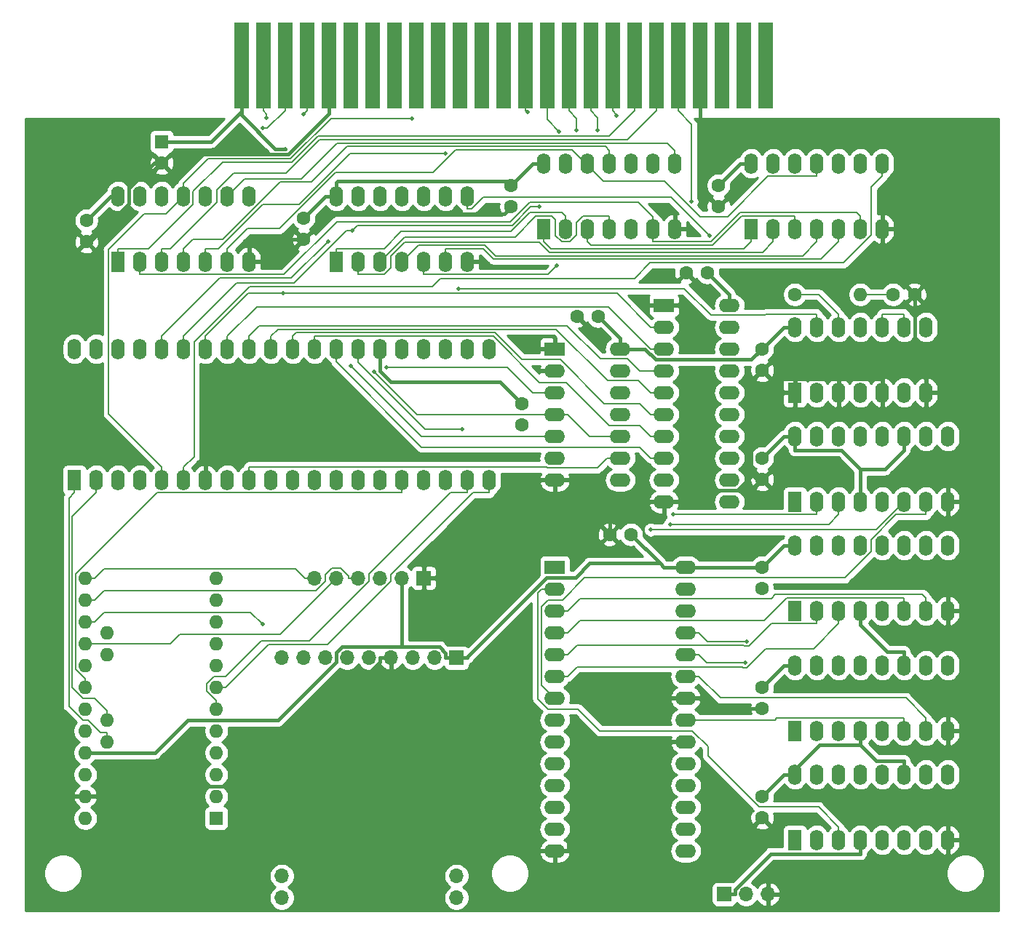
<source format=gtl>
G04 #@! TF.GenerationSoftware,KiCad,Pcbnew,(5.1.9)-1*
G04 #@! TF.CreationDate,2024-07-19T16:57:07+09:00*
G04 #@! TF.ProjectId,MZ-1500_SD,4d5a2d31-3530-4305-9f53-442e6b696361,rev?*
G04 #@! TF.SameCoordinates,PX4395450PY98005a8*
G04 #@! TF.FileFunction,Copper,L1,Top*
G04 #@! TF.FilePolarity,Positive*
%FSLAX46Y46*%
G04 Gerber Fmt 4.6, Leading zero omitted, Abs format (unit mm)*
G04 Created by KiCad (PCBNEW (5.1.9)-1) date 2024-07-19 16:57:07*
%MOMM*%
%LPD*%
G01*
G04 APERTURE LIST*
G04 #@! TA.AperFunction,ComponentPad*
%ADD10C,1.600000*%
G04 #@! TD*
G04 #@! TA.AperFunction,ComponentPad*
%ADD11R,1.700000X1.700000*%
G04 #@! TD*
G04 #@! TA.AperFunction,ComponentPad*
%ADD12O,1.700000X1.700000*%
G04 #@! TD*
G04 #@! TA.AperFunction,ComponentPad*
%ADD13R,1.600000X2.400000*%
G04 #@! TD*
G04 #@! TA.AperFunction,ComponentPad*
%ADD14O,1.600000X2.400000*%
G04 #@! TD*
G04 #@! TA.AperFunction,ComponentPad*
%ADD15O,2.400000X1.600000*%
G04 #@! TD*
G04 #@! TA.AperFunction,ComponentPad*
%ADD16R,2.400000X1.600000*%
G04 #@! TD*
G04 #@! TA.AperFunction,ComponentPad*
%ADD17R,1.600000X1.600000*%
G04 #@! TD*
G04 #@! TA.AperFunction,ComponentPad*
%ADD18O,1.600000X1.600000*%
G04 #@! TD*
G04 #@! TA.AperFunction,ConnectorPad*
%ADD19R,1.780000X10.000000*%
G04 #@! TD*
G04 #@! TA.AperFunction,ViaPad*
%ADD20C,0.500000*%
G04 #@! TD*
G04 #@! TA.AperFunction,Conductor*
%ADD21C,0.400000*%
G04 #@! TD*
G04 #@! TA.AperFunction,Conductor*
%ADD22C,0.200000*%
G04 #@! TD*
G04 #@! TA.AperFunction,Conductor*
%ADD23C,0.254000*%
G04 #@! TD*
G04 #@! TA.AperFunction,Conductor*
%ADD24C,0.100000*%
G04 #@! TD*
G04 APERTURE END LIST*
D10*
X7747000Y78526000D03*
X7747000Y81026000D03*
X33020000Y81280000D03*
X33020000Y78780000D03*
X57150000Y82590000D03*
X57150000Y85090000D03*
X81280000Y85090000D03*
X81280000Y82590000D03*
X64810000Y69850000D03*
X67310000Y69850000D03*
X58420000Y59690000D03*
X58420000Y57190000D03*
X68620000Y44450000D03*
X71120000Y44450000D03*
X80010000Y74930000D03*
X77510000Y74930000D03*
D11*
X46990000Y39370000D03*
D12*
X44450000Y39370000D03*
X41910000Y39370000D03*
X39370000Y39370000D03*
X36830000Y39370000D03*
X34290000Y39370000D03*
D11*
X81940000Y2590000D03*
D12*
X84480000Y2590000D03*
X87020000Y2590000D03*
D13*
X11430000Y76200000D03*
D14*
X26670000Y83820000D03*
X13970000Y76200000D03*
X24130000Y83820000D03*
X16510000Y76200000D03*
X21590000Y83820000D03*
X19050000Y76200000D03*
X19050000Y83820000D03*
X21590000Y76200000D03*
X16510000Y83820000D03*
X24130000Y76200000D03*
X13970000Y83820000D03*
X26670000Y76200000D03*
X11430000Y83820000D03*
D13*
X36830000Y76200000D03*
D14*
X52070000Y83820000D03*
X39370000Y76200000D03*
X49530000Y83820000D03*
X41910000Y76200000D03*
X46990000Y83820000D03*
X44450000Y76200000D03*
X44450000Y83820000D03*
X46990000Y76200000D03*
X41910000Y83820000D03*
X49530000Y76200000D03*
X39370000Y83820000D03*
X52070000Y76200000D03*
X36830000Y83820000D03*
D13*
X60960000Y80010000D03*
D14*
X76200000Y87630000D03*
X63500000Y80010000D03*
X73660000Y87630000D03*
X66040000Y80010000D03*
X71120000Y87630000D03*
X68580000Y80010000D03*
X68580000Y87630000D03*
X71120000Y80010000D03*
X66040000Y87630000D03*
X73660000Y80010000D03*
X63500000Y87630000D03*
X76200000Y80010000D03*
X60960000Y87630000D03*
X85090000Y87630000D03*
X100330000Y80010000D03*
X87630000Y87630000D03*
X97790000Y80010000D03*
X90170000Y87630000D03*
X95250000Y80010000D03*
X92710000Y87630000D03*
X92710000Y80010000D03*
X95250000Y87630000D03*
X90170000Y80010000D03*
X97790000Y87630000D03*
X87630000Y80010000D03*
X100330000Y87630000D03*
D13*
X85090000Y80010000D03*
D15*
X69850000Y66040000D03*
X62230000Y50800000D03*
X69850000Y63500000D03*
X62230000Y53340000D03*
X69850000Y60960000D03*
X62230000Y55880000D03*
X69850000Y58420000D03*
X62230000Y58420000D03*
X69850000Y55880000D03*
X62230000Y60960000D03*
X69850000Y53340000D03*
X62230000Y63500000D03*
X69850000Y50800000D03*
D16*
X62230000Y66040000D03*
D13*
X6350000Y50800000D03*
D14*
X54610000Y66040000D03*
X8890000Y50800000D03*
X52070000Y66040000D03*
X11430000Y50800000D03*
X49530000Y66040000D03*
X13970000Y50800000D03*
X46990000Y66040000D03*
X16510000Y50800000D03*
X44450000Y66040000D03*
X19050000Y50800000D03*
X41910000Y66040000D03*
X21590000Y50800000D03*
X39370000Y66040000D03*
X24130000Y50800000D03*
X36830000Y66040000D03*
X26670000Y50800000D03*
X34290000Y66040000D03*
X29210000Y50800000D03*
X31750000Y66040000D03*
X31750000Y50800000D03*
X29210000Y66040000D03*
X34290000Y50800000D03*
X26670000Y66040000D03*
X36830000Y50800000D03*
X24130000Y66040000D03*
X39370000Y50800000D03*
X21590000Y66040000D03*
X41910000Y50800000D03*
X19050000Y66040000D03*
X44450000Y50800000D03*
X16510000Y66040000D03*
X46990000Y50800000D03*
X13970000Y66040000D03*
X49530000Y50800000D03*
X11430000Y66040000D03*
X52070000Y50800000D03*
X8890000Y66040000D03*
X54610000Y50800000D03*
X6350000Y66040000D03*
D16*
X62230000Y40640000D03*
D15*
X77470000Y7620000D03*
X62230000Y38100000D03*
X77470000Y10160000D03*
X62230000Y35560000D03*
X77470000Y12700000D03*
X62230000Y33020000D03*
X77470000Y15240000D03*
X62230000Y30480000D03*
X77470000Y17780000D03*
X62230000Y27940000D03*
X77470000Y20320000D03*
X62230000Y25400000D03*
X77470000Y22860000D03*
X62230000Y22860000D03*
X77470000Y25400000D03*
X62230000Y20320000D03*
X77470000Y27940000D03*
X62230000Y17780000D03*
X77470000Y30480000D03*
X62230000Y15240000D03*
X77470000Y33020000D03*
X62230000Y12700000D03*
X77470000Y35560000D03*
X62230000Y10160000D03*
X77470000Y38100000D03*
X62230000Y7620000D03*
X77470000Y40640000D03*
D16*
X74930000Y71120000D03*
D15*
X82550000Y48260000D03*
X74930000Y68580000D03*
X82550000Y50800000D03*
X74930000Y66040000D03*
X82550000Y53340000D03*
X74930000Y63500000D03*
X82550000Y55880000D03*
X74930000Y60960000D03*
X82550000Y58420000D03*
X74930000Y58420000D03*
X82550000Y60960000D03*
X74930000Y55880000D03*
X82550000Y63500000D03*
X74930000Y53340000D03*
X82550000Y66040000D03*
X74930000Y50800000D03*
X82550000Y68580000D03*
X74930000Y48260000D03*
X82550000Y71120000D03*
D11*
X50800000Y30099000D03*
D12*
X48260000Y30099000D03*
X45720000Y30099000D03*
X43180000Y30099000D03*
X40640000Y30099000D03*
X38100000Y30099000D03*
X35560000Y30099000D03*
X33020000Y30099000D03*
X30480000Y30099000D03*
X30480000Y2159000D03*
X30480000Y4699000D03*
X50800000Y2159000D03*
X50800000Y4699000D03*
D17*
X22860000Y11430000D03*
D18*
X22860000Y13970000D03*
X22860000Y16510000D03*
X7620000Y39370000D03*
X22860000Y19050000D03*
X7620000Y36830000D03*
X22860000Y21590000D03*
X7620000Y34290000D03*
X22860000Y24130000D03*
X7620000Y31750000D03*
X22860000Y26670000D03*
X7620000Y29210000D03*
X22860000Y29210000D03*
X7620000Y26670000D03*
X22860000Y31750000D03*
X7620000Y24130000D03*
X22860000Y34290000D03*
X7620000Y21590000D03*
X22860000Y36830000D03*
X7620000Y19050000D03*
X22860000Y39370000D03*
X7620000Y16510000D03*
X7620000Y13970000D03*
X7620000Y11430000D03*
X10160000Y20320000D03*
X10160000Y22860000D03*
X10160000Y30480000D03*
X10160000Y33020000D03*
D17*
X16510000Y90170000D03*
D10*
X16510000Y87670000D03*
D19*
X25764000Y99060000D03*
X28304000Y99060000D03*
X30844000Y99060000D03*
X33384000Y99060000D03*
X35924000Y99060000D03*
X38464000Y99060000D03*
X41004000Y99060000D03*
X43544000Y99060000D03*
X46084000Y99060000D03*
X48624000Y99060000D03*
X51164000Y99060000D03*
X53704000Y99060000D03*
X56244000Y99060000D03*
X58784000Y99060000D03*
X61324000Y99060000D03*
X63864000Y99060000D03*
X66404000Y99060000D03*
X68944000Y99060000D03*
X71484000Y99060000D03*
X74024000Y99060000D03*
X76564000Y99060000D03*
X79104000Y99060000D03*
X81644000Y99060000D03*
X84184000Y99060000D03*
X86724000Y99060000D03*
D10*
X86360000Y66040000D03*
X86360000Y63540000D03*
X104100000Y72390000D03*
X101600000Y72390000D03*
X90170000Y72390000D03*
D18*
X97790000Y72390000D03*
D13*
X90170000Y60960000D03*
D14*
X105410000Y68580000D03*
X92710000Y60960000D03*
X102870000Y68580000D03*
X95250000Y60960000D03*
X100330000Y68580000D03*
X97790000Y60960000D03*
X97790000Y68580000D03*
X100330000Y60960000D03*
X95250000Y68580000D03*
X102870000Y60960000D03*
X92710000Y68580000D03*
X105410000Y60960000D03*
X90170000Y68580000D03*
D13*
X90170000Y48260000D03*
D14*
X107950000Y55880000D03*
X92710000Y48260000D03*
X105410000Y55880000D03*
X95250000Y48260000D03*
X102870000Y55880000D03*
X97790000Y48260000D03*
X100330000Y55880000D03*
X100330000Y48260000D03*
X97790000Y55880000D03*
X102870000Y48260000D03*
X95250000Y55880000D03*
X105410000Y48260000D03*
X92710000Y55880000D03*
X107950000Y48260000D03*
X90170000Y55880000D03*
X90170000Y43180000D03*
X107950000Y35560000D03*
X92710000Y43180000D03*
X105410000Y35560000D03*
X95250000Y43180000D03*
X102870000Y35560000D03*
X97790000Y43180000D03*
X100330000Y35560000D03*
X100330000Y43180000D03*
X97790000Y35560000D03*
X102870000Y43180000D03*
X95250000Y35560000D03*
X105410000Y43180000D03*
X92710000Y35560000D03*
X107950000Y43180000D03*
D13*
X90170000Y35560000D03*
X90170000Y21590000D03*
D14*
X107950000Y29210000D03*
X92710000Y21590000D03*
X105410000Y29210000D03*
X95250000Y21590000D03*
X102870000Y29210000D03*
X97790000Y21590000D03*
X100330000Y29210000D03*
X100330000Y21590000D03*
X97790000Y29210000D03*
X102870000Y21590000D03*
X95250000Y29210000D03*
X105410000Y21590000D03*
X92710000Y29210000D03*
X107950000Y21590000D03*
X90170000Y29210000D03*
X90170000Y16510000D03*
X107950000Y8890000D03*
X92710000Y16510000D03*
X105410000Y8890000D03*
X95250000Y16510000D03*
X102870000Y8890000D03*
X97790000Y16510000D03*
X100330000Y8890000D03*
X100330000Y16510000D03*
X97790000Y8890000D03*
X102870000Y16510000D03*
X95250000Y8890000D03*
X105410000Y16510000D03*
X92710000Y8890000D03*
X107950000Y16510000D03*
D13*
X90170000Y8890000D03*
D10*
X86360000Y50840000D03*
X86360000Y53340000D03*
X86360000Y40640000D03*
X86360000Y38140000D03*
X86360000Y24170000D03*
X86360000Y26670000D03*
X86360000Y13970000D03*
X86360000Y11470000D03*
D20*
X30924500Y89339200D03*
X30599000Y72547900D03*
X32963100Y93338800D03*
X28223000Y91725900D03*
X28686300Y92924400D03*
X51487800Y56697800D03*
X78143100Y83236800D03*
X69389800Y93189800D03*
X62502600Y75761800D03*
X67192500Y91516600D03*
X64745500Y91516600D03*
X62742600Y91356000D03*
X59102200Y93599900D03*
X45594900Y92874500D03*
X35888500Y78583300D03*
X41203700Y63425100D03*
X38524400Y64035800D03*
X42671200Y63903400D03*
X60442400Y82589700D03*
X38641200Y79841800D03*
X80233000Y79203100D03*
X49500000Y88777200D03*
X28222600Y33999100D03*
X51026100Y73043600D03*
X75987100Y46759700D03*
X75656000Y45650400D03*
X73421100Y45014200D03*
X84370500Y29518800D03*
X84549000Y31986100D03*
D21*
X50800000Y30099000D02*
X52050300Y30099000D01*
X77470000Y40640000D02*
X74930000Y40640000D01*
X74930000Y40640000D02*
X74479900Y41090100D01*
X74479900Y41090100D02*
X66309200Y41090100D01*
X66309200Y41090100D02*
X64658700Y39439600D01*
X64658700Y39439600D02*
X61312800Y39439600D01*
X61312800Y39439600D02*
X52050300Y30177100D01*
X52050300Y30177100D02*
X52050300Y30099000D01*
X74479900Y41090100D02*
X71120000Y44450000D01*
X25764000Y93660000D02*
X25764000Y93265300D01*
X25764000Y93265300D02*
X29690100Y89339200D01*
X29690100Y89339200D02*
X30924500Y89339200D01*
X86360000Y66040000D02*
X85109400Y64789400D01*
X85109400Y64789400D02*
X73972600Y64789400D01*
X73972600Y64789400D02*
X72722000Y66040000D01*
X72722000Y66040000D02*
X69850000Y66040000D01*
X81940000Y2590000D02*
X83190300Y2590000D01*
X97790000Y8890000D02*
X97790000Y7289700D01*
X97790000Y7289700D02*
X87343000Y7289700D01*
X87343000Y7289700D02*
X83190300Y3137000D01*
X83190300Y3137000D02*
X83190300Y2590000D01*
X90170000Y68580000D02*
X88900000Y68580000D01*
X88900000Y68580000D02*
X86360000Y66040000D01*
X25764000Y93660000D02*
X25764000Y99060000D01*
X16510000Y90170000D02*
X22274000Y90170000D01*
X22274000Y90170000D02*
X25764000Y93660000D01*
X69850000Y66040000D02*
X69850000Y67310000D01*
X69850000Y67310000D02*
X67310000Y69850000D01*
X90170000Y55880000D02*
X88900000Y55880000D01*
X88900000Y55880000D02*
X86360000Y53340000D01*
X58420000Y59690000D02*
X55880000Y62230000D01*
X55880000Y62230000D02*
X43180000Y62230000D01*
X43180000Y62230000D02*
X41910000Y63500000D01*
X41910000Y63500000D02*
X41910000Y66040000D01*
X82550000Y71120000D02*
X82550000Y72390000D01*
X82550000Y72390000D02*
X80010000Y74930000D01*
X97790000Y52070000D02*
X100660300Y52070000D01*
X100660300Y52070000D02*
X102870000Y54279700D01*
X90170000Y54279700D02*
X95580300Y54279700D01*
X95580300Y54279700D02*
X97790000Y52070000D01*
X97790000Y52070000D02*
X97790000Y49860300D01*
X102870000Y55880000D02*
X102870000Y54279700D01*
X97790000Y48260000D02*
X97790000Y49860300D01*
X90170000Y55880000D02*
X90170000Y54279700D01*
X44450000Y31349300D02*
X48846500Y31349300D01*
X48846500Y31349300D02*
X49549700Y30646100D01*
X49549700Y30646100D02*
X49549700Y30099000D01*
X7620000Y19050000D02*
X15739800Y19050000D01*
X15739800Y19050000D02*
X19511500Y22821700D01*
X19511500Y22821700D02*
X30050900Y22821700D01*
X30050900Y22821700D02*
X36830000Y29600800D01*
X36830000Y29600800D02*
X36830000Y30693700D01*
X36830000Y30693700D02*
X37485600Y31349300D01*
X37485600Y31349300D02*
X44450000Y31349300D01*
X44450000Y31349300D02*
X44450000Y38119700D01*
X44450000Y39370000D02*
X44450000Y38119700D01*
X36830000Y83820000D02*
X36830000Y85420300D01*
X57639200Y85579200D02*
X36988900Y85579200D01*
X36988900Y85579200D02*
X36830000Y85420300D01*
X57639200Y85579200D02*
X57150000Y85090000D01*
X60960000Y87630000D02*
X59690000Y87630000D01*
X59690000Y87630000D02*
X57639200Y85579200D01*
X50800000Y30099000D02*
X49549700Y30099000D01*
X97790000Y35560000D02*
X97790000Y33959700D01*
X102870000Y29210000D02*
X102870000Y30810300D01*
X102870000Y30810300D02*
X100939400Y30810300D01*
X100939400Y30810300D02*
X97790000Y33959700D01*
X102870000Y16510000D02*
X102870000Y18110300D01*
X102870000Y18110300D02*
X99669400Y18110300D01*
X99669400Y18110300D02*
X97790000Y19989700D01*
X36830000Y83820000D02*
X35560000Y83820000D01*
X35560000Y83820000D02*
X33020000Y81280000D01*
X77470000Y40640000D02*
X86360000Y40640000D01*
X97790000Y21590000D02*
X97790000Y19989700D01*
X89535000Y16510000D02*
X93014700Y19989700D01*
X93014700Y19989700D02*
X97790000Y19989700D01*
X89535000Y16510000D02*
X88900000Y16510000D01*
X88900000Y16510000D02*
X86360000Y13970000D01*
X90170000Y16510000D02*
X89535000Y16510000D01*
X90170000Y29210000D02*
X88900000Y29210000D01*
X88900000Y29210000D02*
X86360000Y26670000D01*
X90170000Y43180000D02*
X88900000Y43180000D01*
X88900000Y43180000D02*
X86360000Y40640000D01*
X85090000Y87630000D02*
X83820000Y87630000D01*
X83820000Y87630000D02*
X81280000Y85090000D01*
X11430000Y83820000D02*
X10541000Y83820000D01*
X10541000Y83820000D02*
X7747000Y81026000D01*
X85222700Y51349900D02*
X85105000Y51467500D01*
X85105000Y51467500D02*
X85105000Y54294700D01*
X85105000Y54294700D02*
X90170000Y59359700D01*
X86360000Y50840000D02*
X85732500Y50840000D01*
X85732500Y50840000D02*
X85222700Y51349900D01*
X85222700Y51349900D02*
X83472400Y49599600D01*
X83472400Y49599600D02*
X77869900Y49599600D01*
X77869900Y49599600D02*
X76530300Y48260000D01*
X74930000Y48260000D02*
X73329700Y48260000D01*
X74930000Y48260000D02*
X76530300Y48260000D01*
X62230000Y50800000D02*
X60629700Y50800000D01*
X60629700Y50800000D02*
X49199700Y39370000D01*
X49199700Y39370000D02*
X46990000Y39370000D01*
X62230000Y50800000D02*
X64929800Y50800000D01*
X64929800Y50800000D02*
X68620000Y47109800D01*
X68620000Y47109800D02*
X72179500Y47109800D01*
X72179500Y47109800D02*
X73329700Y48260000D01*
X68620000Y47109800D02*
X68620000Y44450000D01*
X16510000Y87670000D02*
X15664200Y87670000D01*
X15664200Y87670000D02*
X12700000Y84705800D01*
X12700000Y84705800D02*
X12700000Y82991700D01*
X12700000Y82991700D02*
X8234300Y78526000D01*
X8234300Y78526000D02*
X7747000Y78526000D01*
X35924000Y93659700D02*
X35924000Y93419000D01*
X35924000Y93419000D02*
X31193900Y88688900D01*
X31193900Y88688900D02*
X17528900Y88688900D01*
X17528900Y88688900D02*
X16510000Y87670000D01*
X90170000Y60960000D02*
X90170000Y59359700D01*
X90170000Y62560300D02*
X87339700Y62560300D01*
X87339700Y62560300D02*
X86360000Y63540000D01*
X90170000Y60960000D02*
X90170000Y62560300D01*
X95250000Y62560300D02*
X90170000Y62560300D01*
X57150000Y82590000D02*
X56340600Y81780600D01*
X56340600Y81780600D02*
X36020600Y81780600D01*
X36020600Y81780600D02*
X33020000Y78780000D01*
X77470000Y25400000D02*
X79070300Y25400000D01*
X86360000Y24170000D02*
X80300300Y24170000D01*
X80300300Y24170000D02*
X79070300Y25400000D01*
X35924000Y99060000D02*
X35924000Y93659700D01*
X62230000Y7620000D02*
X63830300Y7620000D01*
X77470000Y20320000D02*
X75869700Y20320000D01*
X75869700Y20320000D02*
X63830300Y8280600D01*
X63830300Y8280600D02*
X63830300Y7620000D01*
X33020000Y78780000D02*
X27649700Y78780000D01*
X27649700Y78780000D02*
X26670000Y77800300D01*
X26670000Y76200000D02*
X26670000Y77800300D01*
X95250000Y62410200D02*
X95250000Y62560300D01*
X95250000Y60960000D02*
X95250000Y62410200D01*
X100330000Y62560200D02*
X100329900Y62560300D01*
X100329900Y62560300D02*
X95250000Y62560300D01*
X100330000Y62560200D02*
X101640100Y63870300D01*
X101640100Y63870300D02*
X104100000Y63870300D01*
X100330000Y62410200D02*
X100330000Y62560200D01*
X100330000Y60960000D02*
X100330000Y62410200D01*
X105410000Y62560300D02*
X104100000Y63870300D01*
X104100000Y63870300D02*
X104100000Y72390000D01*
X105410000Y60960000D02*
X105410000Y62560300D01*
X43180000Y30099000D02*
X41929700Y30099000D01*
X7620000Y13970000D02*
X8820300Y13970000D01*
X8820300Y13970000D02*
X10020600Y15170300D01*
X10020600Y15170300D02*
X27519100Y15170300D01*
X27519100Y15170300D02*
X41929700Y29580900D01*
X41929700Y29580900D02*
X41929700Y30099000D01*
X79104000Y99060000D02*
X79104000Y84766000D01*
X79104000Y84766000D02*
X81280000Y82590000D01*
D22*
X30599000Y72547900D02*
X30653600Y72493300D01*
X30653600Y72493300D02*
X69516400Y72493300D01*
X69516400Y72493300D02*
X73429700Y68580000D01*
X21590000Y67540300D02*
X26597600Y72547900D01*
X26597600Y72547900D02*
X30599000Y72547900D01*
X33384000Y93759700D02*
X32963100Y93338800D01*
X74930000Y68580000D02*
X73429700Y68580000D01*
X33384000Y99060000D02*
X33384000Y93759700D01*
X21590000Y66040000D02*
X21590000Y67540300D01*
X30844000Y99060000D02*
X30844000Y93759700D01*
X30844000Y93759700D02*
X28810200Y91725900D01*
X28810200Y91725900D02*
X28223000Y91725900D01*
X74930000Y66040000D02*
X73429700Y66040000D01*
X24130000Y66040000D02*
X24130000Y67540300D01*
X24130000Y67540300D02*
X27550700Y70961000D01*
X27550700Y70961000D02*
X68508700Y70961000D01*
X68508700Y70961000D02*
X73429700Y66040000D01*
X74930000Y63500000D02*
X72081900Y63500000D01*
X72081900Y63500000D02*
X70670200Y64911700D01*
X70670200Y64911700D02*
X67516800Y64911700D01*
X67516800Y64911700D02*
X63687300Y68741200D01*
X63687300Y68741200D02*
X27870900Y68741200D01*
X27870900Y68741200D02*
X26670000Y67540300D01*
X28304000Y99060000D02*
X28304000Y93759700D01*
X28304000Y93759700D02*
X28686300Y93377400D01*
X28686300Y93377400D02*
X28686300Y92924400D01*
X26670000Y66040000D02*
X26670000Y67540300D01*
X73429700Y60960000D02*
X71990100Y62399600D01*
X71990100Y62399600D02*
X68357900Y62399600D01*
X68357900Y62399600D02*
X62416600Y68340900D01*
X62416600Y68340900D02*
X30010600Y68340900D01*
X30010600Y68340900D02*
X29210000Y67540300D01*
X74930000Y60960000D02*
X73429700Y60960000D01*
X29210000Y66040000D02*
X29210000Y67540300D01*
X74930000Y58420000D02*
X73429700Y58420000D01*
X31750000Y66040000D02*
X31750000Y67540300D01*
X31750000Y67540300D02*
X32150300Y67940600D01*
X32150300Y67940600D02*
X55310000Y67940600D01*
X55310000Y67940600D02*
X58415200Y64835400D01*
X58415200Y64835400D02*
X62864000Y64835400D01*
X62864000Y64835400D02*
X68009400Y59690000D01*
X68009400Y59690000D02*
X72159700Y59690000D01*
X72159700Y59690000D02*
X73429700Y58420000D01*
X73429700Y55880000D02*
X72159700Y57150000D01*
X72159700Y57150000D02*
X68564100Y57150000D01*
X68564100Y57150000D02*
X63562300Y62151800D01*
X63562300Y62151800D02*
X60454300Y62151800D01*
X60454300Y62151800D02*
X55065800Y67540300D01*
X55065800Y67540300D02*
X34290000Y67540300D01*
X74930000Y55880000D02*
X73429700Y55880000D01*
X34290000Y66040000D02*
X34290000Y67540300D01*
X36830000Y66040000D02*
X36830000Y64539700D01*
X74930000Y53340000D02*
X73429700Y53340000D01*
X36830000Y64539700D02*
X46759700Y54610000D01*
X46759700Y54610000D02*
X72159700Y54610000D01*
X72159700Y54610000D02*
X73429700Y53340000D01*
X39370000Y64539700D02*
X39370000Y64480600D01*
X39370000Y64480600D02*
X47152800Y56697800D01*
X47152800Y56697800D02*
X51487800Y56697800D01*
X39370000Y66040000D02*
X39370000Y64539700D01*
X76564000Y99060000D02*
X76564000Y93759700D01*
X76564000Y93759700D02*
X78143100Y92180600D01*
X78143100Y92180600D02*
X78143100Y83236800D01*
X26670000Y50800000D02*
X26670000Y52300300D01*
X69850000Y53340000D02*
X68349700Y53340000D01*
X68349700Y53340000D02*
X67226500Y52216800D01*
X67226500Y52216800D02*
X61396900Y52216800D01*
X61396900Y52216800D02*
X61313400Y52300300D01*
X61313400Y52300300D02*
X26670000Y52300300D01*
X16510000Y77700300D02*
X17488100Y77700300D01*
X17488100Y77700300D02*
X22941000Y83153200D01*
X22941000Y83153200D02*
X22941000Y84591300D01*
X22941000Y84591300D02*
X24870700Y86521000D01*
X24870700Y86521000D02*
X30960000Y86521000D01*
X30960000Y86521000D02*
X34844400Y90405400D01*
X34844400Y90405400D02*
X70669700Y90405400D01*
X70669700Y90405400D02*
X74024000Y93759700D01*
X16510000Y76200000D02*
X16510000Y77700300D01*
X74024000Y99060000D02*
X74024000Y93759700D01*
X11430000Y77700300D02*
X14943800Y77700300D01*
X14943800Y77700300D02*
X20150600Y82907100D01*
X20150600Y82907100D02*
X20150600Y84351200D01*
X20150600Y84351200D02*
X23587500Y87788100D01*
X23587500Y87788100D02*
X31660900Y87788100D01*
X31660900Y87788100D02*
X34678500Y90805700D01*
X34678500Y90805700D02*
X68530000Y90805700D01*
X68530000Y90805700D02*
X71484000Y93759700D01*
X11430000Y76200000D02*
X11430000Y77700300D01*
X71484000Y99060000D02*
X71484000Y93759700D01*
X68944000Y99060000D02*
X68944000Y93759700D01*
X68944000Y93759700D02*
X69389800Y93313900D01*
X69389800Y93313900D02*
X69389800Y93189800D01*
X46990000Y76200000D02*
X46990000Y74699700D01*
X62502600Y75761800D02*
X61440500Y74699700D01*
X61440500Y74699700D02*
X46990000Y74699700D01*
X66404000Y99060000D02*
X66404000Y93759700D01*
X66404000Y93759700D02*
X67192500Y92971200D01*
X67192500Y92971200D02*
X67192500Y91516600D01*
X68580000Y80010000D02*
X68580000Y81510300D01*
X68580000Y81510300D02*
X65541400Y81510300D01*
X65541400Y81510300D02*
X64770000Y80738900D01*
X64770000Y80738900D02*
X64770000Y79323300D01*
X64770000Y79323300D02*
X63956300Y78509600D01*
X63956300Y78509600D02*
X63017000Y78509600D01*
X63017000Y78509600D02*
X62291300Y79235300D01*
X62291300Y79235300D02*
X62291300Y81109400D01*
X62291300Y81109400D02*
X61890400Y81510300D01*
X61890400Y81510300D02*
X60035600Y81510300D01*
X60035600Y81510300D02*
X57616600Y79091300D01*
X57616600Y79091300D02*
X44801300Y79091300D01*
X44801300Y79091300D02*
X41910000Y76200000D01*
X63864000Y99060000D02*
X63864000Y93759700D01*
X63864000Y93759700D02*
X64745500Y92878200D01*
X64745500Y92878200D02*
X64745500Y91516600D01*
X90170000Y80010000D02*
X90170000Y81510300D01*
X66040000Y80010000D02*
X66040000Y78509700D01*
X66040000Y78509700D02*
X66440400Y78109300D01*
X66440400Y78109300D02*
X80594600Y78109300D01*
X80594600Y78109300D02*
X83995600Y81510300D01*
X83995600Y81510300D02*
X90170000Y81510300D01*
X61324000Y99060000D02*
X61324000Y92774600D01*
X61324000Y92774600D02*
X62742600Y91356000D01*
X63500000Y81510300D02*
X63099700Y81910600D01*
X63099700Y81910600D02*
X59317800Y81910600D01*
X59317800Y81910600D02*
X57098900Y79691700D01*
X57098900Y79691700D02*
X44360100Y79691700D01*
X44360100Y79691700D02*
X42368700Y77700300D01*
X42368700Y77700300D02*
X36830000Y77700300D01*
X36830000Y76200000D02*
X36830000Y77700300D01*
X63500000Y80010000D02*
X63500000Y81510300D01*
X60960000Y80010000D02*
X60960000Y78509700D01*
X85090000Y80010000D02*
X85090000Y78509700D01*
X85090000Y78509700D02*
X84261600Y77681300D01*
X84261600Y77681300D02*
X61788400Y77681300D01*
X61788400Y77681300D02*
X60960000Y78509700D01*
X58784000Y99060000D02*
X58784000Y93759700D01*
X58784000Y93759700D02*
X58942400Y93759700D01*
X58942400Y93759700D02*
X59102200Y93599900D01*
X19050000Y83820000D02*
X19050000Y85320300D01*
X45594900Y92874500D02*
X36181200Y92874500D01*
X36181200Y92874500D02*
X31495200Y88188500D01*
X31495200Y88188500D02*
X21918200Y88188500D01*
X21918200Y88188500D02*
X19050000Y85320300D01*
X16510000Y50800000D02*
X16510000Y52300300D01*
X16510000Y52300300D02*
X10326700Y58483600D01*
X10326700Y58483600D02*
X10326700Y77582400D01*
X10326700Y77582400D02*
X14486200Y81741900D01*
X14486200Y81741900D02*
X16971900Y81741900D01*
X16971900Y81741900D02*
X19050000Y83820000D01*
X16510000Y67540300D02*
X23269000Y74299300D01*
X23269000Y74299300D02*
X31604500Y74299300D01*
X31604500Y74299300D02*
X35888500Y78583300D01*
X16510000Y66040000D02*
X16510000Y67540300D01*
X73660000Y81410200D02*
X71930200Y83140000D01*
X71930200Y83140000D02*
X59365900Y83140000D01*
X59365900Y83140000D02*
X57066700Y80840800D01*
X57066700Y80840800D02*
X36856600Y80840800D01*
X36856600Y80840800D02*
X30715500Y74699700D01*
X30715500Y74699700D02*
X13970000Y74699700D01*
X97790000Y81510300D02*
X97389700Y81910600D01*
X97389700Y81910600D02*
X83795600Y81910600D01*
X83795600Y81910600D02*
X80394700Y78509700D01*
X80394700Y78509700D02*
X73660000Y78509700D01*
X73660000Y80010000D02*
X73660000Y78509700D01*
X97790000Y80010000D02*
X97790000Y81510300D01*
X13970000Y76200000D02*
X13970000Y74699700D01*
X73660000Y80010000D02*
X73660000Y81410200D01*
X62230000Y58420000D02*
X46208800Y58420000D01*
X46208800Y58420000D02*
X41203700Y63425100D01*
X62230000Y58420000D02*
X63730300Y58420000D01*
X69850000Y55880000D02*
X66270300Y55880000D01*
X66270300Y55880000D02*
X63730300Y58420000D01*
X60729700Y55880000D02*
X46680200Y55880000D01*
X46680200Y55880000D02*
X38524400Y64035800D01*
X62230000Y55880000D02*
X60729700Y55880000D01*
X19050000Y76200000D02*
X19050000Y77700300D01*
X68580000Y87630000D02*
X68580000Y89130300D01*
X68580000Y89130300D02*
X68105600Y89604700D01*
X68105600Y89604700D02*
X38056700Y89604700D01*
X38056700Y89604700D02*
X33913800Y85461800D01*
X33913800Y85461800D02*
X30285200Y85461800D01*
X30285200Y85461800D02*
X23619400Y78796000D01*
X23619400Y78796000D02*
X20145700Y78796000D01*
X20145700Y78796000D02*
X19050000Y77700300D01*
X62230000Y60960000D02*
X59669100Y60960000D01*
X59669100Y60960000D02*
X56725700Y63903400D01*
X56725700Y63903400D02*
X42671200Y63903400D01*
X24130000Y77700300D02*
X26486200Y80056500D01*
X26486200Y80056500D02*
X30240500Y80056500D01*
X30240500Y80056500D02*
X36763300Y86579300D01*
X36763300Y86579300D02*
X48080400Y86579300D01*
X48080400Y86579300D02*
X50677900Y89176800D01*
X50677900Y89176800D02*
X64276500Y89176800D01*
X64276500Y89176800D02*
X66040000Y87413300D01*
X66040000Y87413300D02*
X67846600Y85606700D01*
X67846600Y85606700D02*
X74995000Y85606700D01*
X74995000Y85606700D02*
X79149500Y81452200D01*
X79149500Y81452200D02*
X82340600Y81452200D01*
X82340600Y81452200D02*
X87018100Y86129700D01*
X87018100Y86129700D02*
X92710000Y86129700D01*
X92710000Y87630000D02*
X92710000Y86129700D01*
X24130000Y76200000D02*
X24130000Y77700300D01*
X66040000Y87630000D02*
X66040000Y87413300D01*
X44450000Y76200000D02*
X46351600Y78101600D01*
X46351600Y78101600D02*
X54113300Y78101600D01*
X54113300Y78101600D02*
X55334200Y76880700D01*
X55334200Y76880700D02*
X91081000Y76880700D01*
X91081000Y76880700D02*
X92710000Y78509700D01*
X92710000Y80010000D02*
X92710000Y78509700D01*
X60442400Y82589700D02*
X59430600Y82589700D01*
X59430600Y82589700D02*
X57281300Y80440400D01*
X57281300Y80440400D02*
X39239800Y80440400D01*
X39239800Y80440400D02*
X38641200Y79841800D01*
X19050000Y67540300D02*
X25242800Y73733100D01*
X25242800Y73733100D02*
X31879700Y73733100D01*
X31879700Y73733100D02*
X37988400Y79841800D01*
X37988400Y79841800D02*
X38641200Y79841800D01*
X19050000Y66040000D02*
X19050000Y67540300D01*
X49530000Y77700300D02*
X53897200Y77700300D01*
X53897200Y77700300D02*
X55117100Y76480400D01*
X55117100Y76480400D02*
X93220700Y76480400D01*
X93220700Y76480400D02*
X95250000Y78509700D01*
X49530000Y76200000D02*
X49530000Y77700300D01*
X95250000Y80010000D02*
X95250000Y78509700D01*
X19050000Y52300300D02*
X20262800Y53513100D01*
X20262800Y53513100D02*
X20262800Y66833900D01*
X20262800Y66833900D02*
X26761600Y73332700D01*
X26761600Y73332700D02*
X48013000Y73332700D01*
X48013000Y73332700D02*
X48915000Y74234700D01*
X48915000Y74234700D02*
X71484800Y74234700D01*
X71484800Y74234700D02*
X73330000Y76079900D01*
X73330000Y76079900D02*
X95856900Y76079900D01*
X95856900Y76079900D02*
X99060000Y79283000D01*
X99060000Y79283000D02*
X99060000Y84859700D01*
X99060000Y84859700D02*
X100330000Y86129700D01*
X100330000Y87630000D02*
X100330000Y86129700D01*
X19050000Y50800000D02*
X19050000Y52300300D01*
X52070000Y83820000D02*
X52070000Y82319700D01*
X80233000Y79203100D02*
X75723200Y83712900D01*
X75723200Y83712900D02*
X53919000Y83712900D01*
X53919000Y83712900D02*
X52525800Y82319700D01*
X52525800Y82319700D02*
X52070000Y82319700D01*
X21590000Y77700300D02*
X23089900Y77700300D01*
X23089900Y77700300D02*
X28245700Y82856100D01*
X28245700Y82856100D02*
X32474000Y82856100D01*
X32474000Y82856100D02*
X38395000Y88777100D01*
X38395000Y88777100D02*
X49500000Y88777100D01*
X49500000Y88777100D02*
X49500000Y88777200D01*
X21590000Y76200000D02*
X21590000Y77700300D01*
X7620000Y31750000D02*
X17510900Y31750000D01*
X17510900Y31750000D02*
X18623500Y32862600D01*
X18623500Y32862600D02*
X30322600Y32862600D01*
X30322600Y32862600D02*
X36830000Y39370000D01*
X8720300Y34290000D02*
X9831600Y35401300D01*
X9831600Y35401300D02*
X26820400Y35401300D01*
X26820400Y35401300D02*
X28222600Y33999100D01*
X7620000Y34290000D02*
X8720300Y34290000D01*
X39370000Y39370000D02*
X38219700Y39370000D01*
X7620000Y36830000D02*
X8720300Y36830000D01*
X8720300Y36830000D02*
X9820600Y37930300D01*
X9820600Y37930300D02*
X34477300Y37930300D01*
X34477300Y37930300D02*
X35560000Y39013000D01*
X35560000Y39013000D02*
X35560000Y39762800D01*
X35560000Y39762800D02*
X36322400Y40525200D01*
X36322400Y40525200D02*
X37302800Y40525200D01*
X37302800Y40525200D02*
X38219700Y39608300D01*
X38219700Y39608300D02*
X38219700Y39370000D01*
X34290000Y39370000D02*
X33139700Y39370000D01*
X7620000Y39370000D02*
X8720300Y39370000D01*
X8720300Y39370000D02*
X9823200Y40472900D01*
X9823200Y40472900D02*
X32036800Y40472900D01*
X32036800Y40472900D02*
X33139700Y39370000D01*
X92710000Y68580000D02*
X92710000Y70080300D01*
X92710000Y70080300D02*
X86790600Y70080300D01*
X86790600Y70080300D02*
X86702800Y69992500D01*
X86702800Y69992500D02*
X80373800Y69992500D01*
X80373800Y69992500D02*
X77322700Y73043600D01*
X77322700Y73043600D02*
X51026100Y73043600D01*
X102870000Y68580000D02*
X102870000Y70080300D01*
X100330000Y68580000D02*
X100330000Y70080300D01*
X100330000Y70080300D02*
X102870000Y70080300D01*
X23960300Y26670000D02*
X28898200Y31607900D01*
X28898200Y31607900D02*
X35778700Y31607900D01*
X35778700Y31607900D02*
X43180000Y39009200D01*
X43180000Y39009200D02*
X43180000Y39789500D01*
X43180000Y39789500D02*
X52690200Y49299700D01*
X52690200Y49299700D02*
X54610000Y49299700D01*
X22860000Y26670000D02*
X23960300Y26670000D01*
X54610000Y50800000D02*
X54610000Y49299700D01*
X52070000Y50800000D02*
X52070000Y49299700D01*
X22860000Y24130000D02*
X22860000Y25230300D01*
X22860000Y25230300D02*
X22722500Y25230300D01*
X22722500Y25230300D02*
X21720400Y26232400D01*
X21720400Y26232400D02*
X21720400Y27099100D01*
X21720400Y27099100D02*
X22561300Y27940000D01*
X22561300Y27940000D02*
X23960400Y27940000D01*
X23960400Y27940000D02*
X28077100Y32056700D01*
X28077100Y32056700D02*
X33710400Y32056700D01*
X33710400Y32056700D02*
X40640000Y38986300D01*
X40640000Y38986300D02*
X40640000Y39831700D01*
X40640000Y39831700D02*
X50108000Y49299700D01*
X50108000Y49299700D02*
X52070000Y49299700D01*
X44450000Y50800000D02*
X44450000Y49299700D01*
X7620000Y26670000D02*
X7620000Y27770300D01*
X7620000Y27770300D02*
X7485800Y27770300D01*
X7485800Y27770300D02*
X6497500Y28758600D01*
X6497500Y28758600D02*
X6497500Y39846900D01*
X6497500Y39846900D02*
X15950300Y49299700D01*
X15950300Y49299700D02*
X44450000Y49299700D01*
X95250000Y68580000D02*
X95250000Y70080300D01*
X90170000Y72390000D02*
X92940300Y72390000D01*
X92940300Y72390000D02*
X95250000Y70080300D01*
X24130000Y83820000D02*
X26172200Y85862200D01*
X26172200Y85862200D02*
X32747600Y85862200D01*
X32747600Y85862200D02*
X36890500Y90005100D01*
X36890500Y90005100D02*
X75325200Y90005100D01*
X75325200Y90005100D02*
X76200000Y89130300D01*
X76200000Y87630000D02*
X76200000Y89130300D01*
X39370000Y74699700D02*
X42370700Y74699700D01*
X42370700Y74699700D02*
X43180000Y75509000D01*
X43180000Y75509000D02*
X43180000Y76886700D01*
X43180000Y76886700D02*
X44795200Y78501900D01*
X44795200Y78501900D02*
X60401600Y78501900D01*
X60401600Y78501900D02*
X61622500Y77281000D01*
X61622500Y77281000D02*
X86401300Y77281000D01*
X86401300Y77281000D02*
X87630000Y78509700D01*
X39370000Y76200000D02*
X39370000Y74699700D01*
X87630000Y80010000D02*
X87630000Y78509700D01*
X6350000Y49299700D02*
X5696900Y48646600D01*
X5696900Y48646600D02*
X5696900Y24480200D01*
X5696900Y24480200D02*
X7317100Y22860000D01*
X7317100Y22860000D02*
X7937600Y22860000D01*
X7937600Y22860000D02*
X9377300Y21420300D01*
X9377300Y21420300D02*
X10160000Y21420300D01*
X6350000Y50800000D02*
X6350000Y49299700D01*
X10160000Y20320000D02*
X10160000Y21420300D01*
X8890000Y49299700D02*
X6097200Y46506900D01*
X6097200Y46506900D02*
X6097200Y26612600D01*
X6097200Y26612600D02*
X7309800Y25400000D01*
X7309800Y25400000D02*
X8720300Y25400000D01*
X8720300Y25400000D02*
X10160000Y23960300D01*
X8890000Y50800000D02*
X8890000Y49299700D01*
X10160000Y22860000D02*
X10160000Y23960300D01*
X92710000Y46759700D02*
X75987100Y46759700D01*
X92710000Y48260000D02*
X92710000Y46759700D01*
X95250000Y46759700D02*
X94140700Y45650400D01*
X94140700Y45650400D02*
X75656000Y45650400D01*
X95250000Y48260000D02*
X95250000Y46759700D01*
X102870000Y48260000D02*
X99624200Y45014200D01*
X99624200Y45014200D02*
X73421100Y45014200D01*
X105410000Y48260000D02*
X105410000Y46759700D01*
X105410000Y46759700D02*
X101951900Y46759700D01*
X101951900Y46759700D02*
X99060000Y43867800D01*
X99060000Y43867800D02*
X99060000Y42457400D01*
X99060000Y42457400D02*
X95993100Y39390500D01*
X95993100Y39390500D02*
X65720900Y39390500D01*
X65720900Y39390500D02*
X63160400Y36830000D01*
X63160400Y36830000D02*
X61489200Y36830000D01*
X61489200Y36830000D02*
X60729500Y36070300D01*
X60729500Y36070300D02*
X60729500Y26900500D01*
X60729500Y26900500D02*
X62230000Y25400000D01*
X105410000Y37060300D02*
X105009600Y37460700D01*
X105009600Y37460700D02*
X87903700Y37460700D01*
X87903700Y37460700D02*
X87442600Y36999600D01*
X87442600Y36999600D02*
X65169900Y36999600D01*
X65169900Y36999600D02*
X63730300Y35560000D01*
X62230000Y35560000D02*
X63730300Y35560000D01*
X105410000Y35560000D02*
X105410000Y37060300D01*
X62230000Y33020000D02*
X63730300Y33020000D01*
X102870000Y35560000D02*
X102870000Y37060300D01*
X102870000Y37060300D02*
X89200000Y37060300D01*
X89200000Y37060300D02*
X86599300Y34459600D01*
X86599300Y34459600D02*
X65169900Y34459600D01*
X65169900Y34459600D02*
X63730300Y33020000D01*
X63730300Y27940000D02*
X64845900Y29055600D01*
X64845900Y29055600D02*
X84055500Y29055600D01*
X84055500Y29055600D02*
X84142600Y28968500D01*
X84142600Y28968500D02*
X84598500Y28968500D01*
X84598500Y28968500D02*
X86804900Y31174900D01*
X86804900Y31174900D02*
X92365200Y31174900D01*
X92365200Y31174900D02*
X95250000Y34059700D01*
X62230000Y27940000D02*
X63730300Y27940000D01*
X95250000Y35560000D02*
X95250000Y34059700D01*
X63730300Y30480000D02*
X64831600Y31581300D01*
X64831600Y31581300D02*
X84175600Y31581300D01*
X84175600Y31581300D02*
X84321100Y31435800D01*
X84321100Y31435800D02*
X84777000Y31435800D01*
X84777000Y31435800D02*
X87400900Y34059700D01*
X87400900Y34059700D02*
X92710000Y34059700D01*
X62230000Y30480000D02*
X63730300Y30480000D01*
X92710000Y35560000D02*
X92710000Y34059700D01*
X77470000Y30480000D02*
X78970300Y30480000D01*
X84370500Y29518800D02*
X79931500Y29518800D01*
X79931500Y29518800D02*
X78970300Y30480000D01*
X77470000Y33020000D02*
X78970300Y33020000D01*
X84549000Y31986100D02*
X80004200Y31986100D01*
X80004200Y31986100D02*
X78970300Y33020000D01*
X102870000Y21590000D02*
X102870000Y23090300D01*
X102870000Y23090300D02*
X88069600Y23090300D01*
X88069600Y23090300D02*
X87839300Y22860000D01*
X87839300Y22860000D02*
X77470000Y22860000D01*
X77470000Y27940000D02*
X78970300Y27940000D01*
X105410000Y21590000D02*
X105410000Y23090300D01*
X105410000Y23090300D02*
X103080300Y25420000D01*
X103080300Y25420000D02*
X81490300Y25420000D01*
X81490300Y25420000D02*
X78970300Y27940000D01*
X62230000Y38100000D02*
X60729700Y38100000D01*
X95250000Y8890000D02*
X95250000Y10390300D01*
X95250000Y10390300D02*
X92920300Y12720000D01*
X92920300Y12720000D02*
X85989600Y12720000D01*
X85989600Y12720000D02*
X80044700Y18664900D01*
X80044700Y18664900D02*
X80044700Y19761900D01*
X80044700Y19761900D02*
X78216600Y21590000D01*
X78216600Y21590000D02*
X67472700Y21590000D01*
X67472700Y21590000D02*
X64932700Y24130000D01*
X64932700Y24130000D02*
X61473500Y24130000D01*
X61473500Y24130000D02*
X60277200Y25326300D01*
X60277200Y25326300D02*
X60277200Y37647500D01*
X60277200Y37647500D02*
X60729700Y38100000D01*
X97790000Y72390000D02*
X101600000Y72390000D01*
D23*
X21928133Y91005000D02*
X17944625Y91005000D01*
X17935812Y91094482D01*
X17899502Y91214180D01*
X17840537Y91324494D01*
X17761185Y91421185D01*
X17664494Y91500537D01*
X17554180Y91559502D01*
X17434482Y91595812D01*
X17310000Y91608072D01*
X15710000Y91608072D01*
X15585518Y91595812D01*
X15465820Y91559502D01*
X15355506Y91500537D01*
X15258815Y91421185D01*
X15179463Y91324494D01*
X15120498Y91214180D01*
X15084188Y91094482D01*
X15071928Y90970000D01*
X15071928Y89370000D01*
X15084188Y89245518D01*
X15120498Y89125820D01*
X15179463Y89015506D01*
X15258815Y88918815D01*
X15355506Y88839463D01*
X15465820Y88780498D01*
X15585518Y88744188D01*
X15710000Y88731928D01*
X15717215Y88731928D01*
X15696903Y88662702D01*
X16510000Y87849605D01*
X17323097Y88662702D01*
X17302785Y88731928D01*
X17310000Y88731928D01*
X17434482Y88744188D01*
X17554180Y88780498D01*
X17664494Y88839463D01*
X17761185Y88918815D01*
X17840537Y89015506D01*
X17899502Y89125820D01*
X17935812Y89245518D01*
X17944625Y89335000D01*
X22232982Y89335000D01*
X22274000Y89330960D01*
X22315018Y89335000D01*
X22315019Y89335000D01*
X22437689Y89347082D01*
X22595087Y89394828D01*
X22740146Y89472364D01*
X22867291Y89576709D01*
X22893446Y89608579D01*
X25566650Y92281783D01*
X28924931Y88923500D01*
X21954294Y88923500D01*
X21918199Y88927055D01*
X21882104Y88923500D01*
X21882095Y88923500D01*
X21774115Y88912865D01*
X21635567Y88870837D01*
X21507880Y88802587D01*
X21395962Y88710738D01*
X21372946Y88682693D01*
X18555808Y85865554D01*
X18527763Y85842538D01*
X18435914Y85730620D01*
X18369242Y85605885D01*
X18367664Y85602933D01*
X18325635Y85464385D01*
X18325174Y85459702D01*
X18248899Y85418932D01*
X18030392Y85239607D01*
X17851068Y85021100D01*
X17780000Y84888142D01*
X17708932Y85021101D01*
X17529607Y85239608D01*
X17311100Y85418932D01*
X17061807Y85552182D01*
X16791308Y85634236D01*
X16510000Y85661943D01*
X16228691Y85634236D01*
X15958192Y85552182D01*
X15708899Y85418932D01*
X15490392Y85239607D01*
X15311068Y85021100D01*
X15240000Y84888142D01*
X15168932Y85021101D01*
X14989607Y85239608D01*
X14771100Y85418932D01*
X14521807Y85552182D01*
X14251308Y85634236D01*
X13970000Y85661943D01*
X13688691Y85634236D01*
X13418192Y85552182D01*
X13168899Y85418932D01*
X12950392Y85239607D01*
X12771068Y85021100D01*
X12700000Y84888142D01*
X12628932Y85021101D01*
X12449607Y85239608D01*
X12231100Y85418932D01*
X11981807Y85552182D01*
X11711308Y85634236D01*
X11430000Y85661943D01*
X11148691Y85634236D01*
X10878192Y85552182D01*
X10628899Y85418932D01*
X10410392Y85239607D01*
X10231068Y85021100D01*
X10097818Y84771807D01*
X10015764Y84501308D01*
X10012317Y84466314D01*
X9989046Y84447215D01*
X9947709Y84413291D01*
X9921563Y84381432D01*
X7982418Y82442285D01*
X7888335Y82461000D01*
X7605665Y82461000D01*
X7328426Y82405853D01*
X7067273Y82297680D01*
X6832241Y82140637D01*
X6632363Y81940759D01*
X6475320Y81705727D01*
X6367147Y81444574D01*
X6312000Y81167335D01*
X6312000Y80884665D01*
X6367147Y80607426D01*
X6475320Y80346273D01*
X6632363Y80111241D01*
X6832241Y79911363D01*
X7032869Y79777308D01*
X7005486Y79762671D01*
X6933903Y79518702D01*
X7747000Y78705605D01*
X8560097Y79518702D01*
X8488514Y79762671D01*
X8459659Y79776324D01*
X8661759Y79911363D01*
X8861637Y80111241D01*
X9018680Y80346273D01*
X9126853Y80607426D01*
X9182000Y80884665D01*
X9182000Y81167335D01*
X9163285Y81261418D01*
X10361652Y82459783D01*
X10410393Y82400392D01*
X10628900Y82221068D01*
X10878193Y82087818D01*
X11148692Y82005764D01*
X11430000Y81978057D01*
X11711309Y82005764D01*
X11981808Y82087818D01*
X12231101Y82221068D01*
X12449608Y82400392D01*
X12628932Y82618899D01*
X12700000Y82751858D01*
X12771068Y82618899D01*
X12950393Y82400392D01*
X13168900Y82221068D01*
X13418193Y82087818D01*
X13688692Y82005764D01*
X13708651Y82003798D01*
X9832508Y78127654D01*
X9804463Y78104638D01*
X9712614Y77992720D01*
X9660656Y77895513D01*
X9644364Y77865033D01*
X9602335Y77726485D01*
X9588144Y77582400D01*
X9591701Y77546285D01*
X9591700Y67692062D01*
X9441807Y67772182D01*
X9171308Y67854236D01*
X8890000Y67881943D01*
X8608691Y67854236D01*
X8338192Y67772182D01*
X8088899Y67638932D01*
X7870392Y67459607D01*
X7691068Y67241100D01*
X7620000Y67108142D01*
X7548932Y67241101D01*
X7369607Y67459608D01*
X7151100Y67638932D01*
X6901807Y67772182D01*
X6631308Y67854236D01*
X6350000Y67881943D01*
X6068691Y67854236D01*
X5798192Y67772182D01*
X5548899Y67638932D01*
X5330392Y67459607D01*
X5151068Y67241100D01*
X5017818Y66991807D01*
X4935764Y66721308D01*
X4915000Y66510491D01*
X4915000Y65569508D01*
X4935764Y65358691D01*
X5017818Y65088192D01*
X5151068Y64838899D01*
X5330393Y64620392D01*
X5548900Y64441068D01*
X5798193Y64307818D01*
X6068692Y64225764D01*
X6350000Y64198057D01*
X6631309Y64225764D01*
X6901808Y64307818D01*
X7151101Y64441068D01*
X7369608Y64620392D01*
X7548932Y64838899D01*
X7620000Y64971858D01*
X7691068Y64838899D01*
X7870393Y64620392D01*
X8088900Y64441068D01*
X8338193Y64307818D01*
X8608692Y64225764D01*
X8890000Y64198057D01*
X9171309Y64225764D01*
X9441808Y64307818D01*
X9591700Y64387937D01*
X9591700Y58519705D01*
X9588144Y58483600D01*
X9602335Y58339516D01*
X9644363Y58200968D01*
X9712613Y58073281D01*
X9804462Y57961363D01*
X9832508Y57938346D01*
X15523816Y52247037D01*
X15490392Y52219607D01*
X15311068Y52001100D01*
X15240000Y51868142D01*
X15168932Y52001101D01*
X14989607Y52219608D01*
X14771100Y52398932D01*
X14521807Y52532182D01*
X14251308Y52614236D01*
X13970000Y52641943D01*
X13688691Y52614236D01*
X13418192Y52532182D01*
X13168899Y52398932D01*
X12950392Y52219607D01*
X12771068Y52001100D01*
X12700000Y51868142D01*
X12628932Y52001101D01*
X12449607Y52219608D01*
X12231100Y52398932D01*
X11981807Y52532182D01*
X11711308Y52614236D01*
X11430000Y52641943D01*
X11148691Y52614236D01*
X10878192Y52532182D01*
X10628899Y52398932D01*
X10410392Y52219607D01*
X10231068Y52001100D01*
X10160000Y51868142D01*
X10088932Y52001101D01*
X9909607Y52219608D01*
X9691100Y52398932D01*
X9441807Y52532182D01*
X9171308Y52614236D01*
X8890000Y52641943D01*
X8608691Y52614236D01*
X8338192Y52532182D01*
X8088899Y52398932D01*
X7870392Y52219607D01*
X7777581Y52106517D01*
X7775812Y52124482D01*
X7739502Y52244180D01*
X7680537Y52354494D01*
X7601185Y52451185D01*
X7504494Y52530537D01*
X7394180Y52589502D01*
X7274482Y52625812D01*
X7150000Y52638072D01*
X5550000Y52638072D01*
X5425518Y52625812D01*
X5305820Y52589502D01*
X5195506Y52530537D01*
X5098815Y52451185D01*
X5019463Y52354494D01*
X4960498Y52244180D01*
X4924188Y52124482D01*
X4911928Y52000000D01*
X4911928Y49600000D01*
X4924188Y49475518D01*
X4960498Y49355820D01*
X5019463Y49245506D01*
X5098815Y49148815D01*
X5134318Y49119678D01*
X5082813Y49056919D01*
X5014563Y48929232D01*
X5002474Y48889380D01*
X4972535Y48790685D01*
X4958344Y48646600D01*
X4961900Y48610495D01*
X4961901Y24516315D01*
X4958344Y24480200D01*
X4972535Y24336115D01*
X5013502Y24201068D01*
X5014564Y24197567D01*
X5082814Y24069880D01*
X5174663Y23957962D01*
X5202708Y23934946D01*
X6569129Y22568525D01*
X6505363Y22504759D01*
X6348320Y22269727D01*
X6240147Y22008574D01*
X6185000Y21731335D01*
X6185000Y21448665D01*
X6240147Y21171426D01*
X6348320Y20910273D01*
X6505363Y20675241D01*
X6705241Y20475363D01*
X6937759Y20320000D01*
X6705241Y20164637D01*
X6505363Y19964759D01*
X6348320Y19729727D01*
X6240147Y19468574D01*
X6185000Y19191335D01*
X6185000Y18908665D01*
X6240147Y18631426D01*
X6348320Y18370273D01*
X6505363Y18135241D01*
X6705241Y17935363D01*
X6937759Y17780000D01*
X6705241Y17624637D01*
X6505363Y17424759D01*
X6348320Y17189727D01*
X6240147Y16928574D01*
X6185000Y16651335D01*
X6185000Y16368665D01*
X6240147Y16091426D01*
X6348320Y15830273D01*
X6505363Y15595241D01*
X6705241Y15395363D01*
X6940273Y15238320D01*
X6950865Y15233933D01*
X6764869Y15122385D01*
X6556481Y14933414D01*
X6388963Y14707420D01*
X6268754Y14453087D01*
X6228096Y14319039D01*
X6350085Y14097000D01*
X7493000Y14097000D01*
X7493000Y14117000D01*
X7747000Y14117000D01*
X7747000Y14097000D01*
X8889915Y14097000D01*
X9011904Y14319039D01*
X8971246Y14453087D01*
X8851037Y14707420D01*
X8683519Y14933414D01*
X8475131Y15122385D01*
X8289135Y15233933D01*
X8299727Y15238320D01*
X8534759Y15395363D01*
X8734637Y15595241D01*
X8891680Y15830273D01*
X8999853Y16091426D01*
X9055000Y16368665D01*
X9055000Y16651335D01*
X8999853Y16928574D01*
X8891680Y17189727D01*
X8734637Y17424759D01*
X8534759Y17624637D01*
X8302241Y17780000D01*
X8534759Y17935363D01*
X8734637Y18135241D01*
X8787930Y18215000D01*
X15698782Y18215000D01*
X15739800Y18210960D01*
X15780818Y18215000D01*
X15780819Y18215000D01*
X15903489Y18227082D01*
X16060887Y18274828D01*
X16205946Y18352364D01*
X16333091Y18456709D01*
X16359246Y18488579D01*
X19857368Y21986700D01*
X21475796Y21986700D01*
X21425000Y21731335D01*
X21425000Y21448665D01*
X21480147Y21171426D01*
X21588320Y20910273D01*
X21745363Y20675241D01*
X21945241Y20475363D01*
X22177759Y20320000D01*
X21945241Y20164637D01*
X21745363Y19964759D01*
X21588320Y19729727D01*
X21480147Y19468574D01*
X21425000Y19191335D01*
X21425000Y18908665D01*
X21480147Y18631426D01*
X21588320Y18370273D01*
X21745363Y18135241D01*
X21945241Y17935363D01*
X22177759Y17780000D01*
X21945241Y17624637D01*
X21745363Y17424759D01*
X21588320Y17189727D01*
X21480147Y16928574D01*
X21425000Y16651335D01*
X21425000Y16368665D01*
X21480147Y16091426D01*
X21588320Y15830273D01*
X21745363Y15595241D01*
X21945241Y15395363D01*
X22177759Y15240000D01*
X21945241Y15084637D01*
X21745363Y14884759D01*
X21588320Y14649727D01*
X21480147Y14388574D01*
X21425000Y14111335D01*
X21425000Y13828665D01*
X21480147Y13551426D01*
X21588320Y13290273D01*
X21745363Y13055241D01*
X21943961Y12856643D01*
X21935518Y12855812D01*
X21815820Y12819502D01*
X21705506Y12760537D01*
X21608815Y12681185D01*
X21529463Y12584494D01*
X21470498Y12474180D01*
X21434188Y12354482D01*
X21421928Y12230000D01*
X21421928Y10630000D01*
X21434188Y10505518D01*
X21470498Y10385820D01*
X21529463Y10275506D01*
X21608815Y10178815D01*
X21705506Y10099463D01*
X21815820Y10040498D01*
X21935518Y10004188D01*
X22060000Y9991928D01*
X23660000Y9991928D01*
X23784482Y10004188D01*
X23904180Y10040498D01*
X24014494Y10099463D01*
X24111185Y10178815D01*
X24190537Y10275506D01*
X24249502Y10385820D01*
X24285812Y10505518D01*
X24298072Y10630000D01*
X24298072Y12230000D01*
X24285812Y12354482D01*
X24249502Y12474180D01*
X24190537Y12584494D01*
X24111185Y12681185D01*
X24014494Y12760537D01*
X23904180Y12819502D01*
X23784482Y12855812D01*
X23776039Y12856643D01*
X23974637Y13055241D01*
X24131680Y13290273D01*
X24239853Y13551426D01*
X24295000Y13828665D01*
X24295000Y14111335D01*
X24239853Y14388574D01*
X24131680Y14649727D01*
X23974637Y14884759D01*
X23774759Y15084637D01*
X23542241Y15240000D01*
X23774759Y15395363D01*
X23974637Y15595241D01*
X24131680Y15830273D01*
X24239853Y16091426D01*
X24295000Y16368665D01*
X24295000Y16651335D01*
X24239853Y16928574D01*
X24131680Y17189727D01*
X23974637Y17424759D01*
X23774759Y17624637D01*
X23542241Y17780000D01*
X23774759Y17935363D01*
X23974637Y18135241D01*
X24131680Y18370273D01*
X24239853Y18631426D01*
X24295000Y18908665D01*
X24295000Y19191335D01*
X24239853Y19468574D01*
X24131680Y19729727D01*
X23974637Y19964759D01*
X23774759Y20164637D01*
X23542241Y20320000D01*
X23774759Y20475363D01*
X23974637Y20675241D01*
X24131680Y20910273D01*
X24239853Y21171426D01*
X24295000Y21448665D01*
X24295000Y21731335D01*
X24244204Y21986700D01*
X30009882Y21986700D01*
X30050900Y21982660D01*
X30091918Y21986700D01*
X30091919Y21986700D01*
X30214589Y21998782D01*
X30371987Y22046528D01*
X30517046Y22124064D01*
X30644191Y22228409D01*
X30670346Y22260279D01*
X37274593Y28864525D01*
X37396589Y28783010D01*
X37666842Y28671068D01*
X37953740Y28614000D01*
X38246260Y28614000D01*
X38533158Y28671068D01*
X38803411Y28783010D01*
X39046632Y28945525D01*
X39253475Y29152368D01*
X39370000Y29326760D01*
X39486525Y29152368D01*
X39693368Y28945525D01*
X39936589Y28783010D01*
X40206842Y28671068D01*
X40493740Y28614000D01*
X40786260Y28614000D01*
X41073158Y28671068D01*
X41343411Y28783010D01*
X41586632Y28945525D01*
X41793475Y29152368D01*
X41915195Y29334534D01*
X41984822Y29217645D01*
X42179731Y29001412D01*
X42413080Y28827359D01*
X42675901Y28702175D01*
X42823110Y28657524D01*
X43053000Y28778845D01*
X43053000Y29972000D01*
X43033000Y29972000D01*
X43033000Y30226000D01*
X43053000Y30226000D01*
X43053000Y30246000D01*
X43307000Y30246000D01*
X43307000Y30226000D01*
X43327000Y30226000D01*
X43327000Y29972000D01*
X43307000Y29972000D01*
X43307000Y28778845D01*
X43536890Y28657524D01*
X43684099Y28702175D01*
X43946920Y28827359D01*
X44180269Y29001412D01*
X44375178Y29217645D01*
X44444805Y29334534D01*
X44566525Y29152368D01*
X44773368Y28945525D01*
X45016589Y28783010D01*
X45286842Y28671068D01*
X45573740Y28614000D01*
X45866260Y28614000D01*
X46153158Y28671068D01*
X46423411Y28783010D01*
X46666632Y28945525D01*
X46873475Y29152368D01*
X46990000Y29326760D01*
X47106525Y29152368D01*
X47313368Y28945525D01*
X47556589Y28783010D01*
X47826842Y28671068D01*
X48113740Y28614000D01*
X48406260Y28614000D01*
X48693158Y28671068D01*
X48963411Y28783010D01*
X49206632Y28945525D01*
X49338487Y29077380D01*
X49360498Y29004820D01*
X49419463Y28894506D01*
X49498815Y28797815D01*
X49595506Y28718463D01*
X49705820Y28659498D01*
X49825518Y28623188D01*
X49950000Y28610928D01*
X51650000Y28610928D01*
X51774482Y28623188D01*
X51894180Y28659498D01*
X52004494Y28718463D01*
X52101185Y28797815D01*
X52180537Y28894506D01*
X52239502Y29004820D01*
X52275812Y29124518D01*
X52288072Y29249000D01*
X52288072Y29298555D01*
X52371387Y29323828D01*
X52516446Y29401364D01*
X52643591Y29505709D01*
X52747936Y29632854D01*
X52763988Y29662885D01*
X52817999Y29763932D01*
X59542201Y36488133D01*
X59542200Y25362405D01*
X59538644Y25326300D01*
X59543894Y25273000D01*
X59552835Y25182216D01*
X59594863Y25043668D01*
X59663113Y24915981D01*
X59754962Y24804063D01*
X59783008Y24781046D01*
X60753621Y23810432D01*
X60631068Y23661101D01*
X60497818Y23411808D01*
X60415764Y23141309D01*
X60388057Y22860000D01*
X60415764Y22578691D01*
X60497818Y22308192D01*
X60631068Y22058899D01*
X60810392Y21840392D01*
X61028899Y21661068D01*
X61161858Y21590000D01*
X61028899Y21518932D01*
X60810392Y21339608D01*
X60631068Y21121101D01*
X60497818Y20871808D01*
X60415764Y20601309D01*
X60388057Y20320000D01*
X60415764Y20038691D01*
X60497818Y19768192D01*
X60631068Y19518899D01*
X60810392Y19300392D01*
X61028899Y19121068D01*
X61161858Y19050000D01*
X61028899Y18978932D01*
X60810392Y18799608D01*
X60631068Y18581101D01*
X60497818Y18331808D01*
X60415764Y18061309D01*
X60388057Y17780000D01*
X60415764Y17498691D01*
X60497818Y17228192D01*
X60631068Y16978899D01*
X60810392Y16760392D01*
X61028899Y16581068D01*
X61161858Y16510000D01*
X61028899Y16438932D01*
X60810392Y16259608D01*
X60631068Y16041101D01*
X60497818Y15791808D01*
X60415764Y15521309D01*
X60388057Y15240000D01*
X60415764Y14958691D01*
X60497818Y14688192D01*
X60631068Y14438899D01*
X60810392Y14220392D01*
X61028899Y14041068D01*
X61161858Y13970000D01*
X61028899Y13898932D01*
X60810392Y13719608D01*
X60631068Y13501101D01*
X60497818Y13251808D01*
X60415764Y12981309D01*
X60388057Y12700000D01*
X60415764Y12418691D01*
X60497818Y12148192D01*
X60631068Y11898899D01*
X60810392Y11680392D01*
X61028899Y11501068D01*
X61161858Y11430000D01*
X61028899Y11358932D01*
X60810392Y11179608D01*
X60631068Y10961101D01*
X60497818Y10711808D01*
X60415764Y10441309D01*
X60388057Y10160000D01*
X60415764Y9878691D01*
X60497818Y9608192D01*
X60631068Y9358899D01*
X60810392Y9140392D01*
X61028899Y8961068D01*
X61156741Y8892735D01*
X60927161Y8742601D01*
X60725500Y8544895D01*
X60566285Y8311646D01*
X60455633Y8051818D01*
X60438096Y7969039D01*
X60560085Y7747000D01*
X62103000Y7747000D01*
X62103000Y7767000D01*
X62357000Y7767000D01*
X62357000Y7747000D01*
X63899915Y7747000D01*
X64021904Y7969039D01*
X64004367Y8051818D01*
X63893715Y8311646D01*
X63734500Y8544895D01*
X63532839Y8742601D01*
X63303259Y8892735D01*
X63431101Y8961068D01*
X63649608Y9140392D01*
X63828932Y9358899D01*
X63962182Y9608192D01*
X64044236Y9878691D01*
X64071943Y10160000D01*
X64044236Y10441309D01*
X63962182Y10711808D01*
X63828932Y10961101D01*
X63649608Y11179608D01*
X63431101Y11358932D01*
X63298142Y11430000D01*
X63431101Y11501068D01*
X63649608Y11680392D01*
X63828932Y11898899D01*
X63962182Y12148192D01*
X64044236Y12418691D01*
X64071943Y12700000D01*
X64044236Y12981309D01*
X63962182Y13251808D01*
X63828932Y13501101D01*
X63649608Y13719608D01*
X63431101Y13898932D01*
X63298142Y13970000D01*
X63431101Y14041068D01*
X63649608Y14220392D01*
X63828932Y14438899D01*
X63962182Y14688192D01*
X64044236Y14958691D01*
X64071943Y15240000D01*
X64044236Y15521309D01*
X63962182Y15791808D01*
X63828932Y16041101D01*
X63649608Y16259608D01*
X63431101Y16438932D01*
X63298142Y16510000D01*
X63431101Y16581068D01*
X63649608Y16760392D01*
X63828932Y16978899D01*
X63962182Y17228192D01*
X64044236Y17498691D01*
X64071943Y17780000D01*
X64044236Y18061309D01*
X63962182Y18331808D01*
X63828932Y18581101D01*
X63649608Y18799608D01*
X63431101Y18978932D01*
X63298142Y19050000D01*
X63431101Y19121068D01*
X63649608Y19300392D01*
X63828932Y19518899D01*
X63962182Y19768192D01*
X64044236Y20038691D01*
X64071943Y20320000D01*
X64044236Y20601309D01*
X63962182Y20871808D01*
X63828932Y21121101D01*
X63649608Y21339608D01*
X63431101Y21518932D01*
X63298142Y21590000D01*
X63431101Y21661068D01*
X63649608Y21840392D01*
X63828932Y22058899D01*
X63962182Y22308192D01*
X64044236Y22578691D01*
X64071943Y22860000D01*
X64044236Y23141309D01*
X63967281Y23395000D01*
X64628254Y23395000D01*
X66927446Y21095807D01*
X66950462Y21067762D01*
X67062380Y20975913D01*
X67190067Y20907663D01*
X67328615Y20865635D01*
X67436595Y20855000D01*
X67436604Y20855000D01*
X67472699Y20851445D01*
X67508794Y20855000D01*
X75739575Y20855000D01*
X75695633Y20751818D01*
X75678096Y20669039D01*
X75800085Y20447000D01*
X77343000Y20447000D01*
X77343000Y20467000D01*
X77597000Y20467000D01*
X77597000Y20447000D01*
X77617000Y20447000D01*
X77617000Y20193000D01*
X77597000Y20193000D01*
X77597000Y20173000D01*
X77343000Y20173000D01*
X77343000Y20193000D01*
X75800085Y20193000D01*
X75678096Y19970961D01*
X75695633Y19888182D01*
X75806285Y19628354D01*
X75965500Y19395105D01*
X76167161Y19197399D01*
X76396741Y19047265D01*
X76268899Y18978932D01*
X76050392Y18799608D01*
X75871068Y18581101D01*
X75737818Y18331808D01*
X75655764Y18061309D01*
X75628057Y17780000D01*
X75655764Y17498691D01*
X75737818Y17228192D01*
X75871068Y16978899D01*
X76050392Y16760392D01*
X76268899Y16581068D01*
X76401858Y16510000D01*
X76268899Y16438932D01*
X76050392Y16259608D01*
X75871068Y16041101D01*
X75737818Y15791808D01*
X75655764Y15521309D01*
X75628057Y15240000D01*
X75655764Y14958691D01*
X75737818Y14688192D01*
X75871068Y14438899D01*
X76050392Y14220392D01*
X76268899Y14041068D01*
X76401858Y13970000D01*
X76268899Y13898932D01*
X76050392Y13719608D01*
X75871068Y13501101D01*
X75737818Y13251808D01*
X75655764Y12981309D01*
X75628057Y12700000D01*
X75655764Y12418691D01*
X75737818Y12148192D01*
X75871068Y11898899D01*
X76050392Y11680392D01*
X76268899Y11501068D01*
X76401858Y11430000D01*
X76268899Y11358932D01*
X76050392Y11179608D01*
X75871068Y10961101D01*
X75737818Y10711808D01*
X75655764Y10441309D01*
X75628057Y10160000D01*
X75655764Y9878691D01*
X75737818Y9608192D01*
X75871068Y9358899D01*
X76050392Y9140392D01*
X76268899Y8961068D01*
X76401858Y8890000D01*
X76268899Y8818932D01*
X76050392Y8639608D01*
X75871068Y8421101D01*
X75737818Y8171808D01*
X75655764Y7901309D01*
X75628057Y7620000D01*
X75655764Y7338691D01*
X75737818Y7068192D01*
X75871068Y6818899D01*
X76050392Y6600392D01*
X76268899Y6421068D01*
X76518192Y6287818D01*
X76788691Y6205764D01*
X76999508Y6185000D01*
X77940492Y6185000D01*
X78151309Y6205764D01*
X78421808Y6287818D01*
X78671101Y6421068D01*
X78889608Y6600392D01*
X79068932Y6818899D01*
X79202182Y7068192D01*
X79284236Y7338691D01*
X79311943Y7620000D01*
X79284236Y7901309D01*
X79202182Y8171808D01*
X79068932Y8421101D01*
X78889608Y8639608D01*
X78671101Y8818932D01*
X78538142Y8890000D01*
X78671101Y8961068D01*
X78889608Y9140392D01*
X79068932Y9358899D01*
X79202182Y9608192D01*
X79284236Y9878691D01*
X79311943Y10160000D01*
X79284236Y10441309D01*
X79273319Y10477298D01*
X85546903Y10477298D01*
X85618486Y10233329D01*
X85873996Y10112429D01*
X86148184Y10043700D01*
X86430512Y10029783D01*
X86710130Y10071213D01*
X86976292Y10166397D01*
X87101514Y10233329D01*
X87173097Y10477298D01*
X86360000Y11290395D01*
X85546903Y10477298D01*
X79273319Y10477298D01*
X79202182Y10711808D01*
X79068932Y10961101D01*
X78889608Y11179608D01*
X78671101Y11358932D01*
X78538142Y11430000D01*
X78671101Y11501068D01*
X78889608Y11680392D01*
X79068932Y11898899D01*
X79202182Y12148192D01*
X79284236Y12418691D01*
X79311943Y12700000D01*
X79284236Y12981309D01*
X79202182Y13251808D01*
X79068932Y13501101D01*
X78889608Y13719608D01*
X78671101Y13898932D01*
X78538142Y13970000D01*
X78671101Y14041068D01*
X78889608Y14220392D01*
X79068932Y14438899D01*
X79202182Y14688192D01*
X79284236Y14958691D01*
X79311943Y15240000D01*
X79284236Y15521309D01*
X79202182Y15791808D01*
X79068932Y16041101D01*
X78889608Y16259608D01*
X78671101Y16438932D01*
X78538142Y16510000D01*
X78671101Y16581068D01*
X78889608Y16760392D01*
X79068932Y16978899D01*
X79202182Y17228192D01*
X79284236Y17498691D01*
X79311943Y17780000D01*
X79284236Y18061309D01*
X79202182Y18331808D01*
X79068932Y18581101D01*
X78889608Y18799608D01*
X78671101Y18978932D01*
X78543259Y19047265D01*
X78772839Y19197399D01*
X78974500Y19395105D01*
X79133715Y19628354D01*
X79135234Y19631920D01*
X79309701Y19457452D01*
X79309700Y18701006D01*
X79306144Y18664900D01*
X79314856Y18576446D01*
X79320335Y18520816D01*
X79362363Y18382268D01*
X79430613Y18254581D01*
X79522462Y18142663D01*
X79550508Y18119646D01*
X85260903Y12409250D01*
X85251023Y12399370D01*
X85367296Y12283097D01*
X85123329Y12211514D01*
X85002429Y11956004D01*
X84933700Y11681816D01*
X84919783Y11399488D01*
X84961213Y11119870D01*
X85056397Y10853708D01*
X85123329Y10728486D01*
X85367298Y10656903D01*
X86180395Y11470000D01*
X86166253Y11484142D01*
X86345858Y11663747D01*
X86360000Y11649605D01*
X86374143Y11663747D01*
X86553748Y11484142D01*
X86539605Y11470000D01*
X87352702Y10656903D01*
X87596671Y10728486D01*
X87717571Y10983996D01*
X87786300Y11258184D01*
X87800217Y11540512D01*
X87758787Y11820130D01*
X87699827Y11985000D01*
X92615854Y11985000D01*
X94263816Y10337037D01*
X94230392Y10309607D01*
X94051068Y10091100D01*
X93980000Y9958142D01*
X93908932Y10091101D01*
X93729607Y10309608D01*
X93511100Y10488932D01*
X93261807Y10622182D01*
X92991308Y10704236D01*
X92710000Y10731943D01*
X92428691Y10704236D01*
X92158192Y10622182D01*
X91908899Y10488932D01*
X91690392Y10309607D01*
X91597581Y10196517D01*
X91595812Y10214482D01*
X91559502Y10334180D01*
X91500537Y10444494D01*
X91421185Y10541185D01*
X91324494Y10620537D01*
X91214180Y10679502D01*
X91094482Y10715812D01*
X90970000Y10728072D01*
X89370000Y10728072D01*
X89245518Y10715812D01*
X89125820Y10679502D01*
X89015506Y10620537D01*
X88918815Y10541185D01*
X88839463Y10444494D01*
X88780498Y10334180D01*
X88744188Y10214482D01*
X88731928Y10090000D01*
X88731928Y8124700D01*
X87384018Y8124700D01*
X87343000Y8128740D01*
X87301982Y8124700D01*
X87301981Y8124700D01*
X87179311Y8112618D01*
X87021913Y8064872D01*
X86876854Y7987336D01*
X86816972Y7938192D01*
X86749709Y7882991D01*
X86723563Y7851132D01*
X82932714Y4060281D01*
X82914482Y4065812D01*
X82790000Y4078072D01*
X81090000Y4078072D01*
X80965518Y4065812D01*
X80845820Y4029502D01*
X80735506Y3970537D01*
X80638815Y3891185D01*
X80559463Y3794494D01*
X80500498Y3684180D01*
X80464188Y3564482D01*
X80451928Y3440000D01*
X80451928Y1740000D01*
X80464188Y1615518D01*
X80500498Y1495820D01*
X80559463Y1385506D01*
X80638815Y1288815D01*
X80735506Y1209463D01*
X80845820Y1150498D01*
X80965518Y1114188D01*
X81090000Y1101928D01*
X82790000Y1101928D01*
X82914482Y1114188D01*
X83034180Y1150498D01*
X83144494Y1209463D01*
X83241185Y1288815D01*
X83320537Y1385506D01*
X83379502Y1495820D01*
X83401513Y1568380D01*
X83533368Y1436525D01*
X83776589Y1274010D01*
X84046842Y1162068D01*
X84333740Y1105000D01*
X84626260Y1105000D01*
X84913158Y1162068D01*
X85183411Y1274010D01*
X85426632Y1436525D01*
X85633475Y1643368D01*
X85755195Y1825534D01*
X85824822Y1708645D01*
X86019731Y1492412D01*
X86253080Y1318359D01*
X86515901Y1193175D01*
X86663110Y1148524D01*
X86893000Y1269845D01*
X86893000Y2463000D01*
X87147000Y2463000D01*
X87147000Y1269845D01*
X87376890Y1148524D01*
X87524099Y1193175D01*
X87786920Y1318359D01*
X88020269Y1492412D01*
X88215178Y1708645D01*
X88364157Y1958748D01*
X88461481Y2233109D01*
X88340814Y2463000D01*
X87147000Y2463000D01*
X86893000Y2463000D01*
X86873000Y2463000D01*
X86873000Y2717000D01*
X86893000Y2717000D01*
X86893000Y3910155D01*
X87147000Y3910155D01*
X87147000Y2717000D01*
X88340814Y2717000D01*
X88461481Y2946891D01*
X88364157Y3221252D01*
X88215178Y3471355D01*
X88020269Y3687588D01*
X87786920Y3861641D01*
X87524099Y3986825D01*
X87376890Y4031476D01*
X87147000Y3910155D01*
X86893000Y3910155D01*
X86663110Y4031476D01*
X86515901Y3986825D01*
X86253080Y3861641D01*
X86019731Y3687588D01*
X85824822Y3471355D01*
X85755195Y3354466D01*
X85633475Y3536632D01*
X85426632Y3743475D01*
X85183411Y3905990D01*
X85152826Y3918659D01*
X86454296Y5220128D01*
X107765000Y5220128D01*
X107765000Y4779872D01*
X107850890Y4348075D01*
X108019369Y3941331D01*
X108263962Y3575271D01*
X108575271Y3263962D01*
X108941331Y3019369D01*
X109348075Y2850890D01*
X109779872Y2765000D01*
X110220128Y2765000D01*
X110651925Y2850890D01*
X111058669Y3019369D01*
X111424729Y3263962D01*
X111736038Y3575271D01*
X111980631Y3941331D01*
X112149110Y4348075D01*
X112235000Y4779872D01*
X112235000Y5220128D01*
X112149110Y5651925D01*
X111980631Y6058669D01*
X111736038Y6424729D01*
X111424729Y6736038D01*
X111058669Y6980631D01*
X110651925Y7149110D01*
X110220128Y7235000D01*
X109779872Y7235000D01*
X109348075Y7149110D01*
X108941331Y6980631D01*
X108575271Y6736038D01*
X108263962Y6424729D01*
X108019369Y6058669D01*
X107850890Y5651925D01*
X107765000Y5220128D01*
X86454296Y5220128D01*
X87688869Y6454700D01*
X97748982Y6454700D01*
X97790000Y6450660D01*
X97953689Y6466782D01*
X98111087Y6514528D01*
X98256146Y6592064D01*
X98383291Y6696409D01*
X98487636Y6823554D01*
X98565172Y6968613D01*
X98612918Y7126011D01*
X98625000Y7248681D01*
X98629040Y7289700D01*
X98626078Y7319773D01*
X98809608Y7470392D01*
X98988932Y7688899D01*
X99060000Y7821858D01*
X99131068Y7688899D01*
X99310393Y7470392D01*
X99528900Y7291068D01*
X99778193Y7157818D01*
X100048692Y7075764D01*
X100330000Y7048057D01*
X100611309Y7075764D01*
X100881808Y7157818D01*
X101131101Y7291068D01*
X101349608Y7470392D01*
X101528932Y7688899D01*
X101600000Y7821858D01*
X101671068Y7688899D01*
X101850393Y7470392D01*
X102068900Y7291068D01*
X102318193Y7157818D01*
X102588692Y7075764D01*
X102870000Y7048057D01*
X103151309Y7075764D01*
X103421808Y7157818D01*
X103671101Y7291068D01*
X103889608Y7470392D01*
X104068932Y7688899D01*
X104140000Y7821858D01*
X104211068Y7688899D01*
X104390393Y7470392D01*
X104608900Y7291068D01*
X104858193Y7157818D01*
X105128692Y7075764D01*
X105410000Y7048057D01*
X105691309Y7075764D01*
X105961808Y7157818D01*
X106211101Y7291068D01*
X106429608Y7470392D01*
X106608932Y7688899D01*
X106677265Y7816741D01*
X106827399Y7587161D01*
X107025105Y7385500D01*
X107258354Y7226285D01*
X107518182Y7115633D01*
X107600961Y7098096D01*
X107823000Y7220085D01*
X107823000Y8763000D01*
X108077000Y8763000D01*
X108077000Y7220085D01*
X108299039Y7098096D01*
X108381818Y7115633D01*
X108641646Y7226285D01*
X108874895Y7385500D01*
X109072601Y7587161D01*
X109227166Y7823517D01*
X109332650Y8085486D01*
X109385000Y8363000D01*
X109385000Y8763000D01*
X108077000Y8763000D01*
X107823000Y8763000D01*
X107803000Y8763000D01*
X107803000Y9017000D01*
X107823000Y9017000D01*
X107823000Y10559915D01*
X108077000Y10559915D01*
X108077000Y9017000D01*
X109385000Y9017000D01*
X109385000Y9417000D01*
X109332650Y9694514D01*
X109227166Y9956483D01*
X109072601Y10192839D01*
X108874895Y10394500D01*
X108641646Y10553715D01*
X108381818Y10664367D01*
X108299039Y10681904D01*
X108077000Y10559915D01*
X107823000Y10559915D01*
X107600961Y10681904D01*
X107518182Y10664367D01*
X107258354Y10553715D01*
X107025105Y10394500D01*
X106827399Y10192839D01*
X106677265Y9963259D01*
X106608932Y10091101D01*
X106429607Y10309608D01*
X106211100Y10488932D01*
X105961807Y10622182D01*
X105691308Y10704236D01*
X105410000Y10731943D01*
X105128691Y10704236D01*
X104858192Y10622182D01*
X104608899Y10488932D01*
X104390392Y10309607D01*
X104211068Y10091100D01*
X104140000Y9958142D01*
X104068932Y10091101D01*
X103889607Y10309608D01*
X103671100Y10488932D01*
X103421807Y10622182D01*
X103151308Y10704236D01*
X102870000Y10731943D01*
X102588691Y10704236D01*
X102318192Y10622182D01*
X102068899Y10488932D01*
X101850392Y10309607D01*
X101671068Y10091100D01*
X101600000Y9958142D01*
X101528932Y10091101D01*
X101349607Y10309608D01*
X101131100Y10488932D01*
X100881807Y10622182D01*
X100611308Y10704236D01*
X100330000Y10731943D01*
X100048691Y10704236D01*
X99778192Y10622182D01*
X99528899Y10488932D01*
X99310392Y10309607D01*
X99131068Y10091100D01*
X99060000Y9958142D01*
X98988932Y10091101D01*
X98809607Y10309608D01*
X98591100Y10488932D01*
X98341807Y10622182D01*
X98071308Y10704236D01*
X97790000Y10731943D01*
X97508691Y10704236D01*
X97238192Y10622182D01*
X96988899Y10488932D01*
X96770392Y10309607D01*
X96591068Y10091100D01*
X96520000Y9958142D01*
X96448932Y10091101D01*
X96269607Y10309608D01*
X96051100Y10488932D01*
X95974826Y10529701D01*
X95974365Y10534385D01*
X95932337Y10672933D01*
X95864087Y10800620D01*
X95772238Y10912538D01*
X95744193Y10935554D01*
X93465559Y13214188D01*
X93442538Y13242238D01*
X93330620Y13334087D01*
X93202933Y13402337D01*
X93064385Y13444365D01*
X92956405Y13455000D01*
X92920300Y13458556D01*
X92884195Y13455000D01*
X87699912Y13455000D01*
X87739853Y13551426D01*
X87795000Y13828665D01*
X87795000Y14111335D01*
X87776285Y14205418D01*
X88939265Y15368398D01*
X88971068Y15308899D01*
X89150393Y15090392D01*
X89368900Y14911068D01*
X89618193Y14777818D01*
X89888692Y14695764D01*
X90170000Y14668057D01*
X90451309Y14695764D01*
X90721808Y14777818D01*
X90971101Y14911068D01*
X91189608Y15090392D01*
X91368932Y15308899D01*
X91440000Y15441858D01*
X91511068Y15308899D01*
X91690393Y15090392D01*
X91908900Y14911068D01*
X92158193Y14777818D01*
X92428692Y14695764D01*
X92710000Y14668057D01*
X92991309Y14695764D01*
X93261808Y14777818D01*
X93511101Y14911068D01*
X93729608Y15090392D01*
X93908932Y15308899D01*
X93980000Y15441858D01*
X94051068Y15308899D01*
X94230393Y15090392D01*
X94448900Y14911068D01*
X94698193Y14777818D01*
X94968692Y14695764D01*
X95250000Y14668057D01*
X95531309Y14695764D01*
X95801808Y14777818D01*
X96051101Y14911068D01*
X96269608Y15090392D01*
X96448932Y15308899D01*
X96520000Y15441858D01*
X96591068Y15308899D01*
X96770393Y15090392D01*
X96988900Y14911068D01*
X97238193Y14777818D01*
X97508692Y14695764D01*
X97790000Y14668057D01*
X98071309Y14695764D01*
X98341808Y14777818D01*
X98591101Y14911068D01*
X98809608Y15090392D01*
X98988932Y15308899D01*
X99060000Y15441858D01*
X99131068Y15308899D01*
X99310393Y15090392D01*
X99528900Y14911068D01*
X99778193Y14777818D01*
X100048692Y14695764D01*
X100330000Y14668057D01*
X100611309Y14695764D01*
X100881808Y14777818D01*
X101131101Y14911068D01*
X101349608Y15090392D01*
X101528932Y15308899D01*
X101600000Y15441858D01*
X101671068Y15308899D01*
X101850393Y15090392D01*
X102068900Y14911068D01*
X102318193Y14777818D01*
X102588692Y14695764D01*
X102870000Y14668057D01*
X103151309Y14695764D01*
X103421808Y14777818D01*
X103671101Y14911068D01*
X103889608Y15090392D01*
X104068932Y15308899D01*
X104140000Y15441858D01*
X104211068Y15308899D01*
X104390393Y15090392D01*
X104608900Y14911068D01*
X104858193Y14777818D01*
X105128692Y14695764D01*
X105410000Y14668057D01*
X105691309Y14695764D01*
X105961808Y14777818D01*
X106211101Y14911068D01*
X106429608Y15090392D01*
X106608932Y15308899D01*
X106680000Y15441858D01*
X106751068Y15308899D01*
X106930393Y15090392D01*
X107148900Y14911068D01*
X107398193Y14777818D01*
X107668692Y14695764D01*
X107950000Y14668057D01*
X108231309Y14695764D01*
X108501808Y14777818D01*
X108751101Y14911068D01*
X108969608Y15090392D01*
X109148932Y15308899D01*
X109282182Y15558192D01*
X109364236Y15828691D01*
X109385000Y16039509D01*
X109385000Y16980492D01*
X109364236Y17191309D01*
X109282182Y17461808D01*
X109148932Y17711101D01*
X108969607Y17929608D01*
X108751100Y18108932D01*
X108501807Y18242182D01*
X108231308Y18324236D01*
X107950000Y18351943D01*
X107668691Y18324236D01*
X107398192Y18242182D01*
X107148899Y18108932D01*
X106930392Y17929607D01*
X106751068Y17711100D01*
X106680000Y17578142D01*
X106608932Y17711101D01*
X106429607Y17929608D01*
X106211100Y18108932D01*
X105961807Y18242182D01*
X105691308Y18324236D01*
X105410000Y18351943D01*
X105128691Y18324236D01*
X104858192Y18242182D01*
X104608899Y18108932D01*
X104390392Y17929607D01*
X104211068Y17711100D01*
X104140000Y17578142D01*
X104068932Y17711101D01*
X103889607Y17929608D01*
X103706078Y18080226D01*
X103709040Y18110300D01*
X103692918Y18273989D01*
X103645172Y18431387D01*
X103567636Y18576446D01*
X103463291Y18703591D01*
X103336146Y18807936D01*
X103191087Y18885472D01*
X103033689Y18933218D01*
X102911019Y18945300D01*
X102870000Y18949340D01*
X102828982Y18945300D01*
X100015268Y18945300D01*
X98798935Y20161633D01*
X98809608Y20170392D01*
X98988932Y20388899D01*
X99060000Y20521858D01*
X99131068Y20388899D01*
X99310393Y20170392D01*
X99528900Y19991068D01*
X99778193Y19857818D01*
X100048692Y19775764D01*
X100330000Y19748057D01*
X100611309Y19775764D01*
X100881808Y19857818D01*
X101131101Y19991068D01*
X101349608Y20170392D01*
X101528932Y20388899D01*
X101600000Y20521858D01*
X101671068Y20388899D01*
X101850393Y20170392D01*
X102068900Y19991068D01*
X102318193Y19857818D01*
X102588692Y19775764D01*
X102870000Y19748057D01*
X103151309Y19775764D01*
X103421808Y19857818D01*
X103671101Y19991068D01*
X103889608Y20170392D01*
X104068932Y20388899D01*
X104140000Y20521858D01*
X104211068Y20388899D01*
X104390393Y20170392D01*
X104608900Y19991068D01*
X104858193Y19857818D01*
X105128692Y19775764D01*
X105410000Y19748057D01*
X105691309Y19775764D01*
X105961808Y19857818D01*
X106211101Y19991068D01*
X106429608Y20170392D01*
X106608932Y20388899D01*
X106677265Y20516741D01*
X106827399Y20287161D01*
X107025105Y20085500D01*
X107258354Y19926285D01*
X107518182Y19815633D01*
X107600961Y19798096D01*
X107823000Y19920085D01*
X107823000Y21463000D01*
X108077000Y21463000D01*
X108077000Y19920085D01*
X108299039Y19798096D01*
X108381818Y19815633D01*
X108641646Y19926285D01*
X108874895Y20085500D01*
X109072601Y20287161D01*
X109227166Y20523517D01*
X109332650Y20785486D01*
X109385000Y21063000D01*
X109385000Y21463000D01*
X108077000Y21463000D01*
X107823000Y21463000D01*
X107803000Y21463000D01*
X107803000Y21717000D01*
X107823000Y21717000D01*
X107823000Y23259915D01*
X108077000Y23259915D01*
X108077000Y21717000D01*
X109385000Y21717000D01*
X109385000Y22117000D01*
X109332650Y22394514D01*
X109227166Y22656483D01*
X109072601Y22892839D01*
X108874895Y23094500D01*
X108641646Y23253715D01*
X108381818Y23364367D01*
X108299039Y23381904D01*
X108077000Y23259915D01*
X107823000Y23259915D01*
X107600961Y23381904D01*
X107518182Y23364367D01*
X107258354Y23253715D01*
X107025105Y23094500D01*
X106827399Y22892839D01*
X106677265Y22663259D01*
X106608932Y22791101D01*
X106429607Y23009608D01*
X106211100Y23188932D01*
X106134826Y23229701D01*
X106134365Y23234385D01*
X106092337Y23372933D01*
X106024087Y23500620D01*
X105932238Y23612538D01*
X105904193Y23635554D01*
X103625559Y25914188D01*
X103602538Y25942238D01*
X103490620Y26034087D01*
X103362933Y26102337D01*
X103224385Y26144365D01*
X103116405Y26155000D01*
X103080300Y26158556D01*
X103044195Y26155000D01*
X87699912Y26155000D01*
X87739853Y26251426D01*
X87795000Y26528665D01*
X87795000Y26811335D01*
X87776285Y26905418D01*
X88939265Y28068398D01*
X88971068Y28008899D01*
X89150393Y27790392D01*
X89368900Y27611068D01*
X89618193Y27477818D01*
X89888692Y27395764D01*
X90170000Y27368057D01*
X90451309Y27395764D01*
X90721808Y27477818D01*
X90971101Y27611068D01*
X91189608Y27790392D01*
X91368932Y28008899D01*
X91440000Y28141858D01*
X91511068Y28008899D01*
X91690393Y27790392D01*
X91908900Y27611068D01*
X92158193Y27477818D01*
X92428692Y27395764D01*
X92710000Y27368057D01*
X92991309Y27395764D01*
X93261808Y27477818D01*
X93511101Y27611068D01*
X93729608Y27790392D01*
X93908932Y28008899D01*
X93980000Y28141858D01*
X94051068Y28008899D01*
X94230393Y27790392D01*
X94448900Y27611068D01*
X94698193Y27477818D01*
X94968692Y27395764D01*
X95250000Y27368057D01*
X95531309Y27395764D01*
X95801808Y27477818D01*
X96051101Y27611068D01*
X96269608Y27790392D01*
X96448932Y28008899D01*
X96520000Y28141858D01*
X96591068Y28008899D01*
X96770393Y27790392D01*
X96988900Y27611068D01*
X97238193Y27477818D01*
X97508692Y27395764D01*
X97790000Y27368057D01*
X98071309Y27395764D01*
X98341808Y27477818D01*
X98591101Y27611068D01*
X98809608Y27790392D01*
X98988932Y28008899D01*
X99060000Y28141858D01*
X99131068Y28008899D01*
X99310393Y27790392D01*
X99528900Y27611068D01*
X99778193Y27477818D01*
X100048692Y27395764D01*
X100330000Y27368057D01*
X100611309Y27395764D01*
X100881808Y27477818D01*
X101131101Y27611068D01*
X101349608Y27790392D01*
X101528932Y28008899D01*
X101600000Y28141858D01*
X101671068Y28008899D01*
X101850393Y27790392D01*
X102068900Y27611068D01*
X102318193Y27477818D01*
X102588692Y27395764D01*
X102870000Y27368057D01*
X103151309Y27395764D01*
X103421808Y27477818D01*
X103671101Y27611068D01*
X103889608Y27790392D01*
X104068932Y28008899D01*
X104140000Y28141858D01*
X104211068Y28008899D01*
X104390393Y27790392D01*
X104608900Y27611068D01*
X104858193Y27477818D01*
X105128692Y27395764D01*
X105410000Y27368057D01*
X105691309Y27395764D01*
X105961808Y27477818D01*
X106211101Y27611068D01*
X106429608Y27790392D01*
X106608932Y28008899D01*
X106680000Y28141858D01*
X106751068Y28008899D01*
X106930393Y27790392D01*
X107148900Y27611068D01*
X107398193Y27477818D01*
X107668692Y27395764D01*
X107950000Y27368057D01*
X108231309Y27395764D01*
X108501808Y27477818D01*
X108751101Y27611068D01*
X108969608Y27790392D01*
X109148932Y28008899D01*
X109282182Y28258192D01*
X109364236Y28528691D01*
X109385000Y28739509D01*
X109385000Y29680492D01*
X109364236Y29891309D01*
X109282182Y30161808D01*
X109148932Y30411101D01*
X108969607Y30629608D01*
X108751100Y30808932D01*
X108501807Y30942182D01*
X108231308Y31024236D01*
X107950000Y31051943D01*
X107668691Y31024236D01*
X107398192Y30942182D01*
X107148899Y30808932D01*
X106930392Y30629607D01*
X106751068Y30411100D01*
X106680000Y30278142D01*
X106608932Y30411101D01*
X106429607Y30629608D01*
X106211100Y30808932D01*
X105961807Y30942182D01*
X105691308Y31024236D01*
X105410000Y31051943D01*
X105128691Y31024236D01*
X104858192Y30942182D01*
X104608899Y30808932D01*
X104390392Y30629607D01*
X104211068Y30411100D01*
X104140000Y30278142D01*
X104068932Y30411101D01*
X103889607Y30629608D01*
X103706078Y30780226D01*
X103709040Y30810300D01*
X103701865Y30883154D01*
X103692918Y30973989D01*
X103645172Y31131387D01*
X103567636Y31276446D01*
X103463291Y31403591D01*
X103336146Y31507936D01*
X103191087Y31585472D01*
X103033689Y31633218D01*
X102870000Y31649340D01*
X102828982Y31645300D01*
X101285268Y31645300D01*
X98798935Y34131633D01*
X98809608Y34140392D01*
X98988932Y34358899D01*
X99060000Y34491858D01*
X99131068Y34358899D01*
X99310393Y34140392D01*
X99528900Y33961068D01*
X99778193Y33827818D01*
X100048692Y33745764D01*
X100330000Y33718057D01*
X100611309Y33745764D01*
X100881808Y33827818D01*
X101131101Y33961068D01*
X101349608Y34140392D01*
X101528932Y34358899D01*
X101600000Y34491858D01*
X101671068Y34358899D01*
X101850393Y34140392D01*
X102068900Y33961068D01*
X102318193Y33827818D01*
X102588692Y33745764D01*
X102870000Y33718057D01*
X103151309Y33745764D01*
X103421808Y33827818D01*
X103671101Y33961068D01*
X103889608Y34140392D01*
X104068932Y34358899D01*
X104140000Y34491858D01*
X104211068Y34358899D01*
X104390393Y34140392D01*
X104608900Y33961068D01*
X104858193Y33827818D01*
X105128692Y33745764D01*
X105410000Y33718057D01*
X105691309Y33745764D01*
X105961808Y33827818D01*
X106211101Y33961068D01*
X106429608Y34140392D01*
X106608932Y34358899D01*
X106677265Y34486741D01*
X106827399Y34257161D01*
X107025105Y34055500D01*
X107258354Y33896285D01*
X107518182Y33785633D01*
X107600961Y33768096D01*
X107823000Y33890085D01*
X107823000Y35433000D01*
X108077000Y35433000D01*
X108077000Y33890085D01*
X108299039Y33768096D01*
X108381818Y33785633D01*
X108641646Y33896285D01*
X108874895Y34055500D01*
X109072601Y34257161D01*
X109227166Y34493517D01*
X109332650Y34755486D01*
X109385000Y35033000D01*
X109385000Y35433000D01*
X108077000Y35433000D01*
X107823000Y35433000D01*
X107803000Y35433000D01*
X107803000Y35687000D01*
X107823000Y35687000D01*
X107823000Y37229915D01*
X108077000Y37229915D01*
X108077000Y35687000D01*
X109385000Y35687000D01*
X109385000Y36087000D01*
X109332650Y36364514D01*
X109227166Y36626483D01*
X109072601Y36862839D01*
X108874895Y37064500D01*
X108641646Y37223715D01*
X108381818Y37334367D01*
X108299039Y37351904D01*
X108077000Y37229915D01*
X107823000Y37229915D01*
X107600961Y37351904D01*
X107518182Y37334367D01*
X107258354Y37223715D01*
X107025105Y37064500D01*
X106827399Y36862839D01*
X106677265Y36633259D01*
X106608932Y36761101D01*
X106429607Y36979608D01*
X106211100Y37158932D01*
X106134826Y37199701D01*
X106134365Y37204385D01*
X106132303Y37211185D01*
X106107732Y37292182D01*
X106092337Y37342933D01*
X106024087Y37470620D01*
X105932238Y37582538D01*
X105904187Y37605559D01*
X105554859Y37954887D01*
X105531838Y37982938D01*
X105419920Y38074787D01*
X105292233Y38143037D01*
X105153685Y38185065D01*
X105045705Y38195700D01*
X105009600Y38199256D01*
X104973495Y38195700D01*
X87939805Y38195700D01*
X87903700Y38199256D01*
X87867595Y38195700D01*
X87799155Y38188959D01*
X87800217Y38210512D01*
X87758787Y38490130D01*
X87699648Y38655500D01*
X95956995Y38655500D01*
X95993100Y38651944D01*
X96029205Y38655500D01*
X96137185Y38666135D01*
X96275733Y38708163D01*
X96403420Y38776413D01*
X96515338Y38868262D01*
X96538359Y38896313D01*
X99360949Y41718902D01*
X99528900Y41581068D01*
X99778193Y41447818D01*
X100048692Y41365764D01*
X100330000Y41338057D01*
X100611309Y41365764D01*
X100881808Y41447818D01*
X101131101Y41581068D01*
X101349608Y41760392D01*
X101528932Y41978899D01*
X101600000Y42111858D01*
X101671068Y41978899D01*
X101850393Y41760392D01*
X102068900Y41581068D01*
X102318193Y41447818D01*
X102588692Y41365764D01*
X102870000Y41338057D01*
X103151309Y41365764D01*
X103421808Y41447818D01*
X103671101Y41581068D01*
X103889608Y41760392D01*
X104068932Y41978899D01*
X104140000Y42111858D01*
X104211068Y41978899D01*
X104390393Y41760392D01*
X104608900Y41581068D01*
X104858193Y41447818D01*
X105128692Y41365764D01*
X105410000Y41338057D01*
X105691309Y41365764D01*
X105961808Y41447818D01*
X106211101Y41581068D01*
X106429608Y41760392D01*
X106608932Y41978899D01*
X106680000Y42111858D01*
X106751068Y41978899D01*
X106930393Y41760392D01*
X107148900Y41581068D01*
X107398193Y41447818D01*
X107668692Y41365764D01*
X107950000Y41338057D01*
X108231309Y41365764D01*
X108501808Y41447818D01*
X108751101Y41581068D01*
X108969608Y41760392D01*
X109148932Y41978899D01*
X109282182Y42228192D01*
X109364236Y42498691D01*
X109385000Y42709509D01*
X109385000Y43650492D01*
X109364236Y43861309D01*
X109282182Y44131808D01*
X109148932Y44381101D01*
X108969607Y44599608D01*
X108751100Y44778932D01*
X108501807Y44912182D01*
X108231308Y44994236D01*
X107950000Y45021943D01*
X107668691Y44994236D01*
X107398192Y44912182D01*
X107148899Y44778932D01*
X106930392Y44599607D01*
X106751068Y44381100D01*
X106680000Y44248142D01*
X106608932Y44381101D01*
X106429607Y44599608D01*
X106211100Y44778932D01*
X105961807Y44912182D01*
X105691308Y44994236D01*
X105410000Y45021943D01*
X105128691Y44994236D01*
X104858192Y44912182D01*
X104608899Y44778932D01*
X104390392Y44599607D01*
X104211068Y44381100D01*
X104140000Y44248142D01*
X104068932Y44381101D01*
X103889607Y44599608D01*
X103671100Y44778932D01*
X103421807Y44912182D01*
X103151308Y44994236D01*
X102870000Y45021943D01*
X102588691Y44994236D01*
X102318192Y44912182D01*
X102068899Y44778932D01*
X101850392Y44599607D01*
X101671068Y44381100D01*
X101600000Y44248142D01*
X101528932Y44381101D01*
X101349607Y44599608D01*
X101131100Y44778932D01*
X101052559Y44820913D01*
X102256347Y46024700D01*
X105373895Y46024700D01*
X105410000Y46021144D01*
X105446105Y46024700D01*
X105554085Y46035335D01*
X105692633Y46077363D01*
X105820320Y46145613D01*
X105932238Y46237462D01*
X106024087Y46349380D01*
X106092337Y46477067D01*
X106134365Y46615615D01*
X106134826Y46620298D01*
X106211101Y46661068D01*
X106429608Y46840392D01*
X106608932Y47058899D01*
X106677265Y47186741D01*
X106827399Y46957161D01*
X107025105Y46755500D01*
X107258354Y46596285D01*
X107518182Y46485633D01*
X107600961Y46468096D01*
X107823000Y46590085D01*
X107823000Y48133000D01*
X108077000Y48133000D01*
X108077000Y46590085D01*
X108299039Y46468096D01*
X108381818Y46485633D01*
X108641646Y46596285D01*
X108874895Y46755500D01*
X109072601Y46957161D01*
X109227166Y47193517D01*
X109332650Y47455486D01*
X109385000Y47733000D01*
X109385000Y48133000D01*
X108077000Y48133000D01*
X107823000Y48133000D01*
X107803000Y48133000D01*
X107803000Y48387000D01*
X107823000Y48387000D01*
X107823000Y49929915D01*
X108077000Y49929915D01*
X108077000Y48387000D01*
X109385000Y48387000D01*
X109385000Y48787000D01*
X109332650Y49064514D01*
X109227166Y49326483D01*
X109072601Y49562839D01*
X108874895Y49764500D01*
X108641646Y49923715D01*
X108381818Y50034367D01*
X108299039Y50051904D01*
X108077000Y49929915D01*
X107823000Y49929915D01*
X107600961Y50051904D01*
X107518182Y50034367D01*
X107258354Y49923715D01*
X107025105Y49764500D01*
X106827399Y49562839D01*
X106677265Y49333259D01*
X106608932Y49461101D01*
X106429607Y49679608D01*
X106211100Y49858932D01*
X105961807Y49992182D01*
X105691308Y50074236D01*
X105410000Y50101943D01*
X105128691Y50074236D01*
X104858192Y49992182D01*
X104608899Y49858932D01*
X104390392Y49679607D01*
X104211068Y49461100D01*
X104140000Y49328142D01*
X104068932Y49461101D01*
X103889607Y49679608D01*
X103671100Y49858932D01*
X103421807Y49992182D01*
X103151308Y50074236D01*
X102870000Y50101943D01*
X102588691Y50074236D01*
X102318192Y49992182D01*
X102068899Y49858932D01*
X101850392Y49679607D01*
X101671068Y49461100D01*
X101600000Y49328142D01*
X101528932Y49461101D01*
X101349607Y49679608D01*
X101131100Y49858932D01*
X100881807Y49992182D01*
X100611308Y50074236D01*
X100330000Y50101943D01*
X100048691Y50074236D01*
X99778192Y49992182D01*
X99528899Y49858932D01*
X99310392Y49679607D01*
X99131068Y49461100D01*
X99060000Y49328142D01*
X98988932Y49461101D01*
X98809607Y49679608D01*
X98625000Y49831111D01*
X98625000Y51235000D01*
X100619282Y51235000D01*
X100660300Y51230960D01*
X100701318Y51235000D01*
X100701319Y51235000D01*
X100823989Y51247082D01*
X100981387Y51294828D01*
X101126446Y51372364D01*
X101253591Y51476709D01*
X101279746Y51508579D01*
X103431432Y53660263D01*
X103463291Y53686409D01*
X103489440Y53718271D01*
X103567636Y53813554D01*
X103645172Y53958613D01*
X103692918Y54116012D01*
X103709040Y54279700D01*
X103706078Y54309773D01*
X103889608Y54460392D01*
X104068932Y54678899D01*
X104140000Y54811858D01*
X104211068Y54678899D01*
X104390393Y54460392D01*
X104608900Y54281068D01*
X104858193Y54147818D01*
X105128692Y54065764D01*
X105410000Y54038057D01*
X105691309Y54065764D01*
X105961808Y54147818D01*
X106211101Y54281068D01*
X106429608Y54460392D01*
X106608932Y54678899D01*
X106680000Y54811858D01*
X106751068Y54678899D01*
X106930393Y54460392D01*
X107148900Y54281068D01*
X107398193Y54147818D01*
X107668692Y54065764D01*
X107950000Y54038057D01*
X108231309Y54065764D01*
X108501808Y54147818D01*
X108751101Y54281068D01*
X108969608Y54460392D01*
X109148932Y54678899D01*
X109282182Y54928192D01*
X109364236Y55198691D01*
X109385000Y55409509D01*
X109385000Y56350492D01*
X109364236Y56561309D01*
X109282182Y56831808D01*
X109148932Y57081101D01*
X108969607Y57299608D01*
X108751100Y57478932D01*
X108501807Y57612182D01*
X108231308Y57694236D01*
X107950000Y57721943D01*
X107668691Y57694236D01*
X107398192Y57612182D01*
X107148899Y57478932D01*
X106930392Y57299607D01*
X106751068Y57081100D01*
X106680000Y56948142D01*
X106608932Y57081101D01*
X106429607Y57299608D01*
X106211100Y57478932D01*
X105961807Y57612182D01*
X105691308Y57694236D01*
X105410000Y57721943D01*
X105128691Y57694236D01*
X104858192Y57612182D01*
X104608899Y57478932D01*
X104390392Y57299607D01*
X104211068Y57081100D01*
X104140000Y56948142D01*
X104068932Y57081101D01*
X103889607Y57299608D01*
X103671100Y57478932D01*
X103421807Y57612182D01*
X103151308Y57694236D01*
X102870000Y57721943D01*
X102588691Y57694236D01*
X102318192Y57612182D01*
X102068899Y57478932D01*
X101850392Y57299607D01*
X101671068Y57081100D01*
X101600000Y56948142D01*
X101528932Y57081101D01*
X101349607Y57299608D01*
X101131100Y57478932D01*
X100881807Y57612182D01*
X100611308Y57694236D01*
X100330000Y57721943D01*
X100048691Y57694236D01*
X99778192Y57612182D01*
X99528899Y57478932D01*
X99310392Y57299607D01*
X99131068Y57081100D01*
X99060000Y56948142D01*
X98988932Y57081101D01*
X98809607Y57299608D01*
X98591100Y57478932D01*
X98341807Y57612182D01*
X98071308Y57694236D01*
X97790000Y57721943D01*
X97508691Y57694236D01*
X97238192Y57612182D01*
X96988899Y57478932D01*
X96770392Y57299607D01*
X96591068Y57081100D01*
X96520000Y56948142D01*
X96448932Y57081101D01*
X96269607Y57299608D01*
X96051100Y57478932D01*
X95801807Y57612182D01*
X95531308Y57694236D01*
X95250000Y57721943D01*
X94968691Y57694236D01*
X94698192Y57612182D01*
X94448899Y57478932D01*
X94230392Y57299607D01*
X94051068Y57081100D01*
X93980000Y56948142D01*
X93908932Y57081101D01*
X93729607Y57299608D01*
X93511100Y57478932D01*
X93261807Y57612182D01*
X92991308Y57694236D01*
X92710000Y57721943D01*
X92428691Y57694236D01*
X92158192Y57612182D01*
X91908899Y57478932D01*
X91690392Y57299607D01*
X91511068Y57081100D01*
X91440000Y56948142D01*
X91368932Y57081101D01*
X91189607Y57299608D01*
X90971100Y57478932D01*
X90721807Y57612182D01*
X90451308Y57694236D01*
X90170000Y57721943D01*
X89888691Y57694236D01*
X89618192Y57612182D01*
X89368899Y57478932D01*
X89150392Y57299607D01*
X88971068Y57081100D01*
X88837818Y56831807D01*
X88800642Y56709254D01*
X88736311Y56702918D01*
X88578913Y56655172D01*
X88433854Y56577636D01*
X88306709Y56473291D01*
X88280559Y56441427D01*
X86595418Y54756285D01*
X86501335Y54775000D01*
X86218665Y54775000D01*
X85941426Y54719853D01*
X85680273Y54611680D01*
X85445241Y54454637D01*
X85245363Y54254759D01*
X85088320Y54019727D01*
X84980147Y53758574D01*
X84925000Y53481335D01*
X84925000Y53198665D01*
X84980147Y52921426D01*
X85088320Y52660273D01*
X85245363Y52425241D01*
X85445241Y52225363D01*
X85645869Y52091308D01*
X85618486Y52076671D01*
X85546903Y51832702D01*
X86360000Y51019605D01*
X87173097Y51832702D01*
X87101514Y52076671D01*
X87072659Y52090324D01*
X87274759Y52225363D01*
X87474637Y52425241D01*
X87631680Y52660273D01*
X87739853Y52921426D01*
X87795000Y53198665D01*
X87795000Y53481335D01*
X87776285Y53575418D01*
X88939265Y54738398D01*
X88971068Y54678899D01*
X89150393Y54460392D01*
X89333922Y54309774D01*
X89330960Y54279700D01*
X89347082Y54116011D01*
X89394828Y53958613D01*
X89472364Y53813554D01*
X89576709Y53686409D01*
X89703854Y53582064D01*
X89848913Y53504528D01*
X90006311Y53456782D01*
X90128981Y53444700D01*
X90128982Y53444700D01*
X90170000Y53440660D01*
X90211019Y53444700D01*
X95234433Y53444700D01*
X96955000Y51724131D01*
X96955001Y49901319D01*
X96955001Y49831112D01*
X96770392Y49679607D01*
X96591068Y49461100D01*
X96520000Y49328142D01*
X96448932Y49461101D01*
X96269607Y49679608D01*
X96051100Y49858932D01*
X95801807Y49992182D01*
X95531308Y50074236D01*
X95250000Y50101943D01*
X94968691Y50074236D01*
X94698192Y49992182D01*
X94448899Y49858932D01*
X94230392Y49679607D01*
X94051068Y49461100D01*
X93980000Y49328142D01*
X93908932Y49461101D01*
X93729607Y49679608D01*
X93511100Y49858932D01*
X93261807Y49992182D01*
X92991308Y50074236D01*
X92710000Y50101943D01*
X92428691Y50074236D01*
X92158192Y49992182D01*
X91908899Y49858932D01*
X91690392Y49679607D01*
X91597581Y49566517D01*
X91595812Y49584482D01*
X91559502Y49704180D01*
X91500537Y49814494D01*
X91421185Y49911185D01*
X91324494Y49990537D01*
X91214180Y50049502D01*
X91094482Y50085812D01*
X90970000Y50098072D01*
X89370000Y50098072D01*
X89245518Y50085812D01*
X89125820Y50049502D01*
X89015506Y49990537D01*
X88918815Y49911185D01*
X88839463Y49814494D01*
X88780498Y49704180D01*
X88744188Y49584482D01*
X88731928Y49460000D01*
X88731928Y47494700D01*
X84168068Y47494700D01*
X84282182Y47708192D01*
X84364236Y47978691D01*
X84391943Y48260000D01*
X84364236Y48541309D01*
X84282182Y48811808D01*
X84148932Y49061101D01*
X83969608Y49279608D01*
X83751101Y49458932D01*
X83618142Y49530000D01*
X83751101Y49601068D01*
X83969608Y49780392D01*
X84024516Y49847298D01*
X85546903Y49847298D01*
X85618486Y49603329D01*
X85873996Y49482429D01*
X86148184Y49413700D01*
X86430512Y49399783D01*
X86710130Y49441213D01*
X86976292Y49536397D01*
X87101514Y49603329D01*
X87173097Y49847298D01*
X86360000Y50660395D01*
X85546903Y49847298D01*
X84024516Y49847298D01*
X84148932Y49998899D01*
X84282182Y50248192D01*
X84364236Y50518691D01*
X84388937Y50769488D01*
X84919783Y50769488D01*
X84961213Y50489870D01*
X85056397Y50223708D01*
X85123329Y50098486D01*
X85367298Y50026903D01*
X86180395Y50840000D01*
X86539605Y50840000D01*
X87352702Y50026903D01*
X87596671Y50098486D01*
X87717571Y50353996D01*
X87786300Y50628184D01*
X87800217Y50910512D01*
X87758787Y51190130D01*
X87663603Y51456292D01*
X87596671Y51581514D01*
X87352702Y51653097D01*
X86539605Y50840000D01*
X86180395Y50840000D01*
X85367298Y51653097D01*
X85123329Y51581514D01*
X85002429Y51326004D01*
X84933700Y51051816D01*
X84919783Y50769488D01*
X84388937Y50769488D01*
X84391943Y50800000D01*
X84364236Y51081309D01*
X84282182Y51351808D01*
X84148932Y51601101D01*
X83969608Y51819608D01*
X83751101Y51998932D01*
X83618142Y52070000D01*
X83751101Y52141068D01*
X83969608Y52320392D01*
X84148932Y52538899D01*
X84282182Y52788192D01*
X84364236Y53058691D01*
X84391943Y53340000D01*
X84364236Y53621309D01*
X84282182Y53891808D01*
X84148932Y54141101D01*
X83969608Y54359608D01*
X83751101Y54538932D01*
X83618142Y54610000D01*
X83751101Y54681068D01*
X83969608Y54860392D01*
X84148932Y55078899D01*
X84282182Y55328192D01*
X84364236Y55598691D01*
X84391943Y55880000D01*
X84364236Y56161309D01*
X84282182Y56431808D01*
X84148932Y56681101D01*
X83969608Y56899608D01*
X83751101Y57078932D01*
X83618142Y57150000D01*
X83751101Y57221068D01*
X83969608Y57400392D01*
X84148932Y57618899D01*
X84282182Y57868192D01*
X84364236Y58138691D01*
X84391943Y58420000D01*
X84364236Y58701309D01*
X84282182Y58971808D01*
X84148932Y59221101D01*
X83969608Y59439608D01*
X83751101Y59618932D01*
X83618142Y59690000D01*
X83749102Y59760000D01*
X88731928Y59760000D01*
X88744188Y59635518D01*
X88780498Y59515820D01*
X88839463Y59405506D01*
X88918815Y59308815D01*
X89015506Y59229463D01*
X89125820Y59170498D01*
X89245518Y59134188D01*
X89370000Y59121928D01*
X89884250Y59125000D01*
X90043000Y59283750D01*
X90043000Y60833000D01*
X88893750Y60833000D01*
X88735000Y60674250D01*
X88731928Y59760000D01*
X83749102Y59760000D01*
X83751101Y59761068D01*
X83969608Y59940392D01*
X84148932Y60158899D01*
X84282182Y60408192D01*
X84364236Y60678691D01*
X84391943Y60960000D01*
X84364236Y61241309D01*
X84282182Y61511808D01*
X84148932Y61761101D01*
X83969608Y61979608D01*
X83751101Y62158932D01*
X83618142Y62230000D01*
X83751101Y62301068D01*
X83969608Y62480392D01*
X84024516Y62547298D01*
X85546903Y62547298D01*
X85618486Y62303329D01*
X85873996Y62182429D01*
X86148184Y62113700D01*
X86430512Y62099783D01*
X86710130Y62141213D01*
X86762663Y62160000D01*
X88731928Y62160000D01*
X88735000Y61245750D01*
X88893750Y61087000D01*
X90043000Y61087000D01*
X90043000Y62636250D01*
X90297000Y62636250D01*
X90297000Y61087000D01*
X90317000Y61087000D01*
X90317000Y60833000D01*
X90297000Y60833000D01*
X90297000Y59283750D01*
X90455750Y59125000D01*
X90970000Y59121928D01*
X91094482Y59134188D01*
X91214180Y59170498D01*
X91324494Y59229463D01*
X91421185Y59308815D01*
X91500537Y59405506D01*
X91559502Y59515820D01*
X91595812Y59635518D01*
X91597581Y59653483D01*
X91690393Y59540392D01*
X91908900Y59361068D01*
X92158193Y59227818D01*
X92428692Y59145764D01*
X92710000Y59118057D01*
X92991309Y59145764D01*
X93261808Y59227818D01*
X93511101Y59361068D01*
X93729608Y59540392D01*
X93908932Y59758899D01*
X93977265Y59886741D01*
X94127399Y59657161D01*
X94325105Y59455500D01*
X94558354Y59296285D01*
X94818182Y59185633D01*
X94900961Y59168096D01*
X95123000Y59290085D01*
X95123000Y60833000D01*
X95103000Y60833000D01*
X95103000Y61087000D01*
X95123000Y61087000D01*
X95123000Y62629915D01*
X95377000Y62629915D01*
X95377000Y61087000D01*
X95397000Y61087000D01*
X95397000Y60833000D01*
X95377000Y60833000D01*
X95377000Y59290085D01*
X95599039Y59168096D01*
X95681818Y59185633D01*
X95941646Y59296285D01*
X96174895Y59455500D01*
X96372601Y59657161D01*
X96522735Y59886741D01*
X96591068Y59758899D01*
X96770393Y59540392D01*
X96988900Y59361068D01*
X97238193Y59227818D01*
X97508692Y59145764D01*
X97790000Y59118057D01*
X98071309Y59145764D01*
X98341808Y59227818D01*
X98591101Y59361068D01*
X98809608Y59540392D01*
X98988932Y59758899D01*
X99057265Y59886741D01*
X99207399Y59657161D01*
X99405105Y59455500D01*
X99638354Y59296285D01*
X99898182Y59185633D01*
X99980961Y59168096D01*
X100203000Y59290085D01*
X100203000Y60833000D01*
X100183000Y60833000D01*
X100183000Y61087000D01*
X100203000Y61087000D01*
X100203000Y62629915D01*
X100457000Y62629915D01*
X100457000Y61087000D01*
X100477000Y61087000D01*
X100477000Y60833000D01*
X100457000Y60833000D01*
X100457000Y59290085D01*
X100679039Y59168096D01*
X100761818Y59185633D01*
X101021646Y59296285D01*
X101254895Y59455500D01*
X101452601Y59657161D01*
X101602735Y59886741D01*
X101671068Y59758899D01*
X101850393Y59540392D01*
X102068900Y59361068D01*
X102318193Y59227818D01*
X102588692Y59145764D01*
X102870000Y59118057D01*
X103151309Y59145764D01*
X103421808Y59227818D01*
X103671101Y59361068D01*
X103889608Y59540392D01*
X104068932Y59758899D01*
X104137265Y59886741D01*
X104287399Y59657161D01*
X104485105Y59455500D01*
X104718354Y59296285D01*
X104978182Y59185633D01*
X105060961Y59168096D01*
X105283000Y59290085D01*
X105283000Y60833000D01*
X105537000Y60833000D01*
X105537000Y59290085D01*
X105759039Y59168096D01*
X105841818Y59185633D01*
X106101646Y59296285D01*
X106334895Y59455500D01*
X106532601Y59657161D01*
X106687166Y59893517D01*
X106792650Y60155486D01*
X106845000Y60433000D01*
X106845000Y60833000D01*
X105537000Y60833000D01*
X105283000Y60833000D01*
X105263000Y60833000D01*
X105263000Y61087000D01*
X105283000Y61087000D01*
X105283000Y62629915D01*
X105537000Y62629915D01*
X105537000Y61087000D01*
X106845000Y61087000D01*
X106845000Y61487000D01*
X106792650Y61764514D01*
X106687166Y62026483D01*
X106532601Y62262839D01*
X106334895Y62464500D01*
X106101646Y62623715D01*
X105841818Y62734367D01*
X105759039Y62751904D01*
X105537000Y62629915D01*
X105283000Y62629915D01*
X105060961Y62751904D01*
X104978182Y62734367D01*
X104718354Y62623715D01*
X104485105Y62464500D01*
X104287399Y62262839D01*
X104137265Y62033259D01*
X104068932Y62161101D01*
X103889607Y62379608D01*
X103671100Y62558932D01*
X103421807Y62692182D01*
X103151308Y62774236D01*
X102870000Y62801943D01*
X102588691Y62774236D01*
X102318192Y62692182D01*
X102068899Y62558932D01*
X101850392Y62379607D01*
X101671068Y62161100D01*
X101602735Y62033258D01*
X101452601Y62262839D01*
X101254895Y62464500D01*
X101021646Y62623715D01*
X100761818Y62734367D01*
X100679039Y62751904D01*
X100457000Y62629915D01*
X100203000Y62629915D01*
X99980961Y62751904D01*
X99898182Y62734367D01*
X99638354Y62623715D01*
X99405105Y62464500D01*
X99207399Y62262839D01*
X99057265Y62033259D01*
X98988932Y62161101D01*
X98809607Y62379608D01*
X98591100Y62558932D01*
X98341807Y62692182D01*
X98071308Y62774236D01*
X97790000Y62801943D01*
X97508691Y62774236D01*
X97238192Y62692182D01*
X96988899Y62558932D01*
X96770392Y62379607D01*
X96591068Y62161100D01*
X96522735Y62033258D01*
X96372601Y62262839D01*
X96174895Y62464500D01*
X95941646Y62623715D01*
X95681818Y62734367D01*
X95599039Y62751904D01*
X95377000Y62629915D01*
X95123000Y62629915D01*
X94900961Y62751904D01*
X94818182Y62734367D01*
X94558354Y62623715D01*
X94325105Y62464500D01*
X94127399Y62262839D01*
X93977265Y62033259D01*
X93908932Y62161101D01*
X93729607Y62379608D01*
X93511100Y62558932D01*
X93261807Y62692182D01*
X92991308Y62774236D01*
X92710000Y62801943D01*
X92428691Y62774236D01*
X92158192Y62692182D01*
X91908899Y62558932D01*
X91690392Y62379607D01*
X91597581Y62266517D01*
X91595812Y62284482D01*
X91559502Y62404180D01*
X91500537Y62514494D01*
X91421185Y62611185D01*
X91324494Y62690537D01*
X91214180Y62749502D01*
X91094482Y62785812D01*
X90970000Y62798072D01*
X90455750Y62795000D01*
X90297000Y62636250D01*
X90043000Y62636250D01*
X89884250Y62795000D01*
X89370000Y62798072D01*
X89245518Y62785812D01*
X89125820Y62749502D01*
X89015506Y62690537D01*
X88918815Y62611185D01*
X88839463Y62514494D01*
X88780498Y62404180D01*
X88744188Y62284482D01*
X88731928Y62160000D01*
X86762663Y62160000D01*
X86976292Y62236397D01*
X87101514Y62303329D01*
X87173097Y62547298D01*
X86360000Y63360395D01*
X85546903Y62547298D01*
X84024516Y62547298D01*
X84148932Y62698899D01*
X84282182Y62948192D01*
X84364236Y63218691D01*
X84391943Y63500000D01*
X84364236Y63781309D01*
X84311730Y63954400D01*
X84984480Y63954400D01*
X84933700Y63751816D01*
X84919783Y63469488D01*
X84961213Y63189870D01*
X85056397Y62923708D01*
X85123329Y62798486D01*
X85367298Y62726903D01*
X86180395Y63540000D01*
X86539605Y63540000D01*
X87352702Y62726903D01*
X87596671Y62798486D01*
X87717571Y63053996D01*
X87786300Y63328184D01*
X87800217Y63610512D01*
X87758787Y63890130D01*
X87663603Y64156292D01*
X87596671Y64281514D01*
X87352702Y64353097D01*
X86539605Y63540000D01*
X86180395Y63540000D01*
X86166253Y63554142D01*
X86345858Y63733747D01*
X86360000Y63719605D01*
X87173097Y64532702D01*
X87101514Y64776671D01*
X87072659Y64790324D01*
X87274759Y64925363D01*
X87474637Y65125241D01*
X87631680Y65360273D01*
X87739853Y65621426D01*
X87795000Y65898665D01*
X87795000Y66181335D01*
X87776285Y66275418D01*
X88939265Y67438398D01*
X88971068Y67378899D01*
X89150393Y67160392D01*
X89368900Y66981068D01*
X89618193Y66847818D01*
X89888692Y66765764D01*
X90170000Y66738057D01*
X90451309Y66765764D01*
X90721808Y66847818D01*
X90971101Y66981068D01*
X91189608Y67160392D01*
X91368932Y67378899D01*
X91440000Y67511858D01*
X91511068Y67378899D01*
X91690393Y67160392D01*
X91908900Y66981068D01*
X92158193Y66847818D01*
X92428692Y66765764D01*
X92710000Y66738057D01*
X92991309Y66765764D01*
X93261808Y66847818D01*
X93511101Y66981068D01*
X93729608Y67160392D01*
X93908932Y67378899D01*
X93980000Y67511858D01*
X94051068Y67378899D01*
X94230393Y67160392D01*
X94448900Y66981068D01*
X94698193Y66847818D01*
X94968692Y66765764D01*
X95250000Y66738057D01*
X95531309Y66765764D01*
X95801808Y66847818D01*
X96051101Y66981068D01*
X96269608Y67160392D01*
X96448932Y67378899D01*
X96520000Y67511858D01*
X96591068Y67378899D01*
X96770393Y67160392D01*
X96988900Y66981068D01*
X97238193Y66847818D01*
X97508692Y66765764D01*
X97790000Y66738057D01*
X98071309Y66765764D01*
X98341808Y66847818D01*
X98591101Y66981068D01*
X98809608Y67160392D01*
X98988932Y67378899D01*
X99060000Y67511858D01*
X99131068Y67378899D01*
X99310393Y67160392D01*
X99528900Y66981068D01*
X99778193Y66847818D01*
X100048692Y66765764D01*
X100330000Y66738057D01*
X100611309Y66765764D01*
X100881808Y66847818D01*
X101131101Y66981068D01*
X101349608Y67160392D01*
X101528932Y67378899D01*
X101600000Y67511858D01*
X101671068Y67378899D01*
X101850393Y67160392D01*
X102068900Y66981068D01*
X102318193Y66847818D01*
X102588692Y66765764D01*
X102870000Y66738057D01*
X103151309Y66765764D01*
X103421808Y66847818D01*
X103671101Y66981068D01*
X103889608Y67160392D01*
X104068932Y67378899D01*
X104140000Y67511858D01*
X104211068Y67378899D01*
X104390393Y67160392D01*
X104608900Y66981068D01*
X104858193Y66847818D01*
X105128692Y66765764D01*
X105410000Y66738057D01*
X105691309Y66765764D01*
X105961808Y66847818D01*
X106211101Y66981068D01*
X106429608Y67160392D01*
X106608932Y67378899D01*
X106742182Y67628192D01*
X106824236Y67898691D01*
X106845000Y68109509D01*
X106845000Y69050492D01*
X106824236Y69261309D01*
X106742182Y69531808D01*
X106608932Y69781101D01*
X106429607Y69999608D01*
X106211100Y70178932D01*
X105961807Y70312182D01*
X105691308Y70394236D01*
X105410000Y70421943D01*
X105128691Y70394236D01*
X104858192Y70312182D01*
X104608899Y70178932D01*
X104390392Y69999607D01*
X104211068Y69781100D01*
X104140000Y69648142D01*
X104068932Y69781101D01*
X103889607Y69999608D01*
X103671100Y70178932D01*
X103594826Y70219701D01*
X103594365Y70224385D01*
X103552337Y70362933D01*
X103484087Y70490620D01*
X103392238Y70602538D01*
X103280320Y70694387D01*
X103152633Y70762637D01*
X103014085Y70804665D01*
X102906105Y70815300D01*
X102870000Y70818856D01*
X102833895Y70815300D01*
X100366105Y70815300D01*
X100330000Y70818856D01*
X100293895Y70815300D01*
X100185915Y70804665D01*
X100047367Y70762637D01*
X99919680Y70694387D01*
X99807762Y70602538D01*
X99715913Y70490620D01*
X99647663Y70362933D01*
X99605635Y70224385D01*
X99605174Y70219702D01*
X99528899Y70178932D01*
X99310392Y69999607D01*
X99131068Y69781100D01*
X99060000Y69648142D01*
X98988932Y69781101D01*
X98809607Y69999608D01*
X98591100Y70178932D01*
X98341807Y70312182D01*
X98071308Y70394236D01*
X97790000Y70421943D01*
X97508691Y70394236D01*
X97238192Y70312182D01*
X96988899Y70178932D01*
X96770392Y69999607D01*
X96591068Y69781100D01*
X96520000Y69648142D01*
X96448932Y69781101D01*
X96269607Y69999608D01*
X96051100Y70178932D01*
X95974826Y70219701D01*
X95974365Y70224386D01*
X95957203Y70280960D01*
X95932337Y70362933D01*
X95864087Y70490620D01*
X95772238Y70602538D01*
X95744193Y70625554D01*
X93838412Y72531335D01*
X96355000Y72531335D01*
X96355000Y72248665D01*
X96410147Y71971426D01*
X96518320Y71710273D01*
X96675363Y71475241D01*
X96875241Y71275363D01*
X97110273Y71118320D01*
X97371426Y71010147D01*
X97648665Y70955000D01*
X97931335Y70955000D01*
X98208574Y71010147D01*
X98469727Y71118320D01*
X98704759Y71275363D01*
X98904637Y71475241D01*
X99024748Y71655000D01*
X100365252Y71655000D01*
X100485363Y71475241D01*
X100685241Y71275363D01*
X100920273Y71118320D01*
X101181426Y71010147D01*
X101458665Y70955000D01*
X101741335Y70955000D01*
X102018574Y71010147D01*
X102279727Y71118320D01*
X102514759Y71275363D01*
X102636694Y71397298D01*
X103286903Y71397298D01*
X103358486Y71153329D01*
X103613996Y71032429D01*
X103888184Y70963700D01*
X104170512Y70949783D01*
X104450130Y70991213D01*
X104716292Y71086397D01*
X104841514Y71153329D01*
X104913097Y71397298D01*
X104100000Y72210395D01*
X103286903Y71397298D01*
X102636694Y71397298D01*
X102714637Y71475241D01*
X102848692Y71675869D01*
X102863329Y71648486D01*
X103107298Y71576903D01*
X103920395Y72390000D01*
X104279605Y72390000D01*
X105092702Y71576903D01*
X105336671Y71648486D01*
X105457571Y71903996D01*
X105526300Y72178184D01*
X105540217Y72460512D01*
X105498787Y72740130D01*
X105403603Y73006292D01*
X105336671Y73131514D01*
X105092702Y73203097D01*
X104279605Y72390000D01*
X103920395Y72390000D01*
X103107298Y73203097D01*
X102863329Y73131514D01*
X102849676Y73102659D01*
X102714637Y73304759D01*
X102636694Y73382702D01*
X103286903Y73382702D01*
X104100000Y72569605D01*
X104913097Y73382702D01*
X104841514Y73626671D01*
X104586004Y73747571D01*
X104311816Y73816300D01*
X104029488Y73830217D01*
X103749870Y73788787D01*
X103483708Y73693603D01*
X103358486Y73626671D01*
X103286903Y73382702D01*
X102636694Y73382702D01*
X102514759Y73504637D01*
X102279727Y73661680D01*
X102018574Y73769853D01*
X101741335Y73825000D01*
X101458665Y73825000D01*
X101181426Y73769853D01*
X100920273Y73661680D01*
X100685241Y73504637D01*
X100485363Y73304759D01*
X100365252Y73125000D01*
X99024748Y73125000D01*
X98904637Y73304759D01*
X98704759Y73504637D01*
X98469727Y73661680D01*
X98208574Y73769853D01*
X97931335Y73825000D01*
X97648665Y73825000D01*
X97371426Y73769853D01*
X97110273Y73661680D01*
X96875241Y73504637D01*
X96675363Y73304759D01*
X96518320Y73069727D01*
X96410147Y72808574D01*
X96355000Y72531335D01*
X93838412Y72531335D01*
X93485559Y72884188D01*
X93462538Y72912238D01*
X93350620Y73004087D01*
X93222933Y73072337D01*
X93084385Y73114365D01*
X92976405Y73125000D01*
X92940300Y73128556D01*
X92904195Y73125000D01*
X91404748Y73125000D01*
X91284637Y73304759D01*
X91084759Y73504637D01*
X90849727Y73661680D01*
X90588574Y73769853D01*
X90311335Y73825000D01*
X90028665Y73825000D01*
X89751426Y73769853D01*
X89490273Y73661680D01*
X89255241Y73504637D01*
X89055363Y73304759D01*
X88898320Y73069727D01*
X88790147Y72808574D01*
X88735000Y72531335D01*
X88735000Y72248665D01*
X88790147Y71971426D01*
X88898320Y71710273D01*
X89055363Y71475241D01*
X89255241Y71275363D01*
X89490273Y71118320D01*
X89751426Y71010147D01*
X90028665Y70955000D01*
X90311335Y70955000D01*
X90588574Y71010147D01*
X90849727Y71118320D01*
X91084759Y71275363D01*
X91284637Y71475241D01*
X91404748Y71655000D01*
X92635854Y71655000D01*
X94263816Y70027037D01*
X94230392Y69999607D01*
X94051068Y69781100D01*
X93980000Y69648142D01*
X93908932Y69781101D01*
X93729607Y69999608D01*
X93511100Y70178932D01*
X93434826Y70219701D01*
X93434365Y70224385D01*
X93392337Y70362933D01*
X93324087Y70490620D01*
X93232238Y70602538D01*
X93120320Y70694387D01*
X92992633Y70762637D01*
X92854085Y70804665D01*
X92746105Y70815300D01*
X92710000Y70818856D01*
X92673895Y70815300D01*
X86826705Y70815300D01*
X86790600Y70818856D01*
X86754495Y70815300D01*
X86646515Y70804665D01*
X86507967Y70762637D01*
X86442230Y70727500D01*
X84330507Y70727500D01*
X84364236Y70838691D01*
X84391943Y71120000D01*
X84364236Y71401309D01*
X84282182Y71671808D01*
X84148932Y71921101D01*
X83969608Y72139608D01*
X83751101Y72318932D01*
X83501808Y72452182D01*
X83379254Y72489358D01*
X83372918Y72553689D01*
X83325172Y72711087D01*
X83247636Y72856146D01*
X83143291Y72983291D01*
X83111427Y73009441D01*
X81426285Y74694582D01*
X81445000Y74788665D01*
X81445000Y75071335D01*
X81390584Y75344900D01*
X95820795Y75344900D01*
X95856900Y75341344D01*
X95893005Y75344900D01*
X96000985Y75355535D01*
X96139533Y75397563D01*
X96267220Y75465813D01*
X96379138Y75557662D01*
X96402159Y75585713D01*
X99363938Y78547491D01*
X99405105Y78505500D01*
X99638354Y78346285D01*
X99898182Y78235633D01*
X99980961Y78218096D01*
X100203000Y78340085D01*
X100203000Y79883000D01*
X100457000Y79883000D01*
X100457000Y78340085D01*
X100679039Y78218096D01*
X100761818Y78235633D01*
X101021646Y78346285D01*
X101254895Y78505500D01*
X101452601Y78707161D01*
X101607166Y78943517D01*
X101712650Y79205486D01*
X101765000Y79483000D01*
X101765000Y79883000D01*
X100457000Y79883000D01*
X100203000Y79883000D01*
X100183000Y79883000D01*
X100183000Y80137000D01*
X100203000Y80137000D01*
X100203000Y81679915D01*
X100457000Y81679915D01*
X100457000Y80137000D01*
X101765000Y80137000D01*
X101765000Y80537000D01*
X101712650Y80814514D01*
X101607166Y81076483D01*
X101452601Y81312839D01*
X101254895Y81514500D01*
X101021646Y81673715D01*
X100761818Y81784367D01*
X100679039Y81801904D01*
X100457000Y81679915D01*
X100203000Y81679915D01*
X99980961Y81801904D01*
X99898182Y81784367D01*
X99795000Y81740425D01*
X99795000Y84555254D01*
X100824193Y85584446D01*
X100852238Y85607462D01*
X100944087Y85719380D01*
X101012337Y85847067D01*
X101054365Y85985615D01*
X101054826Y85990298D01*
X101131101Y86031068D01*
X101349608Y86210392D01*
X101528932Y86428899D01*
X101662182Y86678192D01*
X101744236Y86948691D01*
X101765000Y87159509D01*
X101765000Y88100492D01*
X101744236Y88311309D01*
X101662182Y88581808D01*
X101528932Y88831101D01*
X101349607Y89049608D01*
X101131100Y89228932D01*
X100881807Y89362182D01*
X100611308Y89444236D01*
X100330000Y89471943D01*
X100048691Y89444236D01*
X99778192Y89362182D01*
X99528899Y89228932D01*
X99310392Y89049607D01*
X99131068Y88831100D01*
X99060000Y88698142D01*
X98988932Y88831101D01*
X98809607Y89049608D01*
X98591100Y89228932D01*
X98341807Y89362182D01*
X98071308Y89444236D01*
X97790000Y89471943D01*
X97508691Y89444236D01*
X97238192Y89362182D01*
X96988899Y89228932D01*
X96770392Y89049607D01*
X96591068Y88831100D01*
X96520000Y88698142D01*
X96448932Y88831101D01*
X96269607Y89049608D01*
X96051100Y89228932D01*
X95801807Y89362182D01*
X95531308Y89444236D01*
X95250000Y89471943D01*
X94968691Y89444236D01*
X94698192Y89362182D01*
X94448899Y89228932D01*
X94230392Y89049607D01*
X94051068Y88831100D01*
X93980000Y88698142D01*
X93908932Y88831101D01*
X93729607Y89049608D01*
X93511100Y89228932D01*
X93261807Y89362182D01*
X92991308Y89444236D01*
X92710000Y89471943D01*
X92428691Y89444236D01*
X92158192Y89362182D01*
X91908899Y89228932D01*
X91690392Y89049607D01*
X91511068Y88831100D01*
X91440000Y88698142D01*
X91368932Y88831101D01*
X91189607Y89049608D01*
X90971100Y89228932D01*
X90721807Y89362182D01*
X90451308Y89444236D01*
X90170000Y89471943D01*
X89888691Y89444236D01*
X89618192Y89362182D01*
X89368899Y89228932D01*
X89150392Y89049607D01*
X88971068Y88831100D01*
X88900000Y88698142D01*
X88828932Y88831101D01*
X88649607Y89049608D01*
X88431100Y89228932D01*
X88181807Y89362182D01*
X87911308Y89444236D01*
X87630000Y89471943D01*
X87348691Y89444236D01*
X87078192Y89362182D01*
X86828899Y89228932D01*
X86610392Y89049607D01*
X86431068Y88831100D01*
X86360000Y88698142D01*
X86288932Y88831101D01*
X86109607Y89049608D01*
X85891100Y89228932D01*
X85641807Y89362182D01*
X85371308Y89444236D01*
X85090000Y89471943D01*
X84808691Y89444236D01*
X84538192Y89362182D01*
X84288899Y89228932D01*
X84070392Y89049607D01*
X83891068Y88831100D01*
X83757818Y88581807D01*
X83720642Y88459254D01*
X83656311Y88452918D01*
X83498913Y88405172D01*
X83353854Y88327636D01*
X83226709Y88223291D01*
X83200559Y88191427D01*
X81515418Y86506285D01*
X81421335Y86525000D01*
X81138665Y86525000D01*
X80861426Y86469853D01*
X80600273Y86361680D01*
X80365241Y86204637D01*
X80165363Y86004759D01*
X80008320Y85769727D01*
X79900147Y85508574D01*
X79845000Y85231335D01*
X79845000Y84948665D01*
X79900147Y84671426D01*
X80008320Y84410273D01*
X80165363Y84175241D01*
X80365241Y83975363D01*
X80565869Y83841308D01*
X80538486Y83826671D01*
X80466903Y83582702D01*
X81280000Y82769605D01*
X82093097Y83582702D01*
X82021514Y83826671D01*
X81992659Y83840324D01*
X82194759Y83975363D01*
X82394637Y84175241D01*
X82551680Y84410273D01*
X82659853Y84671426D01*
X82715000Y84948665D01*
X82715000Y85231335D01*
X82696285Y85325418D01*
X83859265Y86488398D01*
X83891068Y86428899D01*
X84070393Y86210392D01*
X84288900Y86031068D01*
X84538193Y85897818D01*
X84808692Y85815764D01*
X85090000Y85788057D01*
X85371309Y85815764D01*
X85641808Y85897818D01*
X85867298Y86018345D01*
X82693020Y82844067D01*
X82678787Y82940130D01*
X82583603Y83206292D01*
X82516671Y83331514D01*
X82272702Y83403097D01*
X81459605Y82590000D01*
X81473748Y82575857D01*
X81294143Y82396252D01*
X81280000Y82410395D01*
X81265858Y82396252D01*
X81086253Y82575857D01*
X81100395Y82590000D01*
X80287298Y83403097D01*
X80043329Y83331514D01*
X79922429Y83076004D01*
X79853700Y82801816D01*
X79839783Y82519488D01*
X79881213Y82239870D01*
X79900049Y82187200D01*
X79453947Y82187200D01*
X78885790Y82755356D01*
X78927377Y82817595D01*
X78994090Y82978655D01*
X79028100Y83149635D01*
X79028100Y83323965D01*
X78994090Y83494945D01*
X78927377Y83656005D01*
X78878100Y83729753D01*
X78878100Y92144495D01*
X78881656Y92180600D01*
X78867465Y92324685D01*
X78825437Y92463234D01*
X78757187Y92590920D01*
X78688353Y92674794D01*
X78688350Y92674797D01*
X78665337Y92702838D01*
X78637297Y92725850D01*
X78490147Y92873000D01*
X113873000Y92873000D01*
X113873000Y660000D01*
X660000Y660000D01*
X660000Y5220128D01*
X2765000Y5220128D01*
X2765000Y4779872D01*
X2850890Y4348075D01*
X3019369Y3941331D01*
X3263962Y3575271D01*
X3575271Y3263962D01*
X3941331Y3019369D01*
X4348075Y2850890D01*
X4779872Y2765000D01*
X5220128Y2765000D01*
X5651925Y2850890D01*
X6058669Y3019369D01*
X6424729Y3263962D01*
X6736038Y3575271D01*
X6980631Y3941331D01*
X7149110Y4348075D01*
X7235000Y4779872D01*
X7235000Y4845260D01*
X28995000Y4845260D01*
X28995000Y4552740D01*
X29052068Y4265842D01*
X29164010Y3995589D01*
X29326525Y3752368D01*
X29533368Y3545525D01*
X29707760Y3429000D01*
X29533368Y3312475D01*
X29326525Y3105632D01*
X29164010Y2862411D01*
X29052068Y2592158D01*
X28995000Y2305260D01*
X28995000Y2012740D01*
X29052068Y1725842D01*
X29164010Y1455589D01*
X29326525Y1212368D01*
X29533368Y1005525D01*
X29776589Y843010D01*
X30046842Y731068D01*
X30333740Y674000D01*
X30626260Y674000D01*
X30913158Y731068D01*
X31183411Y843010D01*
X31426632Y1005525D01*
X31633475Y1212368D01*
X31795990Y1455589D01*
X31907932Y1725842D01*
X31965000Y2012740D01*
X31965000Y2305260D01*
X31907932Y2592158D01*
X31795990Y2862411D01*
X31633475Y3105632D01*
X31426632Y3312475D01*
X31252240Y3429000D01*
X31426632Y3545525D01*
X31633475Y3752368D01*
X31795990Y3995589D01*
X31907932Y4265842D01*
X31965000Y4552740D01*
X31965000Y4845260D01*
X49315000Y4845260D01*
X49315000Y4552740D01*
X49372068Y4265842D01*
X49484010Y3995589D01*
X49646525Y3752368D01*
X49853368Y3545525D01*
X50027760Y3429000D01*
X49853368Y3312475D01*
X49646525Y3105632D01*
X49484010Y2862411D01*
X49372068Y2592158D01*
X49315000Y2305260D01*
X49315000Y2012740D01*
X49372068Y1725842D01*
X49484010Y1455589D01*
X49646525Y1212368D01*
X49853368Y1005525D01*
X50096589Y843010D01*
X50366842Y731068D01*
X50653740Y674000D01*
X50946260Y674000D01*
X51233158Y731068D01*
X51503411Y843010D01*
X51746632Y1005525D01*
X51953475Y1212368D01*
X52115990Y1455589D01*
X52227932Y1725842D01*
X52285000Y2012740D01*
X52285000Y2305260D01*
X52227932Y2592158D01*
X52115990Y2862411D01*
X51953475Y3105632D01*
X51746632Y3312475D01*
X51572240Y3429000D01*
X51746632Y3545525D01*
X51953475Y3752368D01*
X52115990Y3995589D01*
X52227932Y4265842D01*
X52285000Y4552740D01*
X52285000Y4845260D01*
X52227932Y5132158D01*
X52191494Y5220128D01*
X54765000Y5220128D01*
X54765000Y4779872D01*
X54850890Y4348075D01*
X55019369Y3941331D01*
X55263962Y3575271D01*
X55575271Y3263962D01*
X55941331Y3019369D01*
X56348075Y2850890D01*
X56779872Y2765000D01*
X57220128Y2765000D01*
X57651925Y2850890D01*
X58058669Y3019369D01*
X58424729Y3263962D01*
X58736038Y3575271D01*
X58980631Y3941331D01*
X59149110Y4348075D01*
X59235000Y4779872D01*
X59235000Y5220128D01*
X59149110Y5651925D01*
X58980631Y6058669D01*
X58736038Y6424729D01*
X58424729Y6736038D01*
X58058669Y6980631D01*
X57651925Y7149110D01*
X57220128Y7235000D01*
X56779872Y7235000D01*
X56348075Y7149110D01*
X55941331Y6980631D01*
X55575271Y6736038D01*
X55263962Y6424729D01*
X55019369Y6058669D01*
X54850890Y5651925D01*
X54765000Y5220128D01*
X52191494Y5220128D01*
X52115990Y5402411D01*
X51953475Y5645632D01*
X51746632Y5852475D01*
X51503411Y6014990D01*
X51233158Y6126932D01*
X50946260Y6184000D01*
X50653740Y6184000D01*
X50366842Y6126932D01*
X50096589Y6014990D01*
X49853368Y5852475D01*
X49646525Y5645632D01*
X49484010Y5402411D01*
X49372068Y5132158D01*
X49315000Y4845260D01*
X31965000Y4845260D01*
X31907932Y5132158D01*
X31795990Y5402411D01*
X31633475Y5645632D01*
X31426632Y5852475D01*
X31183411Y6014990D01*
X30913158Y6126932D01*
X30626260Y6184000D01*
X30333740Y6184000D01*
X30046842Y6126932D01*
X29776589Y6014990D01*
X29533368Y5852475D01*
X29326525Y5645632D01*
X29164010Y5402411D01*
X29052068Y5132158D01*
X28995000Y4845260D01*
X7235000Y4845260D01*
X7235000Y5220128D01*
X7149110Y5651925D01*
X6980631Y6058669D01*
X6736038Y6424729D01*
X6424729Y6736038D01*
X6058669Y6980631D01*
X5651925Y7149110D01*
X5220128Y7235000D01*
X4779872Y7235000D01*
X4348075Y7149110D01*
X3941331Y6980631D01*
X3575271Y6736038D01*
X3263962Y6424729D01*
X3019369Y6058669D01*
X2850890Y5651925D01*
X2765000Y5220128D01*
X660000Y5220128D01*
X660000Y7270961D01*
X60438096Y7270961D01*
X60455633Y7188182D01*
X60566285Y6928354D01*
X60725500Y6695105D01*
X60927161Y6497399D01*
X61163517Y6342834D01*
X61425486Y6237350D01*
X61703000Y6185000D01*
X62103000Y6185000D01*
X62103000Y7493000D01*
X62357000Y7493000D01*
X62357000Y6185000D01*
X62757000Y6185000D01*
X63034514Y6237350D01*
X63296483Y6342834D01*
X63532839Y6497399D01*
X63734500Y6695105D01*
X63893715Y6928354D01*
X64004367Y7188182D01*
X64021904Y7270961D01*
X63899915Y7493000D01*
X62357000Y7493000D01*
X62103000Y7493000D01*
X60560085Y7493000D01*
X60438096Y7270961D01*
X660000Y7270961D01*
X660000Y11571335D01*
X6185000Y11571335D01*
X6185000Y11288665D01*
X6240147Y11011426D01*
X6348320Y10750273D01*
X6505363Y10515241D01*
X6705241Y10315363D01*
X6940273Y10158320D01*
X7201426Y10050147D01*
X7478665Y9995000D01*
X7761335Y9995000D01*
X8038574Y10050147D01*
X8299727Y10158320D01*
X8534759Y10315363D01*
X8734637Y10515241D01*
X8891680Y10750273D01*
X8999853Y11011426D01*
X9055000Y11288665D01*
X9055000Y11571335D01*
X8999853Y11848574D01*
X8891680Y12109727D01*
X8734637Y12344759D01*
X8534759Y12544637D01*
X8299727Y12701680D01*
X8289135Y12706067D01*
X8475131Y12817615D01*
X8683519Y13006586D01*
X8851037Y13232580D01*
X8971246Y13486913D01*
X9011904Y13620961D01*
X8889915Y13843000D01*
X7747000Y13843000D01*
X7747000Y13823000D01*
X7493000Y13823000D01*
X7493000Y13843000D01*
X6350085Y13843000D01*
X6228096Y13620961D01*
X6268754Y13486913D01*
X6388963Y13232580D01*
X6556481Y13006586D01*
X6764869Y12817615D01*
X6950865Y12706067D01*
X6940273Y12701680D01*
X6705241Y12544637D01*
X6505363Y12344759D01*
X6348320Y12109727D01*
X6240147Y11848574D01*
X6185000Y11571335D01*
X660000Y11571335D01*
X660000Y77533298D01*
X6933903Y77533298D01*
X7005486Y77289329D01*
X7260996Y77168429D01*
X7535184Y77099700D01*
X7817512Y77085783D01*
X8097130Y77127213D01*
X8363292Y77222397D01*
X8488514Y77289329D01*
X8560097Y77533298D01*
X7747000Y78346395D01*
X6933903Y77533298D01*
X660000Y77533298D01*
X660000Y78455488D01*
X6306783Y78455488D01*
X6348213Y78175870D01*
X6443397Y77909708D01*
X6510329Y77784486D01*
X6754298Y77712903D01*
X7567395Y78526000D01*
X7926605Y78526000D01*
X8739702Y77712903D01*
X8983671Y77784486D01*
X9104571Y78039996D01*
X9173300Y78314184D01*
X9187217Y78596512D01*
X9145787Y78876130D01*
X9050603Y79142292D01*
X8983671Y79267514D01*
X8739702Y79339097D01*
X7926605Y78526000D01*
X7567395Y78526000D01*
X6754298Y79339097D01*
X6510329Y79267514D01*
X6389429Y79012004D01*
X6320700Y78737816D01*
X6306783Y78455488D01*
X660000Y78455488D01*
X660000Y86677298D01*
X15696903Y86677298D01*
X15768486Y86433329D01*
X16023996Y86312429D01*
X16298184Y86243700D01*
X16580512Y86229783D01*
X16860130Y86271213D01*
X17126292Y86366397D01*
X17251514Y86433329D01*
X17323097Y86677298D01*
X16510000Y87490395D01*
X15696903Y86677298D01*
X660000Y86677298D01*
X660000Y87599488D01*
X15069783Y87599488D01*
X15111213Y87319870D01*
X15206397Y87053708D01*
X15273329Y86928486D01*
X15517298Y86856903D01*
X16330395Y87670000D01*
X16689605Y87670000D01*
X17502702Y86856903D01*
X17746671Y86928486D01*
X17867571Y87183996D01*
X17936300Y87458184D01*
X17950217Y87740512D01*
X17908787Y88020130D01*
X17813603Y88286292D01*
X17746671Y88411514D01*
X17502702Y88483097D01*
X16689605Y87670000D01*
X16330395Y87670000D01*
X15517298Y88483097D01*
X15273329Y88411514D01*
X15152429Y88156004D01*
X15083700Y87881816D01*
X15069783Y87599488D01*
X660000Y87599488D01*
X660000Y92873000D01*
X23796132Y92873000D01*
X21928133Y91005000D01*
G04 #@! TA.AperFunction,Conductor*
D24*
G36*
X21928133Y91005000D02*
G01*
X17944625Y91005000D01*
X17935812Y91094482D01*
X17899502Y91214180D01*
X17840537Y91324494D01*
X17761185Y91421185D01*
X17664494Y91500537D01*
X17554180Y91559502D01*
X17434482Y91595812D01*
X17310000Y91608072D01*
X15710000Y91608072D01*
X15585518Y91595812D01*
X15465820Y91559502D01*
X15355506Y91500537D01*
X15258815Y91421185D01*
X15179463Y91324494D01*
X15120498Y91214180D01*
X15084188Y91094482D01*
X15071928Y90970000D01*
X15071928Y89370000D01*
X15084188Y89245518D01*
X15120498Y89125820D01*
X15179463Y89015506D01*
X15258815Y88918815D01*
X15355506Y88839463D01*
X15465820Y88780498D01*
X15585518Y88744188D01*
X15710000Y88731928D01*
X15717215Y88731928D01*
X15696903Y88662702D01*
X16510000Y87849605D01*
X17323097Y88662702D01*
X17302785Y88731928D01*
X17310000Y88731928D01*
X17434482Y88744188D01*
X17554180Y88780498D01*
X17664494Y88839463D01*
X17761185Y88918815D01*
X17840537Y89015506D01*
X17899502Y89125820D01*
X17935812Y89245518D01*
X17944625Y89335000D01*
X22232982Y89335000D01*
X22274000Y89330960D01*
X22315018Y89335000D01*
X22315019Y89335000D01*
X22437689Y89347082D01*
X22595087Y89394828D01*
X22740146Y89472364D01*
X22867291Y89576709D01*
X22893446Y89608579D01*
X25566650Y92281783D01*
X28924931Y88923500D01*
X21954294Y88923500D01*
X21918199Y88927055D01*
X21882104Y88923500D01*
X21882095Y88923500D01*
X21774115Y88912865D01*
X21635567Y88870837D01*
X21507880Y88802587D01*
X21395962Y88710738D01*
X21372946Y88682693D01*
X18555808Y85865554D01*
X18527763Y85842538D01*
X18435914Y85730620D01*
X18369242Y85605885D01*
X18367664Y85602933D01*
X18325635Y85464385D01*
X18325174Y85459702D01*
X18248899Y85418932D01*
X18030392Y85239607D01*
X17851068Y85021100D01*
X17780000Y84888142D01*
X17708932Y85021101D01*
X17529607Y85239608D01*
X17311100Y85418932D01*
X17061807Y85552182D01*
X16791308Y85634236D01*
X16510000Y85661943D01*
X16228691Y85634236D01*
X15958192Y85552182D01*
X15708899Y85418932D01*
X15490392Y85239607D01*
X15311068Y85021100D01*
X15240000Y84888142D01*
X15168932Y85021101D01*
X14989607Y85239608D01*
X14771100Y85418932D01*
X14521807Y85552182D01*
X14251308Y85634236D01*
X13970000Y85661943D01*
X13688691Y85634236D01*
X13418192Y85552182D01*
X13168899Y85418932D01*
X12950392Y85239607D01*
X12771068Y85021100D01*
X12700000Y84888142D01*
X12628932Y85021101D01*
X12449607Y85239608D01*
X12231100Y85418932D01*
X11981807Y85552182D01*
X11711308Y85634236D01*
X11430000Y85661943D01*
X11148691Y85634236D01*
X10878192Y85552182D01*
X10628899Y85418932D01*
X10410392Y85239607D01*
X10231068Y85021100D01*
X10097818Y84771807D01*
X10015764Y84501308D01*
X10012317Y84466314D01*
X9989046Y84447215D01*
X9947709Y84413291D01*
X9921563Y84381432D01*
X7982418Y82442285D01*
X7888335Y82461000D01*
X7605665Y82461000D01*
X7328426Y82405853D01*
X7067273Y82297680D01*
X6832241Y82140637D01*
X6632363Y81940759D01*
X6475320Y81705727D01*
X6367147Y81444574D01*
X6312000Y81167335D01*
X6312000Y80884665D01*
X6367147Y80607426D01*
X6475320Y80346273D01*
X6632363Y80111241D01*
X6832241Y79911363D01*
X7032869Y79777308D01*
X7005486Y79762671D01*
X6933903Y79518702D01*
X7747000Y78705605D01*
X8560097Y79518702D01*
X8488514Y79762671D01*
X8459659Y79776324D01*
X8661759Y79911363D01*
X8861637Y80111241D01*
X9018680Y80346273D01*
X9126853Y80607426D01*
X9182000Y80884665D01*
X9182000Y81167335D01*
X9163285Y81261418D01*
X10361652Y82459783D01*
X10410393Y82400392D01*
X10628900Y82221068D01*
X10878193Y82087818D01*
X11148692Y82005764D01*
X11430000Y81978057D01*
X11711309Y82005764D01*
X11981808Y82087818D01*
X12231101Y82221068D01*
X12449608Y82400392D01*
X12628932Y82618899D01*
X12700000Y82751858D01*
X12771068Y82618899D01*
X12950393Y82400392D01*
X13168900Y82221068D01*
X13418193Y82087818D01*
X13688692Y82005764D01*
X13708651Y82003798D01*
X9832508Y78127654D01*
X9804463Y78104638D01*
X9712614Y77992720D01*
X9660656Y77895513D01*
X9644364Y77865033D01*
X9602335Y77726485D01*
X9588144Y77582400D01*
X9591701Y77546285D01*
X9591700Y67692062D01*
X9441807Y67772182D01*
X9171308Y67854236D01*
X8890000Y67881943D01*
X8608691Y67854236D01*
X8338192Y67772182D01*
X8088899Y67638932D01*
X7870392Y67459607D01*
X7691068Y67241100D01*
X7620000Y67108142D01*
X7548932Y67241101D01*
X7369607Y67459608D01*
X7151100Y67638932D01*
X6901807Y67772182D01*
X6631308Y67854236D01*
X6350000Y67881943D01*
X6068691Y67854236D01*
X5798192Y67772182D01*
X5548899Y67638932D01*
X5330392Y67459607D01*
X5151068Y67241100D01*
X5017818Y66991807D01*
X4935764Y66721308D01*
X4915000Y66510491D01*
X4915000Y65569508D01*
X4935764Y65358691D01*
X5017818Y65088192D01*
X5151068Y64838899D01*
X5330393Y64620392D01*
X5548900Y64441068D01*
X5798193Y64307818D01*
X6068692Y64225764D01*
X6350000Y64198057D01*
X6631309Y64225764D01*
X6901808Y64307818D01*
X7151101Y64441068D01*
X7369608Y64620392D01*
X7548932Y64838899D01*
X7620000Y64971858D01*
X7691068Y64838899D01*
X7870393Y64620392D01*
X8088900Y64441068D01*
X8338193Y64307818D01*
X8608692Y64225764D01*
X8890000Y64198057D01*
X9171309Y64225764D01*
X9441808Y64307818D01*
X9591700Y64387937D01*
X9591700Y58519705D01*
X9588144Y58483600D01*
X9602335Y58339516D01*
X9644363Y58200968D01*
X9712613Y58073281D01*
X9804462Y57961363D01*
X9832508Y57938346D01*
X15523816Y52247037D01*
X15490392Y52219607D01*
X15311068Y52001100D01*
X15240000Y51868142D01*
X15168932Y52001101D01*
X14989607Y52219608D01*
X14771100Y52398932D01*
X14521807Y52532182D01*
X14251308Y52614236D01*
X13970000Y52641943D01*
X13688691Y52614236D01*
X13418192Y52532182D01*
X13168899Y52398932D01*
X12950392Y52219607D01*
X12771068Y52001100D01*
X12700000Y51868142D01*
X12628932Y52001101D01*
X12449607Y52219608D01*
X12231100Y52398932D01*
X11981807Y52532182D01*
X11711308Y52614236D01*
X11430000Y52641943D01*
X11148691Y52614236D01*
X10878192Y52532182D01*
X10628899Y52398932D01*
X10410392Y52219607D01*
X10231068Y52001100D01*
X10160000Y51868142D01*
X10088932Y52001101D01*
X9909607Y52219608D01*
X9691100Y52398932D01*
X9441807Y52532182D01*
X9171308Y52614236D01*
X8890000Y52641943D01*
X8608691Y52614236D01*
X8338192Y52532182D01*
X8088899Y52398932D01*
X7870392Y52219607D01*
X7777581Y52106517D01*
X7775812Y52124482D01*
X7739502Y52244180D01*
X7680537Y52354494D01*
X7601185Y52451185D01*
X7504494Y52530537D01*
X7394180Y52589502D01*
X7274482Y52625812D01*
X7150000Y52638072D01*
X5550000Y52638072D01*
X5425518Y52625812D01*
X5305820Y52589502D01*
X5195506Y52530537D01*
X5098815Y52451185D01*
X5019463Y52354494D01*
X4960498Y52244180D01*
X4924188Y52124482D01*
X4911928Y52000000D01*
X4911928Y49600000D01*
X4924188Y49475518D01*
X4960498Y49355820D01*
X5019463Y49245506D01*
X5098815Y49148815D01*
X5134318Y49119678D01*
X5082813Y49056919D01*
X5014563Y48929232D01*
X5002474Y48889380D01*
X4972535Y48790685D01*
X4958344Y48646600D01*
X4961900Y48610495D01*
X4961901Y24516315D01*
X4958344Y24480200D01*
X4972535Y24336115D01*
X5013502Y24201068D01*
X5014564Y24197567D01*
X5082814Y24069880D01*
X5174663Y23957962D01*
X5202708Y23934946D01*
X6569129Y22568525D01*
X6505363Y22504759D01*
X6348320Y22269727D01*
X6240147Y22008574D01*
X6185000Y21731335D01*
X6185000Y21448665D01*
X6240147Y21171426D01*
X6348320Y20910273D01*
X6505363Y20675241D01*
X6705241Y20475363D01*
X6937759Y20320000D01*
X6705241Y20164637D01*
X6505363Y19964759D01*
X6348320Y19729727D01*
X6240147Y19468574D01*
X6185000Y19191335D01*
X6185000Y18908665D01*
X6240147Y18631426D01*
X6348320Y18370273D01*
X6505363Y18135241D01*
X6705241Y17935363D01*
X6937759Y17780000D01*
X6705241Y17624637D01*
X6505363Y17424759D01*
X6348320Y17189727D01*
X6240147Y16928574D01*
X6185000Y16651335D01*
X6185000Y16368665D01*
X6240147Y16091426D01*
X6348320Y15830273D01*
X6505363Y15595241D01*
X6705241Y15395363D01*
X6940273Y15238320D01*
X6950865Y15233933D01*
X6764869Y15122385D01*
X6556481Y14933414D01*
X6388963Y14707420D01*
X6268754Y14453087D01*
X6228096Y14319039D01*
X6350085Y14097000D01*
X7493000Y14097000D01*
X7493000Y14117000D01*
X7747000Y14117000D01*
X7747000Y14097000D01*
X8889915Y14097000D01*
X9011904Y14319039D01*
X8971246Y14453087D01*
X8851037Y14707420D01*
X8683519Y14933414D01*
X8475131Y15122385D01*
X8289135Y15233933D01*
X8299727Y15238320D01*
X8534759Y15395363D01*
X8734637Y15595241D01*
X8891680Y15830273D01*
X8999853Y16091426D01*
X9055000Y16368665D01*
X9055000Y16651335D01*
X8999853Y16928574D01*
X8891680Y17189727D01*
X8734637Y17424759D01*
X8534759Y17624637D01*
X8302241Y17780000D01*
X8534759Y17935363D01*
X8734637Y18135241D01*
X8787930Y18215000D01*
X15698782Y18215000D01*
X15739800Y18210960D01*
X15780818Y18215000D01*
X15780819Y18215000D01*
X15903489Y18227082D01*
X16060887Y18274828D01*
X16205946Y18352364D01*
X16333091Y18456709D01*
X16359246Y18488579D01*
X19857368Y21986700D01*
X21475796Y21986700D01*
X21425000Y21731335D01*
X21425000Y21448665D01*
X21480147Y21171426D01*
X21588320Y20910273D01*
X21745363Y20675241D01*
X21945241Y20475363D01*
X22177759Y20320000D01*
X21945241Y20164637D01*
X21745363Y19964759D01*
X21588320Y19729727D01*
X21480147Y19468574D01*
X21425000Y19191335D01*
X21425000Y18908665D01*
X21480147Y18631426D01*
X21588320Y18370273D01*
X21745363Y18135241D01*
X21945241Y17935363D01*
X22177759Y17780000D01*
X21945241Y17624637D01*
X21745363Y17424759D01*
X21588320Y17189727D01*
X21480147Y16928574D01*
X21425000Y16651335D01*
X21425000Y16368665D01*
X21480147Y16091426D01*
X21588320Y15830273D01*
X21745363Y15595241D01*
X21945241Y15395363D01*
X22177759Y15240000D01*
X21945241Y15084637D01*
X21745363Y14884759D01*
X21588320Y14649727D01*
X21480147Y14388574D01*
X21425000Y14111335D01*
X21425000Y13828665D01*
X21480147Y13551426D01*
X21588320Y13290273D01*
X21745363Y13055241D01*
X21943961Y12856643D01*
X21935518Y12855812D01*
X21815820Y12819502D01*
X21705506Y12760537D01*
X21608815Y12681185D01*
X21529463Y12584494D01*
X21470498Y12474180D01*
X21434188Y12354482D01*
X21421928Y12230000D01*
X21421928Y10630000D01*
X21434188Y10505518D01*
X21470498Y10385820D01*
X21529463Y10275506D01*
X21608815Y10178815D01*
X21705506Y10099463D01*
X21815820Y10040498D01*
X21935518Y10004188D01*
X22060000Y9991928D01*
X23660000Y9991928D01*
X23784482Y10004188D01*
X23904180Y10040498D01*
X24014494Y10099463D01*
X24111185Y10178815D01*
X24190537Y10275506D01*
X24249502Y10385820D01*
X24285812Y10505518D01*
X24298072Y10630000D01*
X24298072Y12230000D01*
X24285812Y12354482D01*
X24249502Y12474180D01*
X24190537Y12584494D01*
X24111185Y12681185D01*
X24014494Y12760537D01*
X23904180Y12819502D01*
X23784482Y12855812D01*
X23776039Y12856643D01*
X23974637Y13055241D01*
X24131680Y13290273D01*
X24239853Y13551426D01*
X24295000Y13828665D01*
X24295000Y14111335D01*
X24239853Y14388574D01*
X24131680Y14649727D01*
X23974637Y14884759D01*
X23774759Y15084637D01*
X23542241Y15240000D01*
X23774759Y15395363D01*
X23974637Y15595241D01*
X24131680Y15830273D01*
X24239853Y16091426D01*
X24295000Y16368665D01*
X24295000Y16651335D01*
X24239853Y16928574D01*
X24131680Y17189727D01*
X23974637Y17424759D01*
X23774759Y17624637D01*
X23542241Y17780000D01*
X23774759Y17935363D01*
X23974637Y18135241D01*
X24131680Y18370273D01*
X24239853Y18631426D01*
X24295000Y18908665D01*
X24295000Y19191335D01*
X24239853Y19468574D01*
X24131680Y19729727D01*
X23974637Y19964759D01*
X23774759Y20164637D01*
X23542241Y20320000D01*
X23774759Y20475363D01*
X23974637Y20675241D01*
X24131680Y20910273D01*
X24239853Y21171426D01*
X24295000Y21448665D01*
X24295000Y21731335D01*
X24244204Y21986700D01*
X30009882Y21986700D01*
X30050900Y21982660D01*
X30091918Y21986700D01*
X30091919Y21986700D01*
X30214589Y21998782D01*
X30371987Y22046528D01*
X30517046Y22124064D01*
X30644191Y22228409D01*
X30670346Y22260279D01*
X37274593Y28864525D01*
X37396589Y28783010D01*
X37666842Y28671068D01*
X37953740Y28614000D01*
X38246260Y28614000D01*
X38533158Y28671068D01*
X38803411Y28783010D01*
X39046632Y28945525D01*
X39253475Y29152368D01*
X39370000Y29326760D01*
X39486525Y29152368D01*
X39693368Y28945525D01*
X39936589Y28783010D01*
X40206842Y28671068D01*
X40493740Y28614000D01*
X40786260Y28614000D01*
X41073158Y28671068D01*
X41343411Y28783010D01*
X41586632Y28945525D01*
X41793475Y29152368D01*
X41915195Y29334534D01*
X41984822Y29217645D01*
X42179731Y29001412D01*
X42413080Y28827359D01*
X42675901Y28702175D01*
X42823110Y28657524D01*
X43053000Y28778845D01*
X43053000Y29972000D01*
X43033000Y29972000D01*
X43033000Y30226000D01*
X43053000Y30226000D01*
X43053000Y30246000D01*
X43307000Y30246000D01*
X43307000Y30226000D01*
X43327000Y30226000D01*
X43327000Y29972000D01*
X43307000Y29972000D01*
X43307000Y28778845D01*
X43536890Y28657524D01*
X43684099Y28702175D01*
X43946920Y28827359D01*
X44180269Y29001412D01*
X44375178Y29217645D01*
X44444805Y29334534D01*
X44566525Y29152368D01*
X44773368Y28945525D01*
X45016589Y28783010D01*
X45286842Y28671068D01*
X45573740Y28614000D01*
X45866260Y28614000D01*
X46153158Y28671068D01*
X46423411Y28783010D01*
X46666632Y28945525D01*
X46873475Y29152368D01*
X46990000Y29326760D01*
X47106525Y29152368D01*
X47313368Y28945525D01*
X47556589Y28783010D01*
X47826842Y28671068D01*
X48113740Y28614000D01*
X48406260Y28614000D01*
X48693158Y28671068D01*
X48963411Y28783010D01*
X49206632Y28945525D01*
X49338487Y29077380D01*
X49360498Y29004820D01*
X49419463Y28894506D01*
X49498815Y28797815D01*
X49595506Y28718463D01*
X49705820Y28659498D01*
X49825518Y28623188D01*
X49950000Y28610928D01*
X51650000Y28610928D01*
X51774482Y28623188D01*
X51894180Y28659498D01*
X52004494Y28718463D01*
X52101185Y28797815D01*
X52180537Y28894506D01*
X52239502Y29004820D01*
X52275812Y29124518D01*
X52288072Y29249000D01*
X52288072Y29298555D01*
X52371387Y29323828D01*
X52516446Y29401364D01*
X52643591Y29505709D01*
X52747936Y29632854D01*
X52763988Y29662885D01*
X52817999Y29763932D01*
X59542201Y36488133D01*
X59542200Y25362405D01*
X59538644Y25326300D01*
X59543894Y25273000D01*
X59552835Y25182216D01*
X59594863Y25043668D01*
X59663113Y24915981D01*
X59754962Y24804063D01*
X59783008Y24781046D01*
X60753621Y23810432D01*
X60631068Y23661101D01*
X60497818Y23411808D01*
X60415764Y23141309D01*
X60388057Y22860000D01*
X60415764Y22578691D01*
X60497818Y22308192D01*
X60631068Y22058899D01*
X60810392Y21840392D01*
X61028899Y21661068D01*
X61161858Y21590000D01*
X61028899Y21518932D01*
X60810392Y21339608D01*
X60631068Y21121101D01*
X60497818Y20871808D01*
X60415764Y20601309D01*
X60388057Y20320000D01*
X60415764Y20038691D01*
X60497818Y19768192D01*
X60631068Y19518899D01*
X60810392Y19300392D01*
X61028899Y19121068D01*
X61161858Y19050000D01*
X61028899Y18978932D01*
X60810392Y18799608D01*
X60631068Y18581101D01*
X60497818Y18331808D01*
X60415764Y18061309D01*
X60388057Y17780000D01*
X60415764Y17498691D01*
X60497818Y17228192D01*
X60631068Y16978899D01*
X60810392Y16760392D01*
X61028899Y16581068D01*
X61161858Y16510000D01*
X61028899Y16438932D01*
X60810392Y16259608D01*
X60631068Y16041101D01*
X60497818Y15791808D01*
X60415764Y15521309D01*
X60388057Y15240000D01*
X60415764Y14958691D01*
X60497818Y14688192D01*
X60631068Y14438899D01*
X60810392Y14220392D01*
X61028899Y14041068D01*
X61161858Y13970000D01*
X61028899Y13898932D01*
X60810392Y13719608D01*
X60631068Y13501101D01*
X60497818Y13251808D01*
X60415764Y12981309D01*
X60388057Y12700000D01*
X60415764Y12418691D01*
X60497818Y12148192D01*
X60631068Y11898899D01*
X60810392Y11680392D01*
X61028899Y11501068D01*
X61161858Y11430000D01*
X61028899Y11358932D01*
X60810392Y11179608D01*
X60631068Y10961101D01*
X60497818Y10711808D01*
X60415764Y10441309D01*
X60388057Y10160000D01*
X60415764Y9878691D01*
X60497818Y9608192D01*
X60631068Y9358899D01*
X60810392Y9140392D01*
X61028899Y8961068D01*
X61156741Y8892735D01*
X60927161Y8742601D01*
X60725500Y8544895D01*
X60566285Y8311646D01*
X60455633Y8051818D01*
X60438096Y7969039D01*
X60560085Y7747000D01*
X62103000Y7747000D01*
X62103000Y7767000D01*
X62357000Y7767000D01*
X62357000Y7747000D01*
X63899915Y7747000D01*
X64021904Y7969039D01*
X64004367Y8051818D01*
X63893715Y8311646D01*
X63734500Y8544895D01*
X63532839Y8742601D01*
X63303259Y8892735D01*
X63431101Y8961068D01*
X63649608Y9140392D01*
X63828932Y9358899D01*
X63962182Y9608192D01*
X64044236Y9878691D01*
X64071943Y10160000D01*
X64044236Y10441309D01*
X63962182Y10711808D01*
X63828932Y10961101D01*
X63649608Y11179608D01*
X63431101Y11358932D01*
X63298142Y11430000D01*
X63431101Y11501068D01*
X63649608Y11680392D01*
X63828932Y11898899D01*
X63962182Y12148192D01*
X64044236Y12418691D01*
X64071943Y12700000D01*
X64044236Y12981309D01*
X63962182Y13251808D01*
X63828932Y13501101D01*
X63649608Y13719608D01*
X63431101Y13898932D01*
X63298142Y13970000D01*
X63431101Y14041068D01*
X63649608Y14220392D01*
X63828932Y14438899D01*
X63962182Y14688192D01*
X64044236Y14958691D01*
X64071943Y15240000D01*
X64044236Y15521309D01*
X63962182Y15791808D01*
X63828932Y16041101D01*
X63649608Y16259608D01*
X63431101Y16438932D01*
X63298142Y16510000D01*
X63431101Y16581068D01*
X63649608Y16760392D01*
X63828932Y16978899D01*
X63962182Y17228192D01*
X64044236Y17498691D01*
X64071943Y17780000D01*
X64044236Y18061309D01*
X63962182Y18331808D01*
X63828932Y18581101D01*
X63649608Y18799608D01*
X63431101Y18978932D01*
X63298142Y19050000D01*
X63431101Y19121068D01*
X63649608Y19300392D01*
X63828932Y19518899D01*
X63962182Y19768192D01*
X64044236Y20038691D01*
X64071943Y20320000D01*
X64044236Y20601309D01*
X63962182Y20871808D01*
X63828932Y21121101D01*
X63649608Y21339608D01*
X63431101Y21518932D01*
X63298142Y21590000D01*
X63431101Y21661068D01*
X63649608Y21840392D01*
X63828932Y22058899D01*
X63962182Y22308192D01*
X64044236Y22578691D01*
X64071943Y22860000D01*
X64044236Y23141309D01*
X63967281Y23395000D01*
X64628254Y23395000D01*
X66927446Y21095807D01*
X66950462Y21067762D01*
X67062380Y20975913D01*
X67190067Y20907663D01*
X67328615Y20865635D01*
X67436595Y20855000D01*
X67436604Y20855000D01*
X67472699Y20851445D01*
X67508794Y20855000D01*
X75739575Y20855000D01*
X75695633Y20751818D01*
X75678096Y20669039D01*
X75800085Y20447000D01*
X77343000Y20447000D01*
X77343000Y20467000D01*
X77597000Y20467000D01*
X77597000Y20447000D01*
X77617000Y20447000D01*
X77617000Y20193000D01*
X77597000Y20193000D01*
X77597000Y20173000D01*
X77343000Y20173000D01*
X77343000Y20193000D01*
X75800085Y20193000D01*
X75678096Y19970961D01*
X75695633Y19888182D01*
X75806285Y19628354D01*
X75965500Y19395105D01*
X76167161Y19197399D01*
X76396741Y19047265D01*
X76268899Y18978932D01*
X76050392Y18799608D01*
X75871068Y18581101D01*
X75737818Y18331808D01*
X75655764Y18061309D01*
X75628057Y17780000D01*
X75655764Y17498691D01*
X75737818Y17228192D01*
X75871068Y16978899D01*
X76050392Y16760392D01*
X76268899Y16581068D01*
X76401858Y16510000D01*
X76268899Y16438932D01*
X76050392Y16259608D01*
X75871068Y16041101D01*
X75737818Y15791808D01*
X75655764Y15521309D01*
X75628057Y15240000D01*
X75655764Y14958691D01*
X75737818Y14688192D01*
X75871068Y14438899D01*
X76050392Y14220392D01*
X76268899Y14041068D01*
X76401858Y13970000D01*
X76268899Y13898932D01*
X76050392Y13719608D01*
X75871068Y13501101D01*
X75737818Y13251808D01*
X75655764Y12981309D01*
X75628057Y12700000D01*
X75655764Y12418691D01*
X75737818Y12148192D01*
X75871068Y11898899D01*
X76050392Y11680392D01*
X76268899Y11501068D01*
X76401858Y11430000D01*
X76268899Y11358932D01*
X76050392Y11179608D01*
X75871068Y10961101D01*
X75737818Y10711808D01*
X75655764Y10441309D01*
X75628057Y10160000D01*
X75655764Y9878691D01*
X75737818Y9608192D01*
X75871068Y9358899D01*
X76050392Y9140392D01*
X76268899Y8961068D01*
X76401858Y8890000D01*
X76268899Y8818932D01*
X76050392Y8639608D01*
X75871068Y8421101D01*
X75737818Y8171808D01*
X75655764Y7901309D01*
X75628057Y7620000D01*
X75655764Y7338691D01*
X75737818Y7068192D01*
X75871068Y6818899D01*
X76050392Y6600392D01*
X76268899Y6421068D01*
X76518192Y6287818D01*
X76788691Y6205764D01*
X76999508Y6185000D01*
X77940492Y6185000D01*
X78151309Y6205764D01*
X78421808Y6287818D01*
X78671101Y6421068D01*
X78889608Y6600392D01*
X79068932Y6818899D01*
X79202182Y7068192D01*
X79284236Y7338691D01*
X79311943Y7620000D01*
X79284236Y7901309D01*
X79202182Y8171808D01*
X79068932Y8421101D01*
X78889608Y8639608D01*
X78671101Y8818932D01*
X78538142Y8890000D01*
X78671101Y8961068D01*
X78889608Y9140392D01*
X79068932Y9358899D01*
X79202182Y9608192D01*
X79284236Y9878691D01*
X79311943Y10160000D01*
X79284236Y10441309D01*
X79273319Y10477298D01*
X85546903Y10477298D01*
X85618486Y10233329D01*
X85873996Y10112429D01*
X86148184Y10043700D01*
X86430512Y10029783D01*
X86710130Y10071213D01*
X86976292Y10166397D01*
X87101514Y10233329D01*
X87173097Y10477298D01*
X86360000Y11290395D01*
X85546903Y10477298D01*
X79273319Y10477298D01*
X79202182Y10711808D01*
X79068932Y10961101D01*
X78889608Y11179608D01*
X78671101Y11358932D01*
X78538142Y11430000D01*
X78671101Y11501068D01*
X78889608Y11680392D01*
X79068932Y11898899D01*
X79202182Y12148192D01*
X79284236Y12418691D01*
X79311943Y12700000D01*
X79284236Y12981309D01*
X79202182Y13251808D01*
X79068932Y13501101D01*
X78889608Y13719608D01*
X78671101Y13898932D01*
X78538142Y13970000D01*
X78671101Y14041068D01*
X78889608Y14220392D01*
X79068932Y14438899D01*
X79202182Y14688192D01*
X79284236Y14958691D01*
X79311943Y15240000D01*
X79284236Y15521309D01*
X79202182Y15791808D01*
X79068932Y16041101D01*
X78889608Y16259608D01*
X78671101Y16438932D01*
X78538142Y16510000D01*
X78671101Y16581068D01*
X78889608Y16760392D01*
X79068932Y16978899D01*
X79202182Y17228192D01*
X79284236Y17498691D01*
X79311943Y17780000D01*
X79284236Y18061309D01*
X79202182Y18331808D01*
X79068932Y18581101D01*
X78889608Y18799608D01*
X78671101Y18978932D01*
X78543259Y19047265D01*
X78772839Y19197399D01*
X78974500Y19395105D01*
X79133715Y19628354D01*
X79135234Y19631920D01*
X79309701Y19457452D01*
X79309700Y18701006D01*
X79306144Y18664900D01*
X79314856Y18576446D01*
X79320335Y18520816D01*
X79362363Y18382268D01*
X79430613Y18254581D01*
X79522462Y18142663D01*
X79550508Y18119646D01*
X85260903Y12409250D01*
X85251023Y12399370D01*
X85367296Y12283097D01*
X85123329Y12211514D01*
X85002429Y11956004D01*
X84933700Y11681816D01*
X84919783Y11399488D01*
X84961213Y11119870D01*
X85056397Y10853708D01*
X85123329Y10728486D01*
X85367298Y10656903D01*
X86180395Y11470000D01*
X86166253Y11484142D01*
X86345858Y11663747D01*
X86360000Y11649605D01*
X86374143Y11663747D01*
X86553748Y11484142D01*
X86539605Y11470000D01*
X87352702Y10656903D01*
X87596671Y10728486D01*
X87717571Y10983996D01*
X87786300Y11258184D01*
X87800217Y11540512D01*
X87758787Y11820130D01*
X87699827Y11985000D01*
X92615854Y11985000D01*
X94263816Y10337037D01*
X94230392Y10309607D01*
X94051068Y10091100D01*
X93980000Y9958142D01*
X93908932Y10091101D01*
X93729607Y10309608D01*
X93511100Y10488932D01*
X93261807Y10622182D01*
X92991308Y10704236D01*
X92710000Y10731943D01*
X92428691Y10704236D01*
X92158192Y10622182D01*
X91908899Y10488932D01*
X91690392Y10309607D01*
X91597581Y10196517D01*
X91595812Y10214482D01*
X91559502Y10334180D01*
X91500537Y10444494D01*
X91421185Y10541185D01*
X91324494Y10620537D01*
X91214180Y10679502D01*
X91094482Y10715812D01*
X90970000Y10728072D01*
X89370000Y10728072D01*
X89245518Y10715812D01*
X89125820Y10679502D01*
X89015506Y10620537D01*
X88918815Y10541185D01*
X88839463Y10444494D01*
X88780498Y10334180D01*
X88744188Y10214482D01*
X88731928Y10090000D01*
X88731928Y8124700D01*
X87384018Y8124700D01*
X87343000Y8128740D01*
X87301982Y8124700D01*
X87301981Y8124700D01*
X87179311Y8112618D01*
X87021913Y8064872D01*
X86876854Y7987336D01*
X86816972Y7938192D01*
X86749709Y7882991D01*
X86723563Y7851132D01*
X82932714Y4060281D01*
X82914482Y4065812D01*
X82790000Y4078072D01*
X81090000Y4078072D01*
X80965518Y4065812D01*
X80845820Y4029502D01*
X80735506Y3970537D01*
X80638815Y3891185D01*
X80559463Y3794494D01*
X80500498Y3684180D01*
X80464188Y3564482D01*
X80451928Y3440000D01*
X80451928Y1740000D01*
X80464188Y1615518D01*
X80500498Y1495820D01*
X80559463Y1385506D01*
X80638815Y1288815D01*
X80735506Y1209463D01*
X80845820Y1150498D01*
X80965518Y1114188D01*
X81090000Y1101928D01*
X82790000Y1101928D01*
X82914482Y1114188D01*
X83034180Y1150498D01*
X83144494Y1209463D01*
X83241185Y1288815D01*
X83320537Y1385506D01*
X83379502Y1495820D01*
X83401513Y1568380D01*
X83533368Y1436525D01*
X83776589Y1274010D01*
X84046842Y1162068D01*
X84333740Y1105000D01*
X84626260Y1105000D01*
X84913158Y1162068D01*
X85183411Y1274010D01*
X85426632Y1436525D01*
X85633475Y1643368D01*
X85755195Y1825534D01*
X85824822Y1708645D01*
X86019731Y1492412D01*
X86253080Y1318359D01*
X86515901Y1193175D01*
X86663110Y1148524D01*
X86893000Y1269845D01*
X86893000Y2463000D01*
X87147000Y2463000D01*
X87147000Y1269845D01*
X87376890Y1148524D01*
X87524099Y1193175D01*
X87786920Y1318359D01*
X88020269Y1492412D01*
X88215178Y1708645D01*
X88364157Y1958748D01*
X88461481Y2233109D01*
X88340814Y2463000D01*
X87147000Y2463000D01*
X86893000Y2463000D01*
X86873000Y2463000D01*
X86873000Y2717000D01*
X86893000Y2717000D01*
X86893000Y3910155D01*
X87147000Y3910155D01*
X87147000Y2717000D01*
X88340814Y2717000D01*
X88461481Y2946891D01*
X88364157Y3221252D01*
X88215178Y3471355D01*
X88020269Y3687588D01*
X87786920Y3861641D01*
X87524099Y3986825D01*
X87376890Y4031476D01*
X87147000Y3910155D01*
X86893000Y3910155D01*
X86663110Y4031476D01*
X86515901Y3986825D01*
X86253080Y3861641D01*
X86019731Y3687588D01*
X85824822Y3471355D01*
X85755195Y3354466D01*
X85633475Y3536632D01*
X85426632Y3743475D01*
X85183411Y3905990D01*
X85152826Y3918659D01*
X86454296Y5220128D01*
X107765000Y5220128D01*
X107765000Y4779872D01*
X107850890Y4348075D01*
X108019369Y3941331D01*
X108263962Y3575271D01*
X108575271Y3263962D01*
X108941331Y3019369D01*
X109348075Y2850890D01*
X109779872Y2765000D01*
X110220128Y2765000D01*
X110651925Y2850890D01*
X111058669Y3019369D01*
X111424729Y3263962D01*
X111736038Y3575271D01*
X111980631Y3941331D01*
X112149110Y4348075D01*
X112235000Y4779872D01*
X112235000Y5220128D01*
X112149110Y5651925D01*
X111980631Y6058669D01*
X111736038Y6424729D01*
X111424729Y6736038D01*
X111058669Y6980631D01*
X110651925Y7149110D01*
X110220128Y7235000D01*
X109779872Y7235000D01*
X109348075Y7149110D01*
X108941331Y6980631D01*
X108575271Y6736038D01*
X108263962Y6424729D01*
X108019369Y6058669D01*
X107850890Y5651925D01*
X107765000Y5220128D01*
X86454296Y5220128D01*
X87688869Y6454700D01*
X97748982Y6454700D01*
X97790000Y6450660D01*
X97953689Y6466782D01*
X98111087Y6514528D01*
X98256146Y6592064D01*
X98383291Y6696409D01*
X98487636Y6823554D01*
X98565172Y6968613D01*
X98612918Y7126011D01*
X98625000Y7248681D01*
X98629040Y7289700D01*
X98626078Y7319773D01*
X98809608Y7470392D01*
X98988932Y7688899D01*
X99060000Y7821858D01*
X99131068Y7688899D01*
X99310393Y7470392D01*
X99528900Y7291068D01*
X99778193Y7157818D01*
X100048692Y7075764D01*
X100330000Y7048057D01*
X100611309Y7075764D01*
X100881808Y7157818D01*
X101131101Y7291068D01*
X101349608Y7470392D01*
X101528932Y7688899D01*
X101600000Y7821858D01*
X101671068Y7688899D01*
X101850393Y7470392D01*
X102068900Y7291068D01*
X102318193Y7157818D01*
X102588692Y7075764D01*
X102870000Y7048057D01*
X103151309Y7075764D01*
X103421808Y7157818D01*
X103671101Y7291068D01*
X103889608Y7470392D01*
X104068932Y7688899D01*
X104140000Y7821858D01*
X104211068Y7688899D01*
X104390393Y7470392D01*
X104608900Y7291068D01*
X104858193Y7157818D01*
X105128692Y7075764D01*
X105410000Y7048057D01*
X105691309Y7075764D01*
X105961808Y7157818D01*
X106211101Y7291068D01*
X106429608Y7470392D01*
X106608932Y7688899D01*
X106677265Y7816741D01*
X106827399Y7587161D01*
X107025105Y7385500D01*
X107258354Y7226285D01*
X107518182Y7115633D01*
X107600961Y7098096D01*
X107823000Y7220085D01*
X107823000Y8763000D01*
X108077000Y8763000D01*
X108077000Y7220085D01*
X108299039Y7098096D01*
X108381818Y7115633D01*
X108641646Y7226285D01*
X108874895Y7385500D01*
X109072601Y7587161D01*
X109227166Y7823517D01*
X109332650Y8085486D01*
X109385000Y8363000D01*
X109385000Y8763000D01*
X108077000Y8763000D01*
X107823000Y8763000D01*
X107803000Y8763000D01*
X107803000Y9017000D01*
X107823000Y9017000D01*
X107823000Y10559915D01*
X108077000Y10559915D01*
X108077000Y9017000D01*
X109385000Y9017000D01*
X109385000Y9417000D01*
X109332650Y9694514D01*
X109227166Y9956483D01*
X109072601Y10192839D01*
X108874895Y10394500D01*
X108641646Y10553715D01*
X108381818Y10664367D01*
X108299039Y10681904D01*
X108077000Y10559915D01*
X107823000Y10559915D01*
X107600961Y10681904D01*
X107518182Y10664367D01*
X107258354Y10553715D01*
X107025105Y10394500D01*
X106827399Y10192839D01*
X106677265Y9963259D01*
X106608932Y10091101D01*
X106429607Y10309608D01*
X106211100Y10488932D01*
X105961807Y10622182D01*
X105691308Y10704236D01*
X105410000Y10731943D01*
X105128691Y10704236D01*
X104858192Y10622182D01*
X104608899Y10488932D01*
X104390392Y10309607D01*
X104211068Y10091100D01*
X104140000Y9958142D01*
X104068932Y10091101D01*
X103889607Y10309608D01*
X103671100Y10488932D01*
X103421807Y10622182D01*
X103151308Y10704236D01*
X102870000Y10731943D01*
X102588691Y10704236D01*
X102318192Y10622182D01*
X102068899Y10488932D01*
X101850392Y10309607D01*
X101671068Y10091100D01*
X101600000Y9958142D01*
X101528932Y10091101D01*
X101349607Y10309608D01*
X101131100Y10488932D01*
X100881807Y10622182D01*
X100611308Y10704236D01*
X100330000Y10731943D01*
X100048691Y10704236D01*
X99778192Y10622182D01*
X99528899Y10488932D01*
X99310392Y10309607D01*
X99131068Y10091100D01*
X99060000Y9958142D01*
X98988932Y10091101D01*
X98809607Y10309608D01*
X98591100Y10488932D01*
X98341807Y10622182D01*
X98071308Y10704236D01*
X97790000Y10731943D01*
X97508691Y10704236D01*
X97238192Y10622182D01*
X96988899Y10488932D01*
X96770392Y10309607D01*
X96591068Y10091100D01*
X96520000Y9958142D01*
X96448932Y10091101D01*
X96269607Y10309608D01*
X96051100Y10488932D01*
X95974826Y10529701D01*
X95974365Y10534385D01*
X95932337Y10672933D01*
X95864087Y10800620D01*
X95772238Y10912538D01*
X95744193Y10935554D01*
X93465559Y13214188D01*
X93442538Y13242238D01*
X93330620Y13334087D01*
X93202933Y13402337D01*
X93064385Y13444365D01*
X92956405Y13455000D01*
X92920300Y13458556D01*
X92884195Y13455000D01*
X87699912Y13455000D01*
X87739853Y13551426D01*
X87795000Y13828665D01*
X87795000Y14111335D01*
X87776285Y14205418D01*
X88939265Y15368398D01*
X88971068Y15308899D01*
X89150393Y15090392D01*
X89368900Y14911068D01*
X89618193Y14777818D01*
X89888692Y14695764D01*
X90170000Y14668057D01*
X90451309Y14695764D01*
X90721808Y14777818D01*
X90971101Y14911068D01*
X91189608Y15090392D01*
X91368932Y15308899D01*
X91440000Y15441858D01*
X91511068Y15308899D01*
X91690393Y15090392D01*
X91908900Y14911068D01*
X92158193Y14777818D01*
X92428692Y14695764D01*
X92710000Y14668057D01*
X92991309Y14695764D01*
X93261808Y14777818D01*
X93511101Y14911068D01*
X93729608Y15090392D01*
X93908932Y15308899D01*
X93980000Y15441858D01*
X94051068Y15308899D01*
X94230393Y15090392D01*
X94448900Y14911068D01*
X94698193Y14777818D01*
X94968692Y14695764D01*
X95250000Y14668057D01*
X95531309Y14695764D01*
X95801808Y14777818D01*
X96051101Y14911068D01*
X96269608Y15090392D01*
X96448932Y15308899D01*
X96520000Y15441858D01*
X96591068Y15308899D01*
X96770393Y15090392D01*
X96988900Y14911068D01*
X97238193Y14777818D01*
X97508692Y14695764D01*
X97790000Y14668057D01*
X98071309Y14695764D01*
X98341808Y14777818D01*
X98591101Y14911068D01*
X98809608Y15090392D01*
X98988932Y15308899D01*
X99060000Y15441858D01*
X99131068Y15308899D01*
X99310393Y15090392D01*
X99528900Y14911068D01*
X99778193Y14777818D01*
X100048692Y14695764D01*
X100330000Y14668057D01*
X100611309Y14695764D01*
X100881808Y14777818D01*
X101131101Y14911068D01*
X101349608Y15090392D01*
X101528932Y15308899D01*
X101600000Y15441858D01*
X101671068Y15308899D01*
X101850393Y15090392D01*
X102068900Y14911068D01*
X102318193Y14777818D01*
X102588692Y14695764D01*
X102870000Y14668057D01*
X103151309Y14695764D01*
X103421808Y14777818D01*
X103671101Y14911068D01*
X103889608Y15090392D01*
X104068932Y15308899D01*
X104140000Y15441858D01*
X104211068Y15308899D01*
X104390393Y15090392D01*
X104608900Y14911068D01*
X104858193Y14777818D01*
X105128692Y14695764D01*
X105410000Y14668057D01*
X105691309Y14695764D01*
X105961808Y14777818D01*
X106211101Y14911068D01*
X106429608Y15090392D01*
X106608932Y15308899D01*
X106680000Y15441858D01*
X106751068Y15308899D01*
X106930393Y15090392D01*
X107148900Y14911068D01*
X107398193Y14777818D01*
X107668692Y14695764D01*
X107950000Y14668057D01*
X108231309Y14695764D01*
X108501808Y14777818D01*
X108751101Y14911068D01*
X108969608Y15090392D01*
X109148932Y15308899D01*
X109282182Y15558192D01*
X109364236Y15828691D01*
X109385000Y16039509D01*
X109385000Y16980492D01*
X109364236Y17191309D01*
X109282182Y17461808D01*
X109148932Y17711101D01*
X108969607Y17929608D01*
X108751100Y18108932D01*
X108501807Y18242182D01*
X108231308Y18324236D01*
X107950000Y18351943D01*
X107668691Y18324236D01*
X107398192Y18242182D01*
X107148899Y18108932D01*
X106930392Y17929607D01*
X106751068Y17711100D01*
X106680000Y17578142D01*
X106608932Y17711101D01*
X106429607Y17929608D01*
X106211100Y18108932D01*
X105961807Y18242182D01*
X105691308Y18324236D01*
X105410000Y18351943D01*
X105128691Y18324236D01*
X104858192Y18242182D01*
X104608899Y18108932D01*
X104390392Y17929607D01*
X104211068Y17711100D01*
X104140000Y17578142D01*
X104068932Y17711101D01*
X103889607Y17929608D01*
X103706078Y18080226D01*
X103709040Y18110300D01*
X103692918Y18273989D01*
X103645172Y18431387D01*
X103567636Y18576446D01*
X103463291Y18703591D01*
X103336146Y18807936D01*
X103191087Y18885472D01*
X103033689Y18933218D01*
X102911019Y18945300D01*
X102870000Y18949340D01*
X102828982Y18945300D01*
X100015268Y18945300D01*
X98798935Y20161633D01*
X98809608Y20170392D01*
X98988932Y20388899D01*
X99060000Y20521858D01*
X99131068Y20388899D01*
X99310393Y20170392D01*
X99528900Y19991068D01*
X99778193Y19857818D01*
X100048692Y19775764D01*
X100330000Y19748057D01*
X100611309Y19775764D01*
X100881808Y19857818D01*
X101131101Y19991068D01*
X101349608Y20170392D01*
X101528932Y20388899D01*
X101600000Y20521858D01*
X101671068Y20388899D01*
X101850393Y20170392D01*
X102068900Y19991068D01*
X102318193Y19857818D01*
X102588692Y19775764D01*
X102870000Y19748057D01*
X103151309Y19775764D01*
X103421808Y19857818D01*
X103671101Y19991068D01*
X103889608Y20170392D01*
X104068932Y20388899D01*
X104140000Y20521858D01*
X104211068Y20388899D01*
X104390393Y20170392D01*
X104608900Y19991068D01*
X104858193Y19857818D01*
X105128692Y19775764D01*
X105410000Y19748057D01*
X105691309Y19775764D01*
X105961808Y19857818D01*
X106211101Y19991068D01*
X106429608Y20170392D01*
X106608932Y20388899D01*
X106677265Y20516741D01*
X106827399Y20287161D01*
X107025105Y20085500D01*
X107258354Y19926285D01*
X107518182Y19815633D01*
X107600961Y19798096D01*
X107823000Y19920085D01*
X107823000Y21463000D01*
X108077000Y21463000D01*
X108077000Y19920085D01*
X108299039Y19798096D01*
X108381818Y19815633D01*
X108641646Y19926285D01*
X108874895Y20085500D01*
X109072601Y20287161D01*
X109227166Y20523517D01*
X109332650Y20785486D01*
X109385000Y21063000D01*
X109385000Y21463000D01*
X108077000Y21463000D01*
X107823000Y21463000D01*
X107803000Y21463000D01*
X107803000Y21717000D01*
X107823000Y21717000D01*
X107823000Y23259915D01*
X108077000Y23259915D01*
X108077000Y21717000D01*
X109385000Y21717000D01*
X109385000Y22117000D01*
X109332650Y22394514D01*
X109227166Y22656483D01*
X109072601Y22892839D01*
X108874895Y23094500D01*
X108641646Y23253715D01*
X108381818Y23364367D01*
X108299039Y23381904D01*
X108077000Y23259915D01*
X107823000Y23259915D01*
X107600961Y23381904D01*
X107518182Y23364367D01*
X107258354Y23253715D01*
X107025105Y23094500D01*
X106827399Y22892839D01*
X106677265Y22663259D01*
X106608932Y22791101D01*
X106429607Y23009608D01*
X106211100Y23188932D01*
X106134826Y23229701D01*
X106134365Y23234385D01*
X106092337Y23372933D01*
X106024087Y23500620D01*
X105932238Y23612538D01*
X105904193Y23635554D01*
X103625559Y25914188D01*
X103602538Y25942238D01*
X103490620Y26034087D01*
X103362933Y26102337D01*
X103224385Y26144365D01*
X103116405Y26155000D01*
X103080300Y26158556D01*
X103044195Y26155000D01*
X87699912Y26155000D01*
X87739853Y26251426D01*
X87795000Y26528665D01*
X87795000Y26811335D01*
X87776285Y26905418D01*
X88939265Y28068398D01*
X88971068Y28008899D01*
X89150393Y27790392D01*
X89368900Y27611068D01*
X89618193Y27477818D01*
X89888692Y27395764D01*
X90170000Y27368057D01*
X90451309Y27395764D01*
X90721808Y27477818D01*
X90971101Y27611068D01*
X91189608Y27790392D01*
X91368932Y28008899D01*
X91440000Y28141858D01*
X91511068Y28008899D01*
X91690393Y27790392D01*
X91908900Y27611068D01*
X92158193Y27477818D01*
X92428692Y27395764D01*
X92710000Y27368057D01*
X92991309Y27395764D01*
X93261808Y27477818D01*
X93511101Y27611068D01*
X93729608Y27790392D01*
X93908932Y28008899D01*
X93980000Y28141858D01*
X94051068Y28008899D01*
X94230393Y27790392D01*
X94448900Y27611068D01*
X94698193Y27477818D01*
X94968692Y27395764D01*
X95250000Y27368057D01*
X95531309Y27395764D01*
X95801808Y27477818D01*
X96051101Y27611068D01*
X96269608Y27790392D01*
X96448932Y28008899D01*
X96520000Y28141858D01*
X96591068Y28008899D01*
X96770393Y27790392D01*
X96988900Y27611068D01*
X97238193Y27477818D01*
X97508692Y27395764D01*
X97790000Y27368057D01*
X98071309Y27395764D01*
X98341808Y27477818D01*
X98591101Y27611068D01*
X98809608Y27790392D01*
X98988932Y28008899D01*
X99060000Y28141858D01*
X99131068Y28008899D01*
X99310393Y27790392D01*
X99528900Y27611068D01*
X99778193Y27477818D01*
X100048692Y27395764D01*
X100330000Y27368057D01*
X100611309Y27395764D01*
X100881808Y27477818D01*
X101131101Y27611068D01*
X101349608Y27790392D01*
X101528932Y28008899D01*
X101600000Y28141858D01*
X101671068Y28008899D01*
X101850393Y27790392D01*
X102068900Y27611068D01*
X102318193Y27477818D01*
X102588692Y27395764D01*
X102870000Y27368057D01*
X103151309Y27395764D01*
X103421808Y27477818D01*
X103671101Y27611068D01*
X103889608Y27790392D01*
X104068932Y28008899D01*
X104140000Y28141858D01*
X104211068Y28008899D01*
X104390393Y27790392D01*
X104608900Y27611068D01*
X104858193Y27477818D01*
X105128692Y27395764D01*
X105410000Y27368057D01*
X105691309Y27395764D01*
X105961808Y27477818D01*
X106211101Y27611068D01*
X106429608Y27790392D01*
X106608932Y28008899D01*
X106680000Y28141858D01*
X106751068Y28008899D01*
X106930393Y27790392D01*
X107148900Y27611068D01*
X107398193Y27477818D01*
X107668692Y27395764D01*
X107950000Y27368057D01*
X108231309Y27395764D01*
X108501808Y27477818D01*
X108751101Y27611068D01*
X108969608Y27790392D01*
X109148932Y28008899D01*
X109282182Y28258192D01*
X109364236Y28528691D01*
X109385000Y28739509D01*
X109385000Y29680492D01*
X109364236Y29891309D01*
X109282182Y30161808D01*
X109148932Y30411101D01*
X108969607Y30629608D01*
X108751100Y30808932D01*
X108501807Y30942182D01*
X108231308Y31024236D01*
X107950000Y31051943D01*
X107668691Y31024236D01*
X107398192Y30942182D01*
X107148899Y30808932D01*
X106930392Y30629607D01*
X106751068Y30411100D01*
X106680000Y30278142D01*
X106608932Y30411101D01*
X106429607Y30629608D01*
X106211100Y30808932D01*
X105961807Y30942182D01*
X105691308Y31024236D01*
X105410000Y31051943D01*
X105128691Y31024236D01*
X104858192Y30942182D01*
X104608899Y30808932D01*
X104390392Y30629607D01*
X104211068Y30411100D01*
X104140000Y30278142D01*
X104068932Y30411101D01*
X103889607Y30629608D01*
X103706078Y30780226D01*
X103709040Y30810300D01*
X103701865Y30883154D01*
X103692918Y30973989D01*
X103645172Y31131387D01*
X103567636Y31276446D01*
X103463291Y31403591D01*
X103336146Y31507936D01*
X103191087Y31585472D01*
X103033689Y31633218D01*
X102870000Y31649340D01*
X102828982Y31645300D01*
X101285268Y31645300D01*
X98798935Y34131633D01*
X98809608Y34140392D01*
X98988932Y34358899D01*
X99060000Y34491858D01*
X99131068Y34358899D01*
X99310393Y34140392D01*
X99528900Y33961068D01*
X99778193Y33827818D01*
X100048692Y33745764D01*
X100330000Y33718057D01*
X100611309Y33745764D01*
X100881808Y33827818D01*
X101131101Y33961068D01*
X101349608Y34140392D01*
X101528932Y34358899D01*
X101600000Y34491858D01*
X101671068Y34358899D01*
X101850393Y34140392D01*
X102068900Y33961068D01*
X102318193Y33827818D01*
X102588692Y33745764D01*
X102870000Y33718057D01*
X103151309Y33745764D01*
X103421808Y33827818D01*
X103671101Y33961068D01*
X103889608Y34140392D01*
X104068932Y34358899D01*
X104140000Y34491858D01*
X104211068Y34358899D01*
X104390393Y34140392D01*
X104608900Y33961068D01*
X104858193Y33827818D01*
X105128692Y33745764D01*
X105410000Y33718057D01*
X105691309Y33745764D01*
X105961808Y33827818D01*
X106211101Y33961068D01*
X106429608Y34140392D01*
X106608932Y34358899D01*
X106677265Y34486741D01*
X106827399Y34257161D01*
X107025105Y34055500D01*
X107258354Y33896285D01*
X107518182Y33785633D01*
X107600961Y33768096D01*
X107823000Y33890085D01*
X107823000Y35433000D01*
X108077000Y35433000D01*
X108077000Y33890085D01*
X108299039Y33768096D01*
X108381818Y33785633D01*
X108641646Y33896285D01*
X108874895Y34055500D01*
X109072601Y34257161D01*
X109227166Y34493517D01*
X109332650Y34755486D01*
X109385000Y35033000D01*
X109385000Y35433000D01*
X108077000Y35433000D01*
X107823000Y35433000D01*
X107803000Y35433000D01*
X107803000Y35687000D01*
X107823000Y35687000D01*
X107823000Y37229915D01*
X108077000Y37229915D01*
X108077000Y35687000D01*
X109385000Y35687000D01*
X109385000Y36087000D01*
X109332650Y36364514D01*
X109227166Y36626483D01*
X109072601Y36862839D01*
X108874895Y37064500D01*
X108641646Y37223715D01*
X108381818Y37334367D01*
X108299039Y37351904D01*
X108077000Y37229915D01*
X107823000Y37229915D01*
X107600961Y37351904D01*
X107518182Y37334367D01*
X107258354Y37223715D01*
X107025105Y37064500D01*
X106827399Y36862839D01*
X106677265Y36633259D01*
X106608932Y36761101D01*
X106429607Y36979608D01*
X106211100Y37158932D01*
X106134826Y37199701D01*
X106134365Y37204385D01*
X106132303Y37211185D01*
X106107732Y37292182D01*
X106092337Y37342933D01*
X106024087Y37470620D01*
X105932238Y37582538D01*
X105904187Y37605559D01*
X105554859Y37954887D01*
X105531838Y37982938D01*
X105419920Y38074787D01*
X105292233Y38143037D01*
X105153685Y38185065D01*
X105045705Y38195700D01*
X105009600Y38199256D01*
X104973495Y38195700D01*
X87939805Y38195700D01*
X87903700Y38199256D01*
X87867595Y38195700D01*
X87799155Y38188959D01*
X87800217Y38210512D01*
X87758787Y38490130D01*
X87699648Y38655500D01*
X95956995Y38655500D01*
X95993100Y38651944D01*
X96029205Y38655500D01*
X96137185Y38666135D01*
X96275733Y38708163D01*
X96403420Y38776413D01*
X96515338Y38868262D01*
X96538359Y38896313D01*
X99360949Y41718902D01*
X99528900Y41581068D01*
X99778193Y41447818D01*
X100048692Y41365764D01*
X100330000Y41338057D01*
X100611309Y41365764D01*
X100881808Y41447818D01*
X101131101Y41581068D01*
X101349608Y41760392D01*
X101528932Y41978899D01*
X101600000Y42111858D01*
X101671068Y41978899D01*
X101850393Y41760392D01*
X102068900Y41581068D01*
X102318193Y41447818D01*
X102588692Y41365764D01*
X102870000Y41338057D01*
X103151309Y41365764D01*
X103421808Y41447818D01*
X103671101Y41581068D01*
X103889608Y41760392D01*
X104068932Y41978899D01*
X104140000Y42111858D01*
X104211068Y41978899D01*
X104390393Y41760392D01*
X104608900Y41581068D01*
X104858193Y41447818D01*
X105128692Y41365764D01*
X105410000Y41338057D01*
X105691309Y41365764D01*
X105961808Y41447818D01*
X106211101Y41581068D01*
X106429608Y41760392D01*
X106608932Y41978899D01*
X106680000Y42111858D01*
X106751068Y41978899D01*
X106930393Y41760392D01*
X107148900Y41581068D01*
X107398193Y41447818D01*
X107668692Y41365764D01*
X107950000Y41338057D01*
X108231309Y41365764D01*
X108501808Y41447818D01*
X108751101Y41581068D01*
X108969608Y41760392D01*
X109148932Y41978899D01*
X109282182Y42228192D01*
X109364236Y42498691D01*
X109385000Y42709509D01*
X109385000Y43650492D01*
X109364236Y43861309D01*
X109282182Y44131808D01*
X109148932Y44381101D01*
X108969607Y44599608D01*
X108751100Y44778932D01*
X108501807Y44912182D01*
X108231308Y44994236D01*
X107950000Y45021943D01*
X107668691Y44994236D01*
X107398192Y44912182D01*
X107148899Y44778932D01*
X106930392Y44599607D01*
X106751068Y44381100D01*
X106680000Y44248142D01*
X106608932Y44381101D01*
X106429607Y44599608D01*
X106211100Y44778932D01*
X105961807Y44912182D01*
X105691308Y44994236D01*
X105410000Y45021943D01*
X105128691Y44994236D01*
X104858192Y44912182D01*
X104608899Y44778932D01*
X104390392Y44599607D01*
X104211068Y44381100D01*
X104140000Y44248142D01*
X104068932Y44381101D01*
X103889607Y44599608D01*
X103671100Y44778932D01*
X103421807Y44912182D01*
X103151308Y44994236D01*
X102870000Y45021943D01*
X102588691Y44994236D01*
X102318192Y44912182D01*
X102068899Y44778932D01*
X101850392Y44599607D01*
X101671068Y44381100D01*
X101600000Y44248142D01*
X101528932Y44381101D01*
X101349607Y44599608D01*
X101131100Y44778932D01*
X101052559Y44820913D01*
X102256347Y46024700D01*
X105373895Y46024700D01*
X105410000Y46021144D01*
X105446105Y46024700D01*
X105554085Y46035335D01*
X105692633Y46077363D01*
X105820320Y46145613D01*
X105932238Y46237462D01*
X106024087Y46349380D01*
X106092337Y46477067D01*
X106134365Y46615615D01*
X106134826Y46620298D01*
X106211101Y46661068D01*
X106429608Y46840392D01*
X106608932Y47058899D01*
X106677265Y47186741D01*
X106827399Y46957161D01*
X107025105Y46755500D01*
X107258354Y46596285D01*
X107518182Y46485633D01*
X107600961Y46468096D01*
X107823000Y46590085D01*
X107823000Y48133000D01*
X108077000Y48133000D01*
X108077000Y46590085D01*
X108299039Y46468096D01*
X108381818Y46485633D01*
X108641646Y46596285D01*
X108874895Y46755500D01*
X109072601Y46957161D01*
X109227166Y47193517D01*
X109332650Y47455486D01*
X109385000Y47733000D01*
X109385000Y48133000D01*
X108077000Y48133000D01*
X107823000Y48133000D01*
X107803000Y48133000D01*
X107803000Y48387000D01*
X107823000Y48387000D01*
X107823000Y49929915D01*
X108077000Y49929915D01*
X108077000Y48387000D01*
X109385000Y48387000D01*
X109385000Y48787000D01*
X109332650Y49064514D01*
X109227166Y49326483D01*
X109072601Y49562839D01*
X108874895Y49764500D01*
X108641646Y49923715D01*
X108381818Y50034367D01*
X108299039Y50051904D01*
X108077000Y49929915D01*
X107823000Y49929915D01*
X107600961Y50051904D01*
X107518182Y50034367D01*
X107258354Y49923715D01*
X107025105Y49764500D01*
X106827399Y49562839D01*
X106677265Y49333259D01*
X106608932Y49461101D01*
X106429607Y49679608D01*
X106211100Y49858932D01*
X105961807Y49992182D01*
X105691308Y50074236D01*
X105410000Y50101943D01*
X105128691Y50074236D01*
X104858192Y49992182D01*
X104608899Y49858932D01*
X104390392Y49679607D01*
X104211068Y49461100D01*
X104140000Y49328142D01*
X104068932Y49461101D01*
X103889607Y49679608D01*
X103671100Y49858932D01*
X103421807Y49992182D01*
X103151308Y50074236D01*
X102870000Y50101943D01*
X102588691Y50074236D01*
X102318192Y49992182D01*
X102068899Y49858932D01*
X101850392Y49679607D01*
X101671068Y49461100D01*
X101600000Y49328142D01*
X101528932Y49461101D01*
X101349607Y49679608D01*
X101131100Y49858932D01*
X100881807Y49992182D01*
X100611308Y50074236D01*
X100330000Y50101943D01*
X100048691Y50074236D01*
X99778192Y49992182D01*
X99528899Y49858932D01*
X99310392Y49679607D01*
X99131068Y49461100D01*
X99060000Y49328142D01*
X98988932Y49461101D01*
X98809607Y49679608D01*
X98625000Y49831111D01*
X98625000Y51235000D01*
X100619282Y51235000D01*
X100660300Y51230960D01*
X100701318Y51235000D01*
X100701319Y51235000D01*
X100823989Y51247082D01*
X100981387Y51294828D01*
X101126446Y51372364D01*
X101253591Y51476709D01*
X101279746Y51508579D01*
X103431432Y53660263D01*
X103463291Y53686409D01*
X103489440Y53718271D01*
X103567636Y53813554D01*
X103645172Y53958613D01*
X103692918Y54116012D01*
X103709040Y54279700D01*
X103706078Y54309773D01*
X103889608Y54460392D01*
X104068932Y54678899D01*
X104140000Y54811858D01*
X104211068Y54678899D01*
X104390393Y54460392D01*
X104608900Y54281068D01*
X104858193Y54147818D01*
X105128692Y54065764D01*
X105410000Y54038057D01*
X105691309Y54065764D01*
X105961808Y54147818D01*
X106211101Y54281068D01*
X106429608Y54460392D01*
X106608932Y54678899D01*
X106680000Y54811858D01*
X106751068Y54678899D01*
X106930393Y54460392D01*
X107148900Y54281068D01*
X107398193Y54147818D01*
X107668692Y54065764D01*
X107950000Y54038057D01*
X108231309Y54065764D01*
X108501808Y54147818D01*
X108751101Y54281068D01*
X108969608Y54460392D01*
X109148932Y54678899D01*
X109282182Y54928192D01*
X109364236Y55198691D01*
X109385000Y55409509D01*
X109385000Y56350492D01*
X109364236Y56561309D01*
X109282182Y56831808D01*
X109148932Y57081101D01*
X108969607Y57299608D01*
X108751100Y57478932D01*
X108501807Y57612182D01*
X108231308Y57694236D01*
X107950000Y57721943D01*
X107668691Y57694236D01*
X107398192Y57612182D01*
X107148899Y57478932D01*
X106930392Y57299607D01*
X106751068Y57081100D01*
X106680000Y56948142D01*
X106608932Y57081101D01*
X106429607Y57299608D01*
X106211100Y57478932D01*
X105961807Y57612182D01*
X105691308Y57694236D01*
X105410000Y57721943D01*
X105128691Y57694236D01*
X104858192Y57612182D01*
X104608899Y57478932D01*
X104390392Y57299607D01*
X104211068Y57081100D01*
X104140000Y56948142D01*
X104068932Y57081101D01*
X103889607Y57299608D01*
X103671100Y57478932D01*
X103421807Y57612182D01*
X103151308Y57694236D01*
X102870000Y57721943D01*
X102588691Y57694236D01*
X102318192Y57612182D01*
X102068899Y57478932D01*
X101850392Y57299607D01*
X101671068Y57081100D01*
X101600000Y56948142D01*
X101528932Y57081101D01*
X101349607Y57299608D01*
X101131100Y57478932D01*
X100881807Y57612182D01*
X100611308Y57694236D01*
X100330000Y57721943D01*
X100048691Y57694236D01*
X99778192Y57612182D01*
X99528899Y57478932D01*
X99310392Y57299607D01*
X99131068Y57081100D01*
X99060000Y56948142D01*
X98988932Y57081101D01*
X98809607Y57299608D01*
X98591100Y57478932D01*
X98341807Y57612182D01*
X98071308Y57694236D01*
X97790000Y57721943D01*
X97508691Y57694236D01*
X97238192Y57612182D01*
X96988899Y57478932D01*
X96770392Y57299607D01*
X96591068Y57081100D01*
X96520000Y56948142D01*
X96448932Y57081101D01*
X96269607Y57299608D01*
X96051100Y57478932D01*
X95801807Y57612182D01*
X95531308Y57694236D01*
X95250000Y57721943D01*
X94968691Y57694236D01*
X94698192Y57612182D01*
X94448899Y57478932D01*
X94230392Y57299607D01*
X94051068Y57081100D01*
X93980000Y56948142D01*
X93908932Y57081101D01*
X93729607Y57299608D01*
X93511100Y57478932D01*
X93261807Y57612182D01*
X92991308Y57694236D01*
X92710000Y57721943D01*
X92428691Y57694236D01*
X92158192Y57612182D01*
X91908899Y57478932D01*
X91690392Y57299607D01*
X91511068Y57081100D01*
X91440000Y56948142D01*
X91368932Y57081101D01*
X91189607Y57299608D01*
X90971100Y57478932D01*
X90721807Y57612182D01*
X90451308Y57694236D01*
X90170000Y57721943D01*
X89888691Y57694236D01*
X89618192Y57612182D01*
X89368899Y57478932D01*
X89150392Y57299607D01*
X88971068Y57081100D01*
X88837818Y56831807D01*
X88800642Y56709254D01*
X88736311Y56702918D01*
X88578913Y56655172D01*
X88433854Y56577636D01*
X88306709Y56473291D01*
X88280559Y56441427D01*
X86595418Y54756285D01*
X86501335Y54775000D01*
X86218665Y54775000D01*
X85941426Y54719853D01*
X85680273Y54611680D01*
X85445241Y54454637D01*
X85245363Y54254759D01*
X85088320Y54019727D01*
X84980147Y53758574D01*
X84925000Y53481335D01*
X84925000Y53198665D01*
X84980147Y52921426D01*
X85088320Y52660273D01*
X85245363Y52425241D01*
X85445241Y52225363D01*
X85645869Y52091308D01*
X85618486Y52076671D01*
X85546903Y51832702D01*
X86360000Y51019605D01*
X87173097Y51832702D01*
X87101514Y52076671D01*
X87072659Y52090324D01*
X87274759Y52225363D01*
X87474637Y52425241D01*
X87631680Y52660273D01*
X87739853Y52921426D01*
X87795000Y53198665D01*
X87795000Y53481335D01*
X87776285Y53575418D01*
X88939265Y54738398D01*
X88971068Y54678899D01*
X89150393Y54460392D01*
X89333922Y54309774D01*
X89330960Y54279700D01*
X89347082Y54116011D01*
X89394828Y53958613D01*
X89472364Y53813554D01*
X89576709Y53686409D01*
X89703854Y53582064D01*
X89848913Y53504528D01*
X90006311Y53456782D01*
X90128981Y53444700D01*
X90128982Y53444700D01*
X90170000Y53440660D01*
X90211019Y53444700D01*
X95234433Y53444700D01*
X96955000Y51724131D01*
X96955001Y49901319D01*
X96955001Y49831112D01*
X96770392Y49679607D01*
X96591068Y49461100D01*
X96520000Y49328142D01*
X96448932Y49461101D01*
X96269607Y49679608D01*
X96051100Y49858932D01*
X95801807Y49992182D01*
X95531308Y50074236D01*
X95250000Y50101943D01*
X94968691Y50074236D01*
X94698192Y49992182D01*
X94448899Y49858932D01*
X94230392Y49679607D01*
X94051068Y49461100D01*
X93980000Y49328142D01*
X93908932Y49461101D01*
X93729607Y49679608D01*
X93511100Y49858932D01*
X93261807Y49992182D01*
X92991308Y50074236D01*
X92710000Y50101943D01*
X92428691Y50074236D01*
X92158192Y49992182D01*
X91908899Y49858932D01*
X91690392Y49679607D01*
X91597581Y49566517D01*
X91595812Y49584482D01*
X91559502Y49704180D01*
X91500537Y49814494D01*
X91421185Y49911185D01*
X91324494Y49990537D01*
X91214180Y50049502D01*
X91094482Y50085812D01*
X90970000Y50098072D01*
X89370000Y50098072D01*
X89245518Y50085812D01*
X89125820Y50049502D01*
X89015506Y49990537D01*
X88918815Y49911185D01*
X88839463Y49814494D01*
X88780498Y49704180D01*
X88744188Y49584482D01*
X88731928Y49460000D01*
X88731928Y47494700D01*
X84168068Y47494700D01*
X84282182Y47708192D01*
X84364236Y47978691D01*
X84391943Y48260000D01*
X84364236Y48541309D01*
X84282182Y48811808D01*
X84148932Y49061101D01*
X83969608Y49279608D01*
X83751101Y49458932D01*
X83618142Y49530000D01*
X83751101Y49601068D01*
X83969608Y49780392D01*
X84024516Y49847298D01*
X85546903Y49847298D01*
X85618486Y49603329D01*
X85873996Y49482429D01*
X86148184Y49413700D01*
X86430512Y49399783D01*
X86710130Y49441213D01*
X86976292Y49536397D01*
X87101514Y49603329D01*
X87173097Y49847298D01*
X86360000Y50660395D01*
X85546903Y49847298D01*
X84024516Y49847298D01*
X84148932Y49998899D01*
X84282182Y50248192D01*
X84364236Y50518691D01*
X84388937Y50769488D01*
X84919783Y50769488D01*
X84961213Y50489870D01*
X85056397Y50223708D01*
X85123329Y50098486D01*
X85367298Y50026903D01*
X86180395Y50840000D01*
X86539605Y50840000D01*
X87352702Y50026903D01*
X87596671Y50098486D01*
X87717571Y50353996D01*
X87786300Y50628184D01*
X87800217Y50910512D01*
X87758787Y51190130D01*
X87663603Y51456292D01*
X87596671Y51581514D01*
X87352702Y51653097D01*
X86539605Y50840000D01*
X86180395Y50840000D01*
X85367298Y51653097D01*
X85123329Y51581514D01*
X85002429Y51326004D01*
X84933700Y51051816D01*
X84919783Y50769488D01*
X84388937Y50769488D01*
X84391943Y50800000D01*
X84364236Y51081309D01*
X84282182Y51351808D01*
X84148932Y51601101D01*
X83969608Y51819608D01*
X83751101Y51998932D01*
X83618142Y52070000D01*
X83751101Y52141068D01*
X83969608Y52320392D01*
X84148932Y52538899D01*
X84282182Y52788192D01*
X84364236Y53058691D01*
X84391943Y53340000D01*
X84364236Y53621309D01*
X84282182Y53891808D01*
X84148932Y54141101D01*
X83969608Y54359608D01*
X83751101Y54538932D01*
X83618142Y54610000D01*
X83751101Y54681068D01*
X83969608Y54860392D01*
X84148932Y55078899D01*
X84282182Y55328192D01*
X84364236Y55598691D01*
X84391943Y55880000D01*
X84364236Y56161309D01*
X84282182Y56431808D01*
X84148932Y56681101D01*
X83969608Y56899608D01*
X83751101Y57078932D01*
X83618142Y57150000D01*
X83751101Y57221068D01*
X83969608Y57400392D01*
X84148932Y57618899D01*
X84282182Y57868192D01*
X84364236Y58138691D01*
X84391943Y58420000D01*
X84364236Y58701309D01*
X84282182Y58971808D01*
X84148932Y59221101D01*
X83969608Y59439608D01*
X83751101Y59618932D01*
X83618142Y59690000D01*
X83749102Y59760000D01*
X88731928Y59760000D01*
X88744188Y59635518D01*
X88780498Y59515820D01*
X88839463Y59405506D01*
X88918815Y59308815D01*
X89015506Y59229463D01*
X89125820Y59170498D01*
X89245518Y59134188D01*
X89370000Y59121928D01*
X89884250Y59125000D01*
X90043000Y59283750D01*
X90043000Y60833000D01*
X88893750Y60833000D01*
X88735000Y60674250D01*
X88731928Y59760000D01*
X83749102Y59760000D01*
X83751101Y59761068D01*
X83969608Y59940392D01*
X84148932Y60158899D01*
X84282182Y60408192D01*
X84364236Y60678691D01*
X84391943Y60960000D01*
X84364236Y61241309D01*
X84282182Y61511808D01*
X84148932Y61761101D01*
X83969608Y61979608D01*
X83751101Y62158932D01*
X83618142Y62230000D01*
X83751101Y62301068D01*
X83969608Y62480392D01*
X84024516Y62547298D01*
X85546903Y62547298D01*
X85618486Y62303329D01*
X85873996Y62182429D01*
X86148184Y62113700D01*
X86430512Y62099783D01*
X86710130Y62141213D01*
X86762663Y62160000D01*
X88731928Y62160000D01*
X88735000Y61245750D01*
X88893750Y61087000D01*
X90043000Y61087000D01*
X90043000Y62636250D01*
X90297000Y62636250D01*
X90297000Y61087000D01*
X90317000Y61087000D01*
X90317000Y60833000D01*
X90297000Y60833000D01*
X90297000Y59283750D01*
X90455750Y59125000D01*
X90970000Y59121928D01*
X91094482Y59134188D01*
X91214180Y59170498D01*
X91324494Y59229463D01*
X91421185Y59308815D01*
X91500537Y59405506D01*
X91559502Y59515820D01*
X91595812Y59635518D01*
X91597581Y59653483D01*
X91690393Y59540392D01*
X91908900Y59361068D01*
X92158193Y59227818D01*
X92428692Y59145764D01*
X92710000Y59118057D01*
X92991309Y59145764D01*
X93261808Y59227818D01*
X93511101Y59361068D01*
X93729608Y59540392D01*
X93908932Y59758899D01*
X93977265Y59886741D01*
X94127399Y59657161D01*
X94325105Y59455500D01*
X94558354Y59296285D01*
X94818182Y59185633D01*
X94900961Y59168096D01*
X95123000Y59290085D01*
X95123000Y60833000D01*
X95103000Y60833000D01*
X95103000Y61087000D01*
X95123000Y61087000D01*
X95123000Y62629915D01*
X95377000Y62629915D01*
X95377000Y61087000D01*
X95397000Y61087000D01*
X95397000Y60833000D01*
X95377000Y60833000D01*
X95377000Y59290085D01*
X95599039Y59168096D01*
X95681818Y59185633D01*
X95941646Y59296285D01*
X96174895Y59455500D01*
X96372601Y59657161D01*
X96522735Y59886741D01*
X96591068Y59758899D01*
X96770393Y59540392D01*
X96988900Y59361068D01*
X97238193Y59227818D01*
X97508692Y59145764D01*
X97790000Y59118057D01*
X98071309Y59145764D01*
X98341808Y59227818D01*
X98591101Y59361068D01*
X98809608Y59540392D01*
X98988932Y59758899D01*
X99057265Y59886741D01*
X99207399Y59657161D01*
X99405105Y59455500D01*
X99638354Y59296285D01*
X99898182Y59185633D01*
X99980961Y59168096D01*
X100203000Y59290085D01*
X100203000Y60833000D01*
X100183000Y60833000D01*
X100183000Y61087000D01*
X100203000Y61087000D01*
X100203000Y62629915D01*
X100457000Y62629915D01*
X100457000Y61087000D01*
X100477000Y61087000D01*
X100477000Y60833000D01*
X100457000Y60833000D01*
X100457000Y59290085D01*
X100679039Y59168096D01*
X100761818Y59185633D01*
X101021646Y59296285D01*
X101254895Y59455500D01*
X101452601Y59657161D01*
X101602735Y59886741D01*
X101671068Y59758899D01*
X101850393Y59540392D01*
X102068900Y59361068D01*
X102318193Y59227818D01*
X102588692Y59145764D01*
X102870000Y59118057D01*
X103151309Y59145764D01*
X103421808Y59227818D01*
X103671101Y59361068D01*
X103889608Y59540392D01*
X104068932Y59758899D01*
X104137265Y59886741D01*
X104287399Y59657161D01*
X104485105Y59455500D01*
X104718354Y59296285D01*
X104978182Y59185633D01*
X105060961Y59168096D01*
X105283000Y59290085D01*
X105283000Y60833000D01*
X105537000Y60833000D01*
X105537000Y59290085D01*
X105759039Y59168096D01*
X105841818Y59185633D01*
X106101646Y59296285D01*
X106334895Y59455500D01*
X106532601Y59657161D01*
X106687166Y59893517D01*
X106792650Y60155486D01*
X106845000Y60433000D01*
X106845000Y60833000D01*
X105537000Y60833000D01*
X105283000Y60833000D01*
X105263000Y60833000D01*
X105263000Y61087000D01*
X105283000Y61087000D01*
X105283000Y62629915D01*
X105537000Y62629915D01*
X105537000Y61087000D01*
X106845000Y61087000D01*
X106845000Y61487000D01*
X106792650Y61764514D01*
X106687166Y62026483D01*
X106532601Y62262839D01*
X106334895Y62464500D01*
X106101646Y62623715D01*
X105841818Y62734367D01*
X105759039Y62751904D01*
X105537000Y62629915D01*
X105283000Y62629915D01*
X105060961Y62751904D01*
X104978182Y62734367D01*
X104718354Y62623715D01*
X104485105Y62464500D01*
X104287399Y62262839D01*
X104137265Y62033259D01*
X104068932Y62161101D01*
X103889607Y62379608D01*
X103671100Y62558932D01*
X103421807Y62692182D01*
X103151308Y62774236D01*
X102870000Y62801943D01*
X102588691Y62774236D01*
X102318192Y62692182D01*
X102068899Y62558932D01*
X101850392Y62379607D01*
X101671068Y62161100D01*
X101602735Y62033258D01*
X101452601Y62262839D01*
X101254895Y62464500D01*
X101021646Y62623715D01*
X100761818Y62734367D01*
X100679039Y62751904D01*
X100457000Y62629915D01*
X100203000Y62629915D01*
X99980961Y62751904D01*
X99898182Y62734367D01*
X99638354Y62623715D01*
X99405105Y62464500D01*
X99207399Y62262839D01*
X99057265Y62033259D01*
X98988932Y62161101D01*
X98809607Y62379608D01*
X98591100Y62558932D01*
X98341807Y62692182D01*
X98071308Y62774236D01*
X97790000Y62801943D01*
X97508691Y62774236D01*
X97238192Y62692182D01*
X96988899Y62558932D01*
X96770392Y62379607D01*
X96591068Y62161100D01*
X96522735Y62033258D01*
X96372601Y62262839D01*
X96174895Y62464500D01*
X95941646Y62623715D01*
X95681818Y62734367D01*
X95599039Y62751904D01*
X95377000Y62629915D01*
X95123000Y62629915D01*
X94900961Y62751904D01*
X94818182Y62734367D01*
X94558354Y62623715D01*
X94325105Y62464500D01*
X94127399Y62262839D01*
X93977265Y62033259D01*
X93908932Y62161101D01*
X93729607Y62379608D01*
X93511100Y62558932D01*
X93261807Y62692182D01*
X92991308Y62774236D01*
X92710000Y62801943D01*
X92428691Y62774236D01*
X92158192Y62692182D01*
X91908899Y62558932D01*
X91690392Y62379607D01*
X91597581Y62266517D01*
X91595812Y62284482D01*
X91559502Y62404180D01*
X91500537Y62514494D01*
X91421185Y62611185D01*
X91324494Y62690537D01*
X91214180Y62749502D01*
X91094482Y62785812D01*
X90970000Y62798072D01*
X90455750Y62795000D01*
X90297000Y62636250D01*
X90043000Y62636250D01*
X89884250Y62795000D01*
X89370000Y62798072D01*
X89245518Y62785812D01*
X89125820Y62749502D01*
X89015506Y62690537D01*
X88918815Y62611185D01*
X88839463Y62514494D01*
X88780498Y62404180D01*
X88744188Y62284482D01*
X88731928Y62160000D01*
X86762663Y62160000D01*
X86976292Y62236397D01*
X87101514Y62303329D01*
X87173097Y62547298D01*
X86360000Y63360395D01*
X85546903Y62547298D01*
X84024516Y62547298D01*
X84148932Y62698899D01*
X84282182Y62948192D01*
X84364236Y63218691D01*
X84391943Y63500000D01*
X84364236Y63781309D01*
X84311730Y63954400D01*
X84984480Y63954400D01*
X84933700Y63751816D01*
X84919783Y63469488D01*
X84961213Y63189870D01*
X85056397Y62923708D01*
X85123329Y62798486D01*
X85367298Y62726903D01*
X86180395Y63540000D01*
X86539605Y63540000D01*
X87352702Y62726903D01*
X87596671Y62798486D01*
X87717571Y63053996D01*
X87786300Y63328184D01*
X87800217Y63610512D01*
X87758787Y63890130D01*
X87663603Y64156292D01*
X87596671Y64281514D01*
X87352702Y64353097D01*
X86539605Y63540000D01*
X86180395Y63540000D01*
X86166253Y63554142D01*
X86345858Y63733747D01*
X86360000Y63719605D01*
X87173097Y64532702D01*
X87101514Y64776671D01*
X87072659Y64790324D01*
X87274759Y64925363D01*
X87474637Y65125241D01*
X87631680Y65360273D01*
X87739853Y65621426D01*
X87795000Y65898665D01*
X87795000Y66181335D01*
X87776285Y66275418D01*
X88939265Y67438398D01*
X88971068Y67378899D01*
X89150393Y67160392D01*
X89368900Y66981068D01*
X89618193Y66847818D01*
X89888692Y66765764D01*
X90170000Y66738057D01*
X90451309Y66765764D01*
X90721808Y66847818D01*
X90971101Y66981068D01*
X91189608Y67160392D01*
X91368932Y67378899D01*
X91440000Y67511858D01*
X91511068Y67378899D01*
X91690393Y67160392D01*
X91908900Y66981068D01*
X92158193Y66847818D01*
X92428692Y66765764D01*
X92710000Y66738057D01*
X92991309Y66765764D01*
X93261808Y66847818D01*
X93511101Y66981068D01*
X93729608Y67160392D01*
X93908932Y67378899D01*
X93980000Y67511858D01*
X94051068Y67378899D01*
X94230393Y67160392D01*
X94448900Y66981068D01*
X94698193Y66847818D01*
X94968692Y66765764D01*
X95250000Y66738057D01*
X95531309Y66765764D01*
X95801808Y66847818D01*
X96051101Y66981068D01*
X96269608Y67160392D01*
X96448932Y67378899D01*
X96520000Y67511858D01*
X96591068Y67378899D01*
X96770393Y67160392D01*
X96988900Y66981068D01*
X97238193Y66847818D01*
X97508692Y66765764D01*
X97790000Y66738057D01*
X98071309Y66765764D01*
X98341808Y66847818D01*
X98591101Y66981068D01*
X98809608Y67160392D01*
X98988932Y67378899D01*
X99060000Y67511858D01*
X99131068Y67378899D01*
X99310393Y67160392D01*
X99528900Y66981068D01*
X99778193Y66847818D01*
X100048692Y66765764D01*
X100330000Y66738057D01*
X100611309Y66765764D01*
X100881808Y66847818D01*
X101131101Y66981068D01*
X101349608Y67160392D01*
X101528932Y67378899D01*
X101600000Y67511858D01*
X101671068Y67378899D01*
X101850393Y67160392D01*
X102068900Y66981068D01*
X102318193Y66847818D01*
X102588692Y66765764D01*
X102870000Y66738057D01*
X103151309Y66765764D01*
X103421808Y66847818D01*
X103671101Y66981068D01*
X103889608Y67160392D01*
X104068932Y67378899D01*
X104140000Y67511858D01*
X104211068Y67378899D01*
X104390393Y67160392D01*
X104608900Y66981068D01*
X104858193Y66847818D01*
X105128692Y66765764D01*
X105410000Y66738057D01*
X105691309Y66765764D01*
X105961808Y66847818D01*
X106211101Y66981068D01*
X106429608Y67160392D01*
X106608932Y67378899D01*
X106742182Y67628192D01*
X106824236Y67898691D01*
X106845000Y68109509D01*
X106845000Y69050492D01*
X106824236Y69261309D01*
X106742182Y69531808D01*
X106608932Y69781101D01*
X106429607Y69999608D01*
X106211100Y70178932D01*
X105961807Y70312182D01*
X105691308Y70394236D01*
X105410000Y70421943D01*
X105128691Y70394236D01*
X104858192Y70312182D01*
X104608899Y70178932D01*
X104390392Y69999607D01*
X104211068Y69781100D01*
X104140000Y69648142D01*
X104068932Y69781101D01*
X103889607Y69999608D01*
X103671100Y70178932D01*
X103594826Y70219701D01*
X103594365Y70224385D01*
X103552337Y70362933D01*
X103484087Y70490620D01*
X103392238Y70602538D01*
X103280320Y70694387D01*
X103152633Y70762637D01*
X103014085Y70804665D01*
X102906105Y70815300D01*
X102870000Y70818856D01*
X102833895Y70815300D01*
X100366105Y70815300D01*
X100330000Y70818856D01*
X100293895Y70815300D01*
X100185915Y70804665D01*
X100047367Y70762637D01*
X99919680Y70694387D01*
X99807762Y70602538D01*
X99715913Y70490620D01*
X99647663Y70362933D01*
X99605635Y70224385D01*
X99605174Y70219702D01*
X99528899Y70178932D01*
X99310392Y69999607D01*
X99131068Y69781100D01*
X99060000Y69648142D01*
X98988932Y69781101D01*
X98809607Y69999608D01*
X98591100Y70178932D01*
X98341807Y70312182D01*
X98071308Y70394236D01*
X97790000Y70421943D01*
X97508691Y70394236D01*
X97238192Y70312182D01*
X96988899Y70178932D01*
X96770392Y69999607D01*
X96591068Y69781100D01*
X96520000Y69648142D01*
X96448932Y69781101D01*
X96269607Y69999608D01*
X96051100Y70178932D01*
X95974826Y70219701D01*
X95974365Y70224386D01*
X95957203Y70280960D01*
X95932337Y70362933D01*
X95864087Y70490620D01*
X95772238Y70602538D01*
X95744193Y70625554D01*
X93838412Y72531335D01*
X96355000Y72531335D01*
X96355000Y72248665D01*
X96410147Y71971426D01*
X96518320Y71710273D01*
X96675363Y71475241D01*
X96875241Y71275363D01*
X97110273Y71118320D01*
X97371426Y71010147D01*
X97648665Y70955000D01*
X97931335Y70955000D01*
X98208574Y71010147D01*
X98469727Y71118320D01*
X98704759Y71275363D01*
X98904637Y71475241D01*
X99024748Y71655000D01*
X100365252Y71655000D01*
X100485363Y71475241D01*
X100685241Y71275363D01*
X100920273Y71118320D01*
X101181426Y71010147D01*
X101458665Y70955000D01*
X101741335Y70955000D01*
X102018574Y71010147D01*
X102279727Y71118320D01*
X102514759Y71275363D01*
X102636694Y71397298D01*
X103286903Y71397298D01*
X103358486Y71153329D01*
X103613996Y71032429D01*
X103888184Y70963700D01*
X104170512Y70949783D01*
X104450130Y70991213D01*
X104716292Y71086397D01*
X104841514Y71153329D01*
X104913097Y71397298D01*
X104100000Y72210395D01*
X103286903Y71397298D01*
X102636694Y71397298D01*
X102714637Y71475241D01*
X102848692Y71675869D01*
X102863329Y71648486D01*
X103107298Y71576903D01*
X103920395Y72390000D01*
X104279605Y72390000D01*
X105092702Y71576903D01*
X105336671Y71648486D01*
X105457571Y71903996D01*
X105526300Y72178184D01*
X105540217Y72460512D01*
X105498787Y72740130D01*
X105403603Y73006292D01*
X105336671Y73131514D01*
X105092702Y73203097D01*
X104279605Y72390000D01*
X103920395Y72390000D01*
X103107298Y73203097D01*
X102863329Y73131514D01*
X102849676Y73102659D01*
X102714637Y73304759D01*
X102636694Y73382702D01*
X103286903Y73382702D01*
X104100000Y72569605D01*
X104913097Y73382702D01*
X104841514Y73626671D01*
X104586004Y73747571D01*
X104311816Y73816300D01*
X104029488Y73830217D01*
X103749870Y73788787D01*
X103483708Y73693603D01*
X103358486Y73626671D01*
X103286903Y73382702D01*
X102636694Y73382702D01*
X102514759Y73504637D01*
X102279727Y73661680D01*
X102018574Y73769853D01*
X101741335Y73825000D01*
X101458665Y73825000D01*
X101181426Y73769853D01*
X100920273Y73661680D01*
X100685241Y73504637D01*
X100485363Y73304759D01*
X100365252Y73125000D01*
X99024748Y73125000D01*
X98904637Y73304759D01*
X98704759Y73504637D01*
X98469727Y73661680D01*
X98208574Y73769853D01*
X97931335Y73825000D01*
X97648665Y73825000D01*
X97371426Y73769853D01*
X97110273Y73661680D01*
X96875241Y73504637D01*
X96675363Y73304759D01*
X96518320Y73069727D01*
X96410147Y72808574D01*
X96355000Y72531335D01*
X93838412Y72531335D01*
X93485559Y72884188D01*
X93462538Y72912238D01*
X93350620Y73004087D01*
X93222933Y73072337D01*
X93084385Y73114365D01*
X92976405Y73125000D01*
X92940300Y73128556D01*
X92904195Y73125000D01*
X91404748Y73125000D01*
X91284637Y73304759D01*
X91084759Y73504637D01*
X90849727Y73661680D01*
X90588574Y73769853D01*
X90311335Y73825000D01*
X90028665Y73825000D01*
X89751426Y73769853D01*
X89490273Y73661680D01*
X89255241Y73504637D01*
X89055363Y73304759D01*
X88898320Y73069727D01*
X88790147Y72808574D01*
X88735000Y72531335D01*
X88735000Y72248665D01*
X88790147Y71971426D01*
X88898320Y71710273D01*
X89055363Y71475241D01*
X89255241Y71275363D01*
X89490273Y71118320D01*
X89751426Y71010147D01*
X90028665Y70955000D01*
X90311335Y70955000D01*
X90588574Y71010147D01*
X90849727Y71118320D01*
X91084759Y71275363D01*
X91284637Y71475241D01*
X91404748Y71655000D01*
X92635854Y71655000D01*
X94263816Y70027037D01*
X94230392Y69999607D01*
X94051068Y69781100D01*
X93980000Y69648142D01*
X93908932Y69781101D01*
X93729607Y69999608D01*
X93511100Y70178932D01*
X93434826Y70219701D01*
X93434365Y70224385D01*
X93392337Y70362933D01*
X93324087Y70490620D01*
X93232238Y70602538D01*
X93120320Y70694387D01*
X92992633Y70762637D01*
X92854085Y70804665D01*
X92746105Y70815300D01*
X92710000Y70818856D01*
X92673895Y70815300D01*
X86826705Y70815300D01*
X86790600Y70818856D01*
X86754495Y70815300D01*
X86646515Y70804665D01*
X86507967Y70762637D01*
X86442230Y70727500D01*
X84330507Y70727500D01*
X84364236Y70838691D01*
X84391943Y71120000D01*
X84364236Y71401309D01*
X84282182Y71671808D01*
X84148932Y71921101D01*
X83969608Y72139608D01*
X83751101Y72318932D01*
X83501808Y72452182D01*
X83379254Y72489358D01*
X83372918Y72553689D01*
X83325172Y72711087D01*
X83247636Y72856146D01*
X83143291Y72983291D01*
X83111427Y73009441D01*
X81426285Y74694582D01*
X81445000Y74788665D01*
X81445000Y75071335D01*
X81390584Y75344900D01*
X95820795Y75344900D01*
X95856900Y75341344D01*
X95893005Y75344900D01*
X96000985Y75355535D01*
X96139533Y75397563D01*
X96267220Y75465813D01*
X96379138Y75557662D01*
X96402159Y75585713D01*
X99363938Y78547491D01*
X99405105Y78505500D01*
X99638354Y78346285D01*
X99898182Y78235633D01*
X99980961Y78218096D01*
X100203000Y78340085D01*
X100203000Y79883000D01*
X100457000Y79883000D01*
X100457000Y78340085D01*
X100679039Y78218096D01*
X100761818Y78235633D01*
X101021646Y78346285D01*
X101254895Y78505500D01*
X101452601Y78707161D01*
X101607166Y78943517D01*
X101712650Y79205486D01*
X101765000Y79483000D01*
X101765000Y79883000D01*
X100457000Y79883000D01*
X100203000Y79883000D01*
X100183000Y79883000D01*
X100183000Y80137000D01*
X100203000Y80137000D01*
X100203000Y81679915D01*
X100457000Y81679915D01*
X100457000Y80137000D01*
X101765000Y80137000D01*
X101765000Y80537000D01*
X101712650Y80814514D01*
X101607166Y81076483D01*
X101452601Y81312839D01*
X101254895Y81514500D01*
X101021646Y81673715D01*
X100761818Y81784367D01*
X100679039Y81801904D01*
X100457000Y81679915D01*
X100203000Y81679915D01*
X99980961Y81801904D01*
X99898182Y81784367D01*
X99795000Y81740425D01*
X99795000Y84555254D01*
X100824193Y85584446D01*
X100852238Y85607462D01*
X100944087Y85719380D01*
X101012337Y85847067D01*
X101054365Y85985615D01*
X101054826Y85990298D01*
X101131101Y86031068D01*
X101349608Y86210392D01*
X101528932Y86428899D01*
X101662182Y86678192D01*
X101744236Y86948691D01*
X101765000Y87159509D01*
X101765000Y88100492D01*
X101744236Y88311309D01*
X101662182Y88581808D01*
X101528932Y88831101D01*
X101349607Y89049608D01*
X101131100Y89228932D01*
X100881807Y89362182D01*
X100611308Y89444236D01*
X100330000Y89471943D01*
X100048691Y89444236D01*
X99778192Y89362182D01*
X99528899Y89228932D01*
X99310392Y89049607D01*
X99131068Y88831100D01*
X99060000Y88698142D01*
X98988932Y88831101D01*
X98809607Y89049608D01*
X98591100Y89228932D01*
X98341807Y89362182D01*
X98071308Y89444236D01*
X97790000Y89471943D01*
X97508691Y89444236D01*
X97238192Y89362182D01*
X96988899Y89228932D01*
X96770392Y89049607D01*
X96591068Y88831100D01*
X96520000Y88698142D01*
X96448932Y88831101D01*
X96269607Y89049608D01*
X96051100Y89228932D01*
X95801807Y89362182D01*
X95531308Y89444236D01*
X95250000Y89471943D01*
X94968691Y89444236D01*
X94698192Y89362182D01*
X94448899Y89228932D01*
X94230392Y89049607D01*
X94051068Y88831100D01*
X93980000Y88698142D01*
X93908932Y88831101D01*
X93729607Y89049608D01*
X93511100Y89228932D01*
X93261807Y89362182D01*
X92991308Y89444236D01*
X92710000Y89471943D01*
X92428691Y89444236D01*
X92158192Y89362182D01*
X91908899Y89228932D01*
X91690392Y89049607D01*
X91511068Y88831100D01*
X91440000Y88698142D01*
X91368932Y88831101D01*
X91189607Y89049608D01*
X90971100Y89228932D01*
X90721807Y89362182D01*
X90451308Y89444236D01*
X90170000Y89471943D01*
X89888691Y89444236D01*
X89618192Y89362182D01*
X89368899Y89228932D01*
X89150392Y89049607D01*
X88971068Y88831100D01*
X88900000Y88698142D01*
X88828932Y88831101D01*
X88649607Y89049608D01*
X88431100Y89228932D01*
X88181807Y89362182D01*
X87911308Y89444236D01*
X87630000Y89471943D01*
X87348691Y89444236D01*
X87078192Y89362182D01*
X86828899Y89228932D01*
X86610392Y89049607D01*
X86431068Y88831100D01*
X86360000Y88698142D01*
X86288932Y88831101D01*
X86109607Y89049608D01*
X85891100Y89228932D01*
X85641807Y89362182D01*
X85371308Y89444236D01*
X85090000Y89471943D01*
X84808691Y89444236D01*
X84538192Y89362182D01*
X84288899Y89228932D01*
X84070392Y89049607D01*
X83891068Y88831100D01*
X83757818Y88581807D01*
X83720642Y88459254D01*
X83656311Y88452918D01*
X83498913Y88405172D01*
X83353854Y88327636D01*
X83226709Y88223291D01*
X83200559Y88191427D01*
X81515418Y86506285D01*
X81421335Y86525000D01*
X81138665Y86525000D01*
X80861426Y86469853D01*
X80600273Y86361680D01*
X80365241Y86204637D01*
X80165363Y86004759D01*
X80008320Y85769727D01*
X79900147Y85508574D01*
X79845000Y85231335D01*
X79845000Y84948665D01*
X79900147Y84671426D01*
X80008320Y84410273D01*
X80165363Y84175241D01*
X80365241Y83975363D01*
X80565869Y83841308D01*
X80538486Y83826671D01*
X80466903Y83582702D01*
X81280000Y82769605D01*
X82093097Y83582702D01*
X82021514Y83826671D01*
X81992659Y83840324D01*
X82194759Y83975363D01*
X82394637Y84175241D01*
X82551680Y84410273D01*
X82659853Y84671426D01*
X82715000Y84948665D01*
X82715000Y85231335D01*
X82696285Y85325418D01*
X83859265Y86488398D01*
X83891068Y86428899D01*
X84070393Y86210392D01*
X84288900Y86031068D01*
X84538193Y85897818D01*
X84808692Y85815764D01*
X85090000Y85788057D01*
X85371309Y85815764D01*
X85641808Y85897818D01*
X85867298Y86018345D01*
X82693020Y82844067D01*
X82678787Y82940130D01*
X82583603Y83206292D01*
X82516671Y83331514D01*
X82272702Y83403097D01*
X81459605Y82590000D01*
X81473748Y82575857D01*
X81294143Y82396252D01*
X81280000Y82410395D01*
X81265858Y823962
... [76432 chars truncated]
</source>
